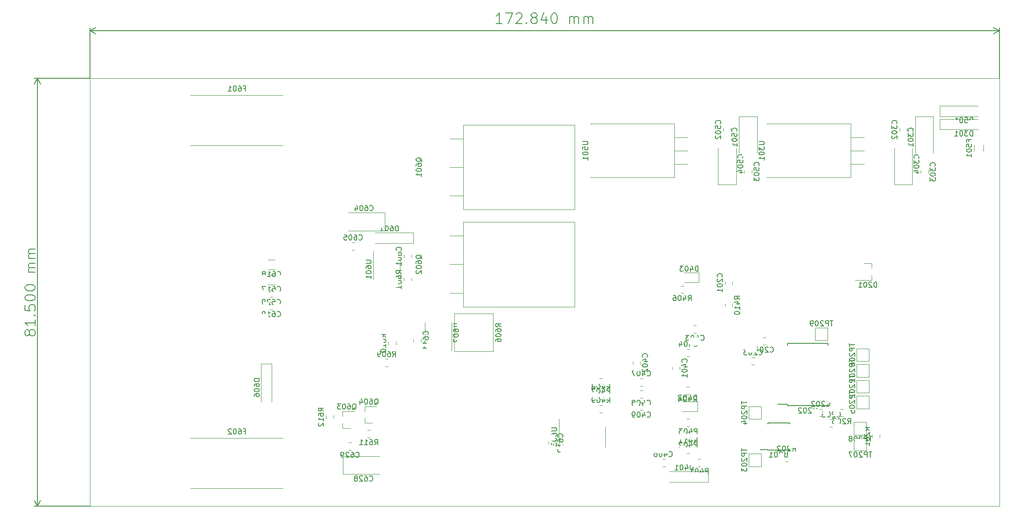
<source format=gbr>
%TF.GenerationSoftware,KiCad,Pcbnew,5.1.7+dfsg1-1~bpo10+1*%
%TF.CreationDate,2021-04-07T18:22:50+00:00*%
%TF.ProjectId,MCB19,4d434231-392e-46b6-9963-61645f706362,rev?*%
%TF.SameCoordinates,Original*%
%TF.FileFunction,Legend,Bot*%
%TF.FilePolarity,Positive*%
%FSLAX45Y45*%
G04 Gerber Fmt 4.5, Leading zero omitted, Abs format (unit mm)*
G04 Created by KiCad (PCBNEW 5.1.7+dfsg1-1~bpo10+1) date 2021-04-07 18:22:50*
%MOMM*%
%LPD*%
G01*
G04 APERTURE LIST*
%ADD10C,0.150000*%
%TA.AperFunction,Profile*%
%ADD11C,0.100000*%
%TD*%
%ADD12C,0.120000*%
%ADD13C,3.000000*%
%ADD14C,2.500000*%
%ADD15C,5.000000*%
%ADD16C,2.400000*%
%ADD17R,2.400000X2.400000*%
%ADD18R,2.000000X2.000000*%
%ADD19R,1.700000X3.300000*%
%ADD20O,4.500000X2.500000*%
%ADD21R,4.500000X2.500000*%
%ADD22O,3.600000X3.600000*%
%ADD23R,0.900000X0.800000*%
%ADD24R,5.000000X10.000000*%
%ADD25R,6.400000X2.000000*%
%ADD26R,2.000000X0.600000*%
%ADD27C,0.900000*%
%ADD28C,10.599999*%
%ADD29C,10.600000*%
%ADD30R,3.300000X1.700000*%
%ADD31R,16.000000X10.000000*%
%ADD32R,4.000000X1.905000*%
%ADD33R,1.700000X1.700000*%
%ADD34O,1.700000X1.700000*%
%ADD35R,2.500000X1.600000*%
%ADD36O,2.500000X1.600000*%
%ADD37R,1.900000X0.800000*%
%ADD38C,3.650000*%
%ADD39R,1.550000X0.600000*%
G04 APERTURE END LIST*
D10*
X3846190Y-9915476D02*
X3836667Y-9934524D01*
X3827143Y-9944048D01*
X3808095Y-9953571D01*
X3798571Y-9953571D01*
X3779524Y-9944048D01*
X3770000Y-9934524D01*
X3760476Y-9915476D01*
X3760476Y-9877381D01*
X3770000Y-9858333D01*
X3779524Y-9848810D01*
X3798571Y-9839286D01*
X3808095Y-9839286D01*
X3827143Y-9848810D01*
X3836667Y-9858333D01*
X3846190Y-9877381D01*
X3846190Y-9915476D01*
X3855714Y-9934524D01*
X3865238Y-9944048D01*
X3884286Y-9953571D01*
X3922381Y-9953571D01*
X3941428Y-9944048D01*
X3950952Y-9934524D01*
X3960476Y-9915476D01*
X3960476Y-9877381D01*
X3950952Y-9858333D01*
X3941428Y-9848810D01*
X3922381Y-9839286D01*
X3884286Y-9839286D01*
X3865238Y-9848810D01*
X3855714Y-9858333D01*
X3846190Y-9877381D01*
X3960476Y-9648810D02*
X3960476Y-9763095D01*
X3960476Y-9705952D02*
X3760476Y-9705952D01*
X3789048Y-9725000D01*
X3808095Y-9744048D01*
X3817619Y-9763095D01*
X3941428Y-9563095D02*
X3950952Y-9553571D01*
X3960476Y-9563095D01*
X3950952Y-9572619D01*
X3941428Y-9563095D01*
X3960476Y-9563095D01*
X3760476Y-9372619D02*
X3760476Y-9467857D01*
X3855714Y-9477381D01*
X3846190Y-9467857D01*
X3836667Y-9448810D01*
X3836667Y-9401190D01*
X3846190Y-9382143D01*
X3855714Y-9372619D01*
X3874762Y-9363095D01*
X3922381Y-9363095D01*
X3941428Y-9372619D01*
X3950952Y-9382143D01*
X3960476Y-9401190D01*
X3960476Y-9448810D01*
X3950952Y-9467857D01*
X3941428Y-9477381D01*
X3760476Y-9239286D02*
X3760476Y-9220238D01*
X3770000Y-9201190D01*
X3779524Y-9191667D01*
X3798571Y-9182143D01*
X3836667Y-9172619D01*
X3884286Y-9172619D01*
X3922381Y-9182143D01*
X3941428Y-9191667D01*
X3950952Y-9201190D01*
X3960476Y-9220238D01*
X3960476Y-9239286D01*
X3950952Y-9258333D01*
X3941428Y-9267857D01*
X3922381Y-9277381D01*
X3884286Y-9286905D01*
X3836667Y-9286905D01*
X3798571Y-9277381D01*
X3779524Y-9267857D01*
X3770000Y-9258333D01*
X3760476Y-9239286D01*
X3760476Y-9048810D02*
X3760476Y-9029762D01*
X3770000Y-9010714D01*
X3779524Y-9001190D01*
X3798571Y-8991667D01*
X3836667Y-8982143D01*
X3884286Y-8982143D01*
X3922381Y-8991667D01*
X3941428Y-9001190D01*
X3950952Y-9010714D01*
X3960476Y-9029762D01*
X3960476Y-9048810D01*
X3950952Y-9067857D01*
X3941428Y-9077381D01*
X3922381Y-9086905D01*
X3884286Y-9096429D01*
X3836667Y-9096429D01*
X3798571Y-9086905D01*
X3779524Y-9077381D01*
X3770000Y-9067857D01*
X3760476Y-9048810D01*
X3960476Y-8744048D02*
X3827143Y-8744048D01*
X3846190Y-8744048D02*
X3836667Y-8734524D01*
X3827143Y-8715476D01*
X3827143Y-8686905D01*
X3836667Y-8667857D01*
X3855714Y-8658333D01*
X3960476Y-8658333D01*
X3855714Y-8658333D02*
X3836667Y-8648810D01*
X3827143Y-8629762D01*
X3827143Y-8601190D01*
X3836667Y-8582143D01*
X3855714Y-8572619D01*
X3960476Y-8572619D01*
X3960476Y-8477381D02*
X3827143Y-8477381D01*
X3846190Y-8477381D02*
X3836667Y-8467857D01*
X3827143Y-8448810D01*
X3827143Y-8420238D01*
X3836667Y-8401190D01*
X3855714Y-8391667D01*
X3960476Y-8391667D01*
X3855714Y-8391667D02*
X3836667Y-8382143D01*
X3827143Y-8363095D01*
X3827143Y-8334524D01*
X3836667Y-8315476D01*
X3855714Y-8305952D01*
X3960476Y-8305952D01*
X4000000Y-13200000D02*
X4000000Y-5050000D01*
X5000000Y-13200000D02*
X3941358Y-13200000D01*
X5000000Y-5050000D02*
X3941358Y-5050000D01*
X4000000Y-5050000D02*
X4058642Y-5162650D01*
X4000000Y-5050000D02*
X3941358Y-5162650D01*
X4000000Y-13200000D02*
X4058642Y-13087350D01*
X4000000Y-13200000D02*
X3941358Y-13087350D01*
X12833476Y-4010476D02*
X12719190Y-4010476D01*
X12776333Y-4010476D02*
X12776333Y-3810476D01*
X12757286Y-3839048D01*
X12738238Y-3858095D01*
X12719190Y-3867619D01*
X12900143Y-3810476D02*
X13033476Y-3810476D01*
X12947762Y-4010476D01*
X13100143Y-3829524D02*
X13109667Y-3820000D01*
X13128714Y-3810476D01*
X13176333Y-3810476D01*
X13195381Y-3820000D01*
X13204905Y-3829524D01*
X13214428Y-3848571D01*
X13214428Y-3867619D01*
X13204905Y-3896190D01*
X13090619Y-4010476D01*
X13214428Y-4010476D01*
X13300143Y-3991428D02*
X13309667Y-4000952D01*
X13300143Y-4010476D01*
X13290619Y-4000952D01*
X13300143Y-3991428D01*
X13300143Y-4010476D01*
X13423952Y-3896190D02*
X13404905Y-3886667D01*
X13395381Y-3877143D01*
X13385857Y-3858095D01*
X13385857Y-3848571D01*
X13395381Y-3829524D01*
X13404905Y-3820000D01*
X13423952Y-3810476D01*
X13462048Y-3810476D01*
X13481095Y-3820000D01*
X13490619Y-3829524D01*
X13500143Y-3848571D01*
X13500143Y-3858095D01*
X13490619Y-3877143D01*
X13481095Y-3886667D01*
X13462048Y-3896190D01*
X13423952Y-3896190D01*
X13404905Y-3905714D01*
X13395381Y-3915238D01*
X13385857Y-3934286D01*
X13385857Y-3972381D01*
X13395381Y-3991428D01*
X13404905Y-4000952D01*
X13423952Y-4010476D01*
X13462048Y-4010476D01*
X13481095Y-4000952D01*
X13490619Y-3991428D01*
X13500143Y-3972381D01*
X13500143Y-3934286D01*
X13490619Y-3915238D01*
X13481095Y-3905714D01*
X13462048Y-3896190D01*
X13671571Y-3877143D02*
X13671571Y-4010476D01*
X13623952Y-3800952D02*
X13576333Y-3943809D01*
X13700143Y-3943809D01*
X13814428Y-3810476D02*
X13833476Y-3810476D01*
X13852524Y-3820000D01*
X13862048Y-3829524D01*
X13871571Y-3848571D01*
X13881095Y-3886667D01*
X13881095Y-3934286D01*
X13871571Y-3972381D01*
X13862048Y-3991428D01*
X13852524Y-4000952D01*
X13833476Y-4010476D01*
X13814428Y-4010476D01*
X13795381Y-4000952D01*
X13785857Y-3991428D01*
X13776333Y-3972381D01*
X13766809Y-3934286D01*
X13766809Y-3886667D01*
X13776333Y-3848571D01*
X13785857Y-3829524D01*
X13795381Y-3820000D01*
X13814428Y-3810476D01*
X14119190Y-4010476D02*
X14119190Y-3877143D01*
X14119190Y-3896190D02*
X14128714Y-3886667D01*
X14147762Y-3877143D01*
X14176333Y-3877143D01*
X14195381Y-3886667D01*
X14204905Y-3905714D01*
X14204905Y-4010476D01*
X14204905Y-3905714D02*
X14214428Y-3886667D01*
X14233476Y-3877143D01*
X14262048Y-3877143D01*
X14281095Y-3886667D01*
X14290619Y-3905714D01*
X14290619Y-4010476D01*
X14385857Y-4010476D02*
X14385857Y-3877143D01*
X14385857Y-3896190D02*
X14395381Y-3886667D01*
X14414428Y-3877143D01*
X14443000Y-3877143D01*
X14462048Y-3886667D01*
X14471571Y-3905714D01*
X14471571Y-4010476D01*
X14471571Y-3905714D02*
X14481095Y-3886667D01*
X14500143Y-3877143D01*
X14528714Y-3877143D01*
X14547762Y-3886667D01*
X14557286Y-3905714D01*
X14557286Y-4010476D01*
X5001000Y-4150000D02*
X22285000Y-4150000D01*
X5001000Y-5050000D02*
X5001000Y-4091358D01*
X22285000Y-5050000D02*
X22285000Y-4091358D01*
X22285000Y-4150000D02*
X22172350Y-4208642D01*
X22285000Y-4150000D02*
X22172350Y-4091358D01*
X5001000Y-4150000D02*
X5113650Y-4208642D01*
X5001000Y-4150000D02*
X5113650Y-4091358D01*
D11*
X22285000Y-5050000D02*
X5000000Y-5050000D01*
X22285000Y-13200000D02*
X22285000Y-5050000D01*
X5000000Y-13200000D02*
X22285000Y-13200000D01*
X5000000Y-5050000D02*
X5000000Y-13200000D01*
D12*
X9916375Y-11989000D02*
X9968625Y-11989000D01*
X9916375Y-12131000D02*
X9968625Y-12131000D01*
X9806500Y-12249000D02*
X10500000Y-12249000D01*
X9806500Y-12591000D02*
X9806500Y-12249000D01*
X10500000Y-12591000D02*
X9806500Y-12591000D01*
X16333875Y-10929000D02*
X16386125Y-10929000D01*
X16333875Y-11071000D02*
X16386125Y-11071000D01*
X16546000Y-11396000D02*
X16260000Y-11396000D01*
X16546000Y-11204000D02*
X16546000Y-11396000D01*
X16260000Y-11204000D02*
X16546000Y-11204000D01*
X10271375Y-11891000D02*
X10323625Y-11891000D01*
X10271375Y-11749000D02*
X10323625Y-11749000D01*
X9489000Y-11473875D02*
X9489000Y-11526125D01*
X9631000Y-11473875D02*
X9631000Y-11526125D01*
X10896000Y-8690000D02*
X10896000Y-8885000D01*
X10896000Y-8690000D02*
X10896000Y-8495000D01*
X10384000Y-8690000D02*
X10384000Y-8885000D01*
X10384000Y-8690000D02*
X10384000Y-8345000D01*
X19022500Y-10042500D02*
X19022500Y-9802500D01*
X18782500Y-10042500D02*
X19022500Y-10042500D01*
X18782500Y-9802500D02*
X18782500Y-10042500D01*
X19022500Y-9802500D02*
X18782500Y-9802500D01*
X8450000Y-10485000D02*
X8450000Y-11215000D01*
X8250000Y-10485000D02*
X8450000Y-10485000D01*
X8250000Y-11215000D02*
X8250000Y-10485000D01*
X11840000Y-9140000D02*
X12096000Y-9140000D01*
X11840000Y-8595000D02*
X12096000Y-8595000D01*
X11840000Y-8050000D02*
X12096000Y-8050000D01*
X12096000Y-9402000D02*
X14215000Y-9402000D01*
X12096000Y-7788000D02*
X14215000Y-7788000D01*
X14215000Y-7788000D02*
X14215000Y-9402000D01*
X12096000Y-7788000D02*
X12096000Y-9402000D01*
X15452775Y-11366000D02*
X15505025Y-11366000D01*
X15452775Y-11224000D02*
X15505025Y-11224000D01*
X10224000Y-11618000D02*
X10224000Y-11525000D01*
X10224000Y-11302000D02*
X10224000Y-11395000D01*
X10224000Y-11302000D02*
X10440000Y-11302000D01*
X10224000Y-11618000D02*
X10370000Y-11618000D01*
X9804000Y-11713000D02*
X9950000Y-11713000D01*
X9804000Y-11397000D02*
X10020000Y-11397000D01*
X9804000Y-11397000D02*
X9804000Y-11490000D01*
X9804000Y-11713000D02*
X9804000Y-11620000D01*
X8920000Y-12860000D02*
X8920000Y-12580000D01*
X8920000Y-12860000D02*
X6660000Y-12860000D01*
X8920000Y-11900000D02*
X6660000Y-11900000D01*
X8920000Y-12180000D02*
X8920000Y-11900000D01*
X6660000Y-12180000D02*
X6660000Y-11900000D01*
X6660000Y-12860000D02*
X6660000Y-12580000D01*
X8919000Y-6333000D02*
X8919000Y-6053000D01*
X8919000Y-6333000D02*
X6659000Y-6333000D01*
X8919000Y-5373000D02*
X6659000Y-5373000D01*
X8919000Y-5653000D02*
X8919000Y-5373000D01*
X6659000Y-5653000D02*
X6659000Y-5373000D01*
X6659000Y-6333000D02*
X6659000Y-6053000D01*
X8420875Y-9079500D02*
X8473125Y-9079500D01*
X8420875Y-9221500D02*
X8473125Y-9221500D01*
X8420875Y-9309000D02*
X8473125Y-9309000D01*
X8420875Y-9451000D02*
X8473125Y-9451000D01*
X8389794Y-8509000D02*
X8510206Y-8509000D01*
X8389794Y-8691000D02*
X8510206Y-8691000D01*
X8389794Y-8796000D02*
X8510206Y-8796000D01*
X8389794Y-8978000D02*
X8510206Y-8978000D01*
X11876000Y-9895000D02*
X11876000Y-10240000D01*
X11876000Y-9895000D02*
X11876000Y-9700000D01*
X11364000Y-9895000D02*
X11364000Y-10090000D01*
X11364000Y-9895000D02*
X11364000Y-9700000D01*
X11925000Y-10255000D02*
X12663300Y-10255000D01*
X11925000Y-9535000D02*
X11925000Y-10255000D01*
X12665000Y-9535000D02*
X11925000Y-9535000D01*
X12663300Y-10255000D02*
X12665000Y-9535000D01*
D10*
X18255400Y-11286600D02*
X18255400Y-11261600D01*
X19030400Y-11286600D02*
X19030400Y-11252100D01*
X19030400Y-10096600D02*
X19030400Y-10131100D01*
X18255400Y-10096600D02*
X18255400Y-10131100D01*
X18255400Y-11286600D02*
X19030400Y-11286600D01*
X18255400Y-10096600D02*
X19030400Y-10096600D01*
X18255400Y-11261600D02*
X18072900Y-11261600D01*
D12*
X15505025Y-10911400D02*
X15452775Y-10911400D01*
X15505025Y-10769400D02*
X15452775Y-10769400D01*
X13709000Y-12021125D02*
X13709000Y-11968875D01*
X13851000Y-12021125D02*
X13851000Y-11968875D01*
X11149000Y-10071125D02*
X11149000Y-10018875D01*
X11291000Y-10071125D02*
X11291000Y-10018875D01*
X11840000Y-7290000D02*
X12096000Y-7290000D01*
X11840000Y-6745000D02*
X12096000Y-6745000D01*
X11840000Y-6200000D02*
X12096000Y-6200000D01*
X12096000Y-7552000D02*
X14215000Y-7552000D01*
X12096000Y-5938000D02*
X14215000Y-5938000D01*
X14215000Y-5938000D02*
X14215000Y-7552000D01*
X12096000Y-5938000D02*
X12096000Y-7552000D01*
X13911500Y-11880000D02*
X13911500Y-11535000D01*
X13911500Y-11880000D02*
X13911500Y-12075000D01*
X14798500Y-11880000D02*
X14798500Y-11685000D01*
X14798500Y-11880000D02*
X14798500Y-12075000D01*
X10816000Y-10068875D02*
X10816000Y-10121125D01*
X10674000Y-10068875D02*
X10674000Y-10121125D01*
X10666125Y-10541000D02*
X10613875Y-10541000D01*
X10666125Y-10399000D02*
X10613875Y-10399000D01*
X10969000Y-8856375D02*
X10969000Y-8908625D01*
X11111000Y-8856375D02*
X11111000Y-8908625D01*
X14741225Y-11419400D02*
X14688975Y-11419400D01*
X14741225Y-11277400D02*
X14688975Y-11277400D01*
X14741225Y-11165400D02*
X14688975Y-11165400D01*
X14741225Y-11023400D02*
X14688975Y-11023400D01*
X14688975Y-10769400D02*
X14741225Y-10769400D01*
X14688975Y-10911400D02*
X14741225Y-10911400D01*
X11145000Y-8190000D02*
X10415000Y-8190000D01*
X11145000Y-7990000D02*
X11145000Y-8190000D01*
X10415000Y-7990000D02*
X11145000Y-7990000D01*
X10026125Y-8179000D02*
X9973875Y-8179000D01*
X10026125Y-8321000D02*
X9973875Y-8321000D01*
X10601000Y-7953500D02*
X9907500Y-7953500D01*
X10601000Y-7611500D02*
X10601000Y-7953500D01*
X9907500Y-7611500D02*
X10601000Y-7611500D01*
X10969000Y-8413875D02*
X10969000Y-8466125D01*
X11111000Y-8413875D02*
X11111000Y-8466125D01*
X15452775Y-10999000D02*
X15505025Y-10999000D01*
X15452775Y-11141000D02*
X15505025Y-11141000D01*
X20789000Y-6858625D02*
X20789000Y-6806375D01*
X20931000Y-6858625D02*
X20931000Y-6806375D01*
X20389000Y-6003875D02*
X20389000Y-6056125D01*
X20531000Y-6003875D02*
X20531000Y-6056125D01*
X20289000Y-7078500D02*
X20289000Y-6385000D01*
X20631000Y-7078500D02*
X20289000Y-7078500D01*
X20631000Y-6385000D02*
X20631000Y-7078500D01*
X20689000Y-6475000D02*
X20689000Y-5781500D01*
X20689000Y-5781500D02*
X21031000Y-5781500D01*
X21031000Y-5781500D02*
X21031000Y-6475000D01*
X21885000Y-6030000D02*
X21155000Y-6030000D01*
X21155000Y-6030000D02*
X21155000Y-5830000D01*
X21155000Y-5830000D02*
X21885000Y-5830000D01*
X19459400Y-5918000D02*
X19459400Y-6942000D01*
X17870400Y-5918000D02*
X17870400Y-6942000D01*
X17870400Y-5918000D02*
X19459400Y-5918000D01*
X17870400Y-6942000D02*
X19459400Y-6942000D01*
X19459400Y-6176000D02*
X19713400Y-6176000D01*
X19459400Y-6430000D02*
X19713400Y-6430000D01*
X19459400Y-6684000D02*
X19713400Y-6684000D01*
X16396125Y-12044000D02*
X16343875Y-12044000D01*
X16396125Y-12186000D02*
X16343875Y-12186000D01*
X17211000Y-9398625D02*
X17211000Y-9346375D01*
X17069000Y-9398625D02*
X17069000Y-9346375D01*
X16290000Y-8749000D02*
X16576000Y-8749000D01*
X16576000Y-8749000D02*
X16576000Y-8941000D01*
X16576000Y-8941000D02*
X16290000Y-8941000D01*
X16231375Y-9146000D02*
X16283625Y-9146000D01*
X16231375Y-9004000D02*
X16283625Y-9004000D01*
X17339000Y-6475000D02*
X17339000Y-5781500D01*
X17339000Y-5781500D02*
X17681000Y-5781500D01*
X17681000Y-5781500D02*
X17681000Y-6475000D01*
X16939000Y-7073500D02*
X16939000Y-6380000D01*
X17281000Y-7073500D02*
X16939000Y-7073500D01*
X17281000Y-6380000D02*
X17281000Y-7073500D01*
X16109400Y-6684000D02*
X16363400Y-6684000D01*
X16109400Y-6430000D02*
X16363400Y-6430000D01*
X16109400Y-6176000D02*
X16363400Y-6176000D01*
X14520400Y-6942000D02*
X16109400Y-6942000D01*
X14520400Y-5918000D02*
X16109400Y-5918000D01*
X14520400Y-5918000D02*
X14520400Y-6942000D01*
X16109400Y-5918000D02*
X16109400Y-6942000D01*
X19861000Y-8577000D02*
X19715000Y-8577000D01*
X19861000Y-8893000D02*
X19545000Y-8893000D01*
X19861000Y-8893000D02*
X19861000Y-8800000D01*
X19861000Y-8577000D02*
X19861000Y-8670000D01*
X21804000Y-6324794D02*
X21804000Y-6445206D01*
X21986000Y-6324794D02*
X21986000Y-6445206D01*
X17069000Y-8920375D02*
X17069000Y-8972625D01*
X17211000Y-8920375D02*
X17211000Y-8972625D01*
X18916125Y-11349000D02*
X18863875Y-11349000D01*
X18916125Y-11491000D02*
X18863875Y-11491000D01*
X17628525Y-10366600D02*
X17576275Y-10366600D01*
X17628525Y-10508600D02*
X17576275Y-10508600D01*
X17791275Y-10127600D02*
X17843525Y-10127600D01*
X17791275Y-9985600D02*
X17843525Y-9985600D01*
X19116125Y-11549000D02*
X19063875Y-11549000D01*
X19116125Y-11691000D02*
X19063875Y-11691000D01*
X16211000Y-10596125D02*
X16211000Y-10543875D01*
X16069000Y-10596125D02*
X16069000Y-10543875D01*
X15461000Y-10496125D02*
X15461000Y-10443875D01*
X15319000Y-10496125D02*
X15319000Y-10443875D01*
X16473475Y-9903400D02*
X16525725Y-9903400D01*
X16473475Y-9761400D02*
X16525725Y-9761400D01*
X16398725Y-10205900D02*
X16346475Y-10205900D01*
X16398725Y-10347900D02*
X16346475Y-10347900D01*
X15941125Y-12304000D02*
X15888875Y-12304000D01*
X15941125Y-12446000D02*
X15888875Y-12446000D01*
X17039000Y-6003875D02*
X17039000Y-6056125D01*
X17181000Y-6003875D02*
X17181000Y-6056125D01*
X17581000Y-6853625D02*
X17581000Y-6801375D01*
X17439000Y-6853625D02*
X17439000Y-6801375D01*
X16017500Y-12540000D02*
X16747500Y-12540000D01*
X16747500Y-12540000D02*
X16747500Y-12740000D01*
X16747500Y-12740000D02*
X16017500Y-12740000D01*
X21885000Y-5780000D02*
X21155000Y-5780000D01*
X21155000Y-5780000D02*
X21155000Y-5580000D01*
X21155000Y-5580000D02*
X21885000Y-5580000D01*
D10*
X17882500Y-12127500D02*
X17882500Y-12122500D01*
X18297500Y-12127500D02*
X18297500Y-12113000D01*
X18297500Y-11612500D02*
X18297500Y-11627000D01*
X17882500Y-11612500D02*
X17882500Y-11627000D01*
X17882500Y-12127500D02*
X18297500Y-12127500D01*
X17882500Y-11612500D02*
X18297500Y-11612500D01*
X17882500Y-12122500D02*
X17742500Y-12122500D01*
D12*
X19263875Y-11491000D02*
X19316125Y-11491000D01*
X19263875Y-11349000D02*
X19316125Y-11349000D01*
X18266125Y-12199000D02*
X18213875Y-12199000D01*
X18266125Y-12341000D02*
X18213875Y-12341000D01*
X19869000Y-11843875D02*
X19869000Y-11896125D01*
X20011000Y-11843875D02*
X20011000Y-11896125D01*
X16555875Y-12441000D02*
X16608125Y-12441000D01*
X16555875Y-12299000D02*
X16608125Y-12299000D01*
X16346475Y-11935400D02*
X16398725Y-11935400D01*
X16346475Y-11793400D02*
X16398725Y-11793400D01*
X16346475Y-11681400D02*
X16398725Y-11681400D01*
X16346475Y-11539400D02*
X16398725Y-11539400D01*
X19570000Y-11100000D02*
X19570000Y-11340000D01*
X19570000Y-11340000D02*
X19810000Y-11340000D01*
X19810000Y-11340000D02*
X19810000Y-11100000D01*
X19810000Y-11100000D02*
X19570000Y-11100000D01*
X19570000Y-10200000D02*
X19570000Y-10440000D01*
X19570000Y-10440000D02*
X19810000Y-10440000D01*
X19810000Y-10440000D02*
X19810000Y-10200000D01*
X19810000Y-10200000D02*
X19570000Y-10200000D01*
X19520000Y-11900000D02*
X19520000Y-12140000D01*
X19760000Y-11900000D02*
X19520000Y-11900000D01*
X19760000Y-12140000D02*
X19760000Y-11900000D01*
X19520000Y-12140000D02*
X19760000Y-12140000D01*
X19520000Y-11840000D02*
X19760000Y-11840000D01*
X19760000Y-11840000D02*
X19760000Y-11600000D01*
X19760000Y-11600000D02*
X19520000Y-11600000D01*
X19520000Y-11600000D02*
X19520000Y-11840000D01*
X17520000Y-12200000D02*
X17520000Y-12440000D01*
X17520000Y-12440000D02*
X17760000Y-12440000D01*
X17760000Y-12440000D02*
X17760000Y-12200000D01*
X17760000Y-12200000D02*
X17520000Y-12200000D01*
X19570000Y-10500000D02*
X19570000Y-10740000D01*
X19570000Y-10740000D02*
X19810000Y-10740000D01*
X19810000Y-10740000D02*
X19810000Y-10500000D01*
X19810000Y-10500000D02*
X19570000Y-10500000D01*
X19570000Y-10800000D02*
X19570000Y-11040000D01*
X19570000Y-11040000D02*
X19810000Y-11040000D01*
X19810000Y-11040000D02*
X19810000Y-10800000D01*
X19810000Y-10800000D02*
X19570000Y-10800000D01*
X17520000Y-11300000D02*
X17520000Y-11540000D01*
X17520000Y-11540000D02*
X17760000Y-11540000D01*
X17760000Y-11540000D02*
X17760000Y-11300000D01*
X17760000Y-11300000D02*
X17520000Y-11300000D01*
D10*
X10054405Y-12260714D02*
X10059167Y-12265476D01*
X10073452Y-12270238D01*
X10082976Y-12270238D01*
X10097262Y-12265476D01*
X10106786Y-12255952D01*
X10111548Y-12246428D01*
X10116310Y-12227381D01*
X10116310Y-12213095D01*
X10111548Y-12194048D01*
X10106786Y-12184524D01*
X10097262Y-12175000D01*
X10082976Y-12170238D01*
X10073452Y-12170238D01*
X10059167Y-12175000D01*
X10054405Y-12179762D01*
X9968690Y-12170238D02*
X9987738Y-12170238D01*
X9997262Y-12175000D01*
X10002024Y-12179762D01*
X10011548Y-12194048D01*
X10016310Y-12213095D01*
X10016310Y-12251190D01*
X10011548Y-12260714D01*
X10006786Y-12265476D01*
X9997262Y-12270238D01*
X9978214Y-12270238D01*
X9968690Y-12265476D01*
X9963929Y-12260714D01*
X9959167Y-12251190D01*
X9959167Y-12227381D01*
X9963929Y-12217857D01*
X9968690Y-12213095D01*
X9978214Y-12208333D01*
X9997262Y-12208333D01*
X10006786Y-12213095D01*
X10011548Y-12217857D01*
X10016310Y-12227381D01*
X9921071Y-12179762D02*
X9916310Y-12175000D01*
X9906786Y-12170238D01*
X9882976Y-12170238D01*
X9873452Y-12175000D01*
X9868690Y-12179762D01*
X9863929Y-12189286D01*
X9863929Y-12198809D01*
X9868690Y-12213095D01*
X9925833Y-12270238D01*
X9863929Y-12270238D01*
X9816310Y-12270238D02*
X9797262Y-12270238D01*
X9787738Y-12265476D01*
X9782976Y-12260714D01*
X9773452Y-12246428D01*
X9768690Y-12227381D01*
X9768690Y-12189286D01*
X9773452Y-12179762D01*
X9778214Y-12175000D01*
X9787738Y-12170238D01*
X9806786Y-12170238D01*
X9816310Y-12175000D01*
X9821071Y-12179762D01*
X9825833Y-12189286D01*
X9825833Y-12213095D01*
X9821071Y-12222619D01*
X9816310Y-12227381D01*
X9806786Y-12232143D01*
X9787738Y-12232143D01*
X9778214Y-12227381D01*
X9773452Y-12222619D01*
X9768690Y-12213095D01*
X10311905Y-12710714D02*
X10316667Y-12715476D01*
X10330952Y-12720238D01*
X10340476Y-12720238D01*
X10354762Y-12715476D01*
X10364286Y-12705952D01*
X10369048Y-12696428D01*
X10373810Y-12677381D01*
X10373810Y-12663095D01*
X10369048Y-12644048D01*
X10364286Y-12634524D01*
X10354762Y-12625000D01*
X10340476Y-12620238D01*
X10330952Y-12620238D01*
X10316667Y-12625000D01*
X10311905Y-12629762D01*
X10226190Y-12620238D02*
X10245238Y-12620238D01*
X10254762Y-12625000D01*
X10259524Y-12629762D01*
X10269048Y-12644048D01*
X10273810Y-12663095D01*
X10273810Y-12701190D01*
X10269048Y-12710714D01*
X10264286Y-12715476D01*
X10254762Y-12720238D01*
X10235714Y-12720238D01*
X10226190Y-12715476D01*
X10221429Y-12710714D01*
X10216667Y-12701190D01*
X10216667Y-12677381D01*
X10221429Y-12667857D01*
X10226190Y-12663095D01*
X10235714Y-12658333D01*
X10254762Y-12658333D01*
X10264286Y-12663095D01*
X10269048Y-12667857D01*
X10273810Y-12677381D01*
X10178571Y-12629762D02*
X10173810Y-12625000D01*
X10164286Y-12620238D01*
X10140476Y-12620238D01*
X10130952Y-12625000D01*
X10126190Y-12629762D01*
X10121429Y-12639286D01*
X10121429Y-12648809D01*
X10126190Y-12663095D01*
X10183333Y-12720238D01*
X10121429Y-12720238D01*
X10064286Y-12663095D02*
X10073810Y-12658333D01*
X10078571Y-12653571D01*
X10083333Y-12644048D01*
X10083333Y-12639286D01*
X10078571Y-12629762D01*
X10073810Y-12625000D01*
X10064286Y-12620238D01*
X10045238Y-12620238D01*
X10035714Y-12625000D01*
X10030952Y-12629762D01*
X10026190Y-12639286D01*
X10026190Y-12644048D01*
X10030952Y-12653571D01*
X10035714Y-12658333D01*
X10045238Y-12663095D01*
X10064286Y-12663095D01*
X10073810Y-12667857D01*
X10078571Y-12672619D01*
X10083333Y-12682143D01*
X10083333Y-12701190D01*
X10078571Y-12710714D01*
X10073810Y-12715476D01*
X10064286Y-12720238D01*
X10045238Y-12720238D01*
X10035714Y-12715476D01*
X10030952Y-12710714D01*
X10026190Y-12701190D01*
X10026190Y-12682143D01*
X10030952Y-12672619D01*
X10035714Y-12667857D01*
X10045238Y-12663095D01*
X16471905Y-11210238D02*
X16505238Y-11162619D01*
X16529048Y-11210238D02*
X16529048Y-11110238D01*
X16490952Y-11110238D01*
X16481428Y-11115000D01*
X16476667Y-11119762D01*
X16471905Y-11129286D01*
X16471905Y-11143571D01*
X16476667Y-11153095D01*
X16481428Y-11157857D01*
X16490952Y-11162619D01*
X16529048Y-11162619D01*
X16386190Y-11143571D02*
X16386190Y-11210238D01*
X16410000Y-11105476D02*
X16433809Y-11176905D01*
X16371905Y-11176905D01*
X16314762Y-11110238D02*
X16305238Y-11110238D01*
X16295714Y-11115000D01*
X16290952Y-11119762D01*
X16286190Y-11129286D01*
X16281428Y-11148333D01*
X16281428Y-11172143D01*
X16286190Y-11191190D01*
X16290952Y-11200714D01*
X16295714Y-11205476D01*
X16305238Y-11210238D01*
X16314762Y-11210238D01*
X16324286Y-11205476D01*
X16329048Y-11200714D01*
X16333809Y-11191190D01*
X16338571Y-11172143D01*
X16338571Y-11148333D01*
X16333809Y-11129286D01*
X16329048Y-11119762D01*
X16324286Y-11115000D01*
X16314762Y-11110238D01*
X16195714Y-11143571D02*
X16195714Y-11210238D01*
X16219524Y-11105476D02*
X16243333Y-11176905D01*
X16181428Y-11176905D01*
X16529048Y-11180238D02*
X16529048Y-11080238D01*
X16505238Y-11080238D01*
X16490952Y-11085000D01*
X16481428Y-11094524D01*
X16476667Y-11104048D01*
X16471905Y-11123095D01*
X16471905Y-11137381D01*
X16476667Y-11156429D01*
X16481428Y-11165952D01*
X16490952Y-11175476D01*
X16505238Y-11180238D01*
X16529048Y-11180238D01*
X16386190Y-11113571D02*
X16386190Y-11180238D01*
X16410000Y-11075476D02*
X16433809Y-11146905D01*
X16371905Y-11146905D01*
X16314762Y-11080238D02*
X16305238Y-11080238D01*
X16295714Y-11085000D01*
X16290952Y-11089762D01*
X16286190Y-11099286D01*
X16281428Y-11118333D01*
X16281428Y-11142143D01*
X16286190Y-11161190D01*
X16290952Y-11170714D01*
X16295714Y-11175476D01*
X16305238Y-11180238D01*
X16314762Y-11180238D01*
X16324286Y-11175476D01*
X16329048Y-11170714D01*
X16333809Y-11161190D01*
X16338571Y-11142143D01*
X16338571Y-11118333D01*
X16333809Y-11099286D01*
X16329048Y-11089762D01*
X16324286Y-11085000D01*
X16314762Y-11080238D01*
X16243333Y-11089762D02*
X16238571Y-11085000D01*
X16229048Y-11080238D01*
X16205238Y-11080238D01*
X16195714Y-11085000D01*
X16190952Y-11089762D01*
X16186190Y-11099286D01*
X16186190Y-11108810D01*
X16190952Y-11123095D01*
X16248095Y-11180238D01*
X16186190Y-11180238D01*
X10409405Y-12030238D02*
X10442738Y-11982619D01*
X10466548Y-12030238D02*
X10466548Y-11930238D01*
X10428452Y-11930238D01*
X10418929Y-11935000D01*
X10414167Y-11939762D01*
X10409405Y-11949286D01*
X10409405Y-11963571D01*
X10414167Y-11973095D01*
X10418929Y-11977857D01*
X10428452Y-11982619D01*
X10466548Y-11982619D01*
X10323690Y-11930238D02*
X10342738Y-11930238D01*
X10352262Y-11935000D01*
X10357024Y-11939762D01*
X10366548Y-11954048D01*
X10371310Y-11973095D01*
X10371310Y-12011190D01*
X10366548Y-12020714D01*
X10361786Y-12025476D01*
X10352262Y-12030238D01*
X10333214Y-12030238D01*
X10323690Y-12025476D01*
X10318929Y-12020714D01*
X10314167Y-12011190D01*
X10314167Y-11987381D01*
X10318929Y-11977857D01*
X10323690Y-11973095D01*
X10333214Y-11968333D01*
X10352262Y-11968333D01*
X10361786Y-11973095D01*
X10366548Y-11977857D01*
X10371310Y-11987381D01*
X10218929Y-12030238D02*
X10276071Y-12030238D01*
X10247500Y-12030238D02*
X10247500Y-11930238D01*
X10257024Y-11944524D01*
X10266548Y-11954048D01*
X10276071Y-11958809D01*
X10123690Y-12030238D02*
X10180833Y-12030238D01*
X10152262Y-12030238D02*
X10152262Y-11930238D01*
X10161786Y-11944524D01*
X10171310Y-11954048D01*
X10180833Y-11958809D01*
X9440238Y-11388095D02*
X9392619Y-11354762D01*
X9440238Y-11330952D02*
X9340238Y-11330952D01*
X9340238Y-11369048D01*
X9345000Y-11378571D01*
X9349762Y-11383333D01*
X9359286Y-11388095D01*
X9373571Y-11388095D01*
X9383095Y-11383333D01*
X9387857Y-11378571D01*
X9392619Y-11369048D01*
X9392619Y-11330952D01*
X9340238Y-11473809D02*
X9340238Y-11454762D01*
X9345000Y-11445238D01*
X9349762Y-11440476D01*
X9364048Y-11430952D01*
X9383095Y-11426190D01*
X9421190Y-11426190D01*
X9430714Y-11430952D01*
X9435476Y-11435714D01*
X9440238Y-11445238D01*
X9440238Y-11464286D01*
X9435476Y-11473809D01*
X9430714Y-11478571D01*
X9421190Y-11483333D01*
X9397381Y-11483333D01*
X9387857Y-11478571D01*
X9383095Y-11473809D01*
X9378333Y-11464286D01*
X9378333Y-11445238D01*
X9383095Y-11435714D01*
X9387857Y-11430952D01*
X9397381Y-11426190D01*
X9440238Y-11578571D02*
X9440238Y-11521428D01*
X9440238Y-11550000D02*
X9340238Y-11550000D01*
X9354524Y-11540476D01*
X9364048Y-11530952D01*
X9368810Y-11521428D01*
X9349762Y-11616667D02*
X9345000Y-11621428D01*
X9340238Y-11630952D01*
X9340238Y-11654762D01*
X9345000Y-11664286D01*
X9349762Y-11669048D01*
X9359286Y-11673809D01*
X9368810Y-11673809D01*
X9383095Y-11669048D01*
X9440238Y-11611905D01*
X9440238Y-11673809D01*
X10245238Y-8518571D02*
X10326190Y-8518571D01*
X10335714Y-8523333D01*
X10340476Y-8528095D01*
X10345238Y-8537619D01*
X10345238Y-8556667D01*
X10340476Y-8566190D01*
X10335714Y-8570952D01*
X10326190Y-8575714D01*
X10245238Y-8575714D01*
X10245238Y-8666190D02*
X10245238Y-8647143D01*
X10250000Y-8637619D01*
X10254762Y-8632857D01*
X10269048Y-8623333D01*
X10288095Y-8618571D01*
X10326190Y-8618571D01*
X10335714Y-8623333D01*
X10340476Y-8628095D01*
X10345238Y-8637619D01*
X10345238Y-8656667D01*
X10340476Y-8666190D01*
X10335714Y-8670952D01*
X10326190Y-8675714D01*
X10302381Y-8675714D01*
X10292857Y-8670952D01*
X10288095Y-8666190D01*
X10283333Y-8656667D01*
X10283333Y-8637619D01*
X10288095Y-8628095D01*
X10292857Y-8623333D01*
X10302381Y-8618571D01*
X10245238Y-8737619D02*
X10245238Y-8747143D01*
X10250000Y-8756667D01*
X10254762Y-8761429D01*
X10264286Y-8766190D01*
X10283333Y-8770952D01*
X10307143Y-8770952D01*
X10326190Y-8766190D01*
X10335714Y-8761429D01*
X10340476Y-8756667D01*
X10345238Y-8747143D01*
X10345238Y-8737619D01*
X10340476Y-8728095D01*
X10335714Y-8723333D01*
X10326190Y-8718571D01*
X10307143Y-8713810D01*
X10283333Y-8713810D01*
X10264286Y-8718571D01*
X10254762Y-8723333D01*
X10250000Y-8728095D01*
X10245238Y-8737619D01*
X10345238Y-8866190D02*
X10345238Y-8809048D01*
X10345238Y-8837619D02*
X10245238Y-8837619D01*
X10259524Y-8828095D01*
X10269048Y-8818571D01*
X10273810Y-8809048D01*
X19123929Y-9667938D02*
X19066786Y-9667938D01*
X19095357Y-9767938D02*
X19095357Y-9667938D01*
X19033452Y-9767938D02*
X19033452Y-9667938D01*
X18995357Y-9667938D01*
X18985833Y-9672700D01*
X18981071Y-9677462D01*
X18976310Y-9686986D01*
X18976310Y-9701271D01*
X18981071Y-9710795D01*
X18985833Y-9715557D01*
X18995357Y-9720319D01*
X19033452Y-9720319D01*
X18938214Y-9677462D02*
X18933452Y-9672700D01*
X18923929Y-9667938D01*
X18900119Y-9667938D01*
X18890595Y-9672700D01*
X18885833Y-9677462D01*
X18881071Y-9686986D01*
X18881071Y-9696510D01*
X18885833Y-9710795D01*
X18942976Y-9767938D01*
X18881071Y-9767938D01*
X18819167Y-9667938D02*
X18809643Y-9667938D01*
X18800119Y-9672700D01*
X18795357Y-9677462D01*
X18790595Y-9686986D01*
X18785833Y-9706033D01*
X18785833Y-9729843D01*
X18790595Y-9748890D01*
X18795357Y-9758414D01*
X18800119Y-9763176D01*
X18809643Y-9767938D01*
X18819167Y-9767938D01*
X18828690Y-9763176D01*
X18833452Y-9758414D01*
X18838214Y-9748890D01*
X18842976Y-9729843D01*
X18842976Y-9706033D01*
X18838214Y-9686986D01*
X18833452Y-9677462D01*
X18828690Y-9672700D01*
X18819167Y-9667938D01*
X18738214Y-9767938D02*
X18719167Y-9767938D01*
X18709643Y-9763176D01*
X18704881Y-9758414D01*
X18695357Y-9744129D01*
X18690595Y-9725081D01*
X18690595Y-9686986D01*
X18695357Y-9677462D01*
X18700119Y-9672700D01*
X18709643Y-9667938D01*
X18728690Y-9667938D01*
X18738214Y-9672700D01*
X18742976Y-9677462D01*
X18747738Y-9686986D01*
X18747738Y-9710795D01*
X18742976Y-9720319D01*
X18738214Y-9725081D01*
X18728690Y-9729843D01*
X18709643Y-9729843D01*
X18700119Y-9725081D01*
X18695357Y-9720319D01*
X18690595Y-9710795D01*
X8220238Y-10770952D02*
X8120238Y-10770952D01*
X8120238Y-10794762D01*
X8125000Y-10809048D01*
X8134524Y-10818571D01*
X8144048Y-10823333D01*
X8163095Y-10828095D01*
X8177381Y-10828095D01*
X8196428Y-10823333D01*
X8205952Y-10818571D01*
X8215476Y-10809048D01*
X8220238Y-10794762D01*
X8220238Y-10770952D01*
X8120238Y-10913810D02*
X8120238Y-10894762D01*
X8125000Y-10885238D01*
X8129762Y-10880476D01*
X8144048Y-10870952D01*
X8163095Y-10866190D01*
X8201190Y-10866190D01*
X8210714Y-10870952D01*
X8215476Y-10875714D01*
X8220238Y-10885238D01*
X8220238Y-10904286D01*
X8215476Y-10913810D01*
X8210714Y-10918571D01*
X8201190Y-10923333D01*
X8177381Y-10923333D01*
X8167857Y-10918571D01*
X8163095Y-10913810D01*
X8158333Y-10904286D01*
X8158333Y-10885238D01*
X8163095Y-10875714D01*
X8167857Y-10870952D01*
X8177381Y-10866190D01*
X8120238Y-10985238D02*
X8120238Y-10994762D01*
X8125000Y-11004286D01*
X8129762Y-11009048D01*
X8139286Y-11013810D01*
X8158333Y-11018571D01*
X8182143Y-11018571D01*
X8201190Y-11013810D01*
X8210714Y-11009048D01*
X8215476Y-11004286D01*
X8220238Y-10994762D01*
X8220238Y-10985238D01*
X8215476Y-10975714D01*
X8210714Y-10970952D01*
X8201190Y-10966190D01*
X8182143Y-10961429D01*
X8158333Y-10961429D01*
X8139286Y-10966190D01*
X8129762Y-10970952D01*
X8125000Y-10975714D01*
X8120238Y-10985238D01*
X8120238Y-11104286D02*
X8120238Y-11085238D01*
X8125000Y-11075714D01*
X8129762Y-11070952D01*
X8144048Y-11061429D01*
X8163095Y-11056667D01*
X8201190Y-11056667D01*
X8210714Y-11061429D01*
X8215476Y-11066190D01*
X8220238Y-11075714D01*
X8220238Y-11094762D01*
X8215476Y-11104286D01*
X8210714Y-11109048D01*
X8201190Y-11113810D01*
X8177381Y-11113810D01*
X8167857Y-11109048D01*
X8163095Y-11104286D01*
X8158333Y-11094762D01*
X8158333Y-11075714D01*
X8163095Y-11066190D01*
X8167857Y-11061429D01*
X8177381Y-11056667D01*
X11309762Y-8490238D02*
X11305000Y-8480714D01*
X11295476Y-8471190D01*
X11281190Y-8456905D01*
X11276428Y-8447381D01*
X11276428Y-8437857D01*
X11300238Y-8442619D02*
X11295476Y-8433095D01*
X11285952Y-8423571D01*
X11266905Y-8418810D01*
X11233571Y-8418810D01*
X11214524Y-8423571D01*
X11205000Y-8433095D01*
X11200238Y-8442619D01*
X11200238Y-8461667D01*
X11205000Y-8471190D01*
X11214524Y-8480714D01*
X11233571Y-8485476D01*
X11266905Y-8485476D01*
X11285952Y-8480714D01*
X11295476Y-8471190D01*
X11300238Y-8461667D01*
X11300238Y-8442619D01*
X11200238Y-8571190D02*
X11200238Y-8552143D01*
X11205000Y-8542619D01*
X11209762Y-8537857D01*
X11224048Y-8528333D01*
X11243095Y-8523571D01*
X11281190Y-8523571D01*
X11290714Y-8528333D01*
X11295476Y-8533095D01*
X11300238Y-8542619D01*
X11300238Y-8561667D01*
X11295476Y-8571190D01*
X11290714Y-8575952D01*
X11281190Y-8580714D01*
X11257381Y-8580714D01*
X11247857Y-8575952D01*
X11243095Y-8571190D01*
X11238333Y-8561667D01*
X11238333Y-8542619D01*
X11243095Y-8533095D01*
X11247857Y-8528333D01*
X11257381Y-8523571D01*
X11200238Y-8642619D02*
X11200238Y-8652143D01*
X11205000Y-8661667D01*
X11209762Y-8666429D01*
X11219286Y-8671190D01*
X11238333Y-8675952D01*
X11262143Y-8675952D01*
X11281190Y-8671190D01*
X11290714Y-8666429D01*
X11295476Y-8661667D01*
X11300238Y-8652143D01*
X11300238Y-8642619D01*
X11295476Y-8633095D01*
X11290714Y-8628333D01*
X11281190Y-8623571D01*
X11262143Y-8618810D01*
X11238333Y-8618810D01*
X11219286Y-8623571D01*
X11209762Y-8628333D01*
X11205000Y-8633095D01*
X11200238Y-8642619D01*
X11209762Y-8714048D02*
X11205000Y-8718810D01*
X11200238Y-8728333D01*
X11200238Y-8752143D01*
X11205000Y-8761667D01*
X11209762Y-8766429D01*
X11219286Y-8771190D01*
X11228809Y-8771190D01*
X11243095Y-8766429D01*
X11300238Y-8709286D01*
X11300238Y-8771190D01*
X15590805Y-11495714D02*
X15595567Y-11500476D01*
X15609852Y-11505238D01*
X15619376Y-11505238D01*
X15633662Y-11500476D01*
X15643186Y-11490952D01*
X15647948Y-11481428D01*
X15652709Y-11462381D01*
X15652709Y-11448095D01*
X15647948Y-11429048D01*
X15643186Y-11419524D01*
X15633662Y-11410000D01*
X15619376Y-11405238D01*
X15609852Y-11405238D01*
X15595567Y-11410000D01*
X15590805Y-11414762D01*
X15505090Y-11438571D02*
X15505090Y-11505238D01*
X15528900Y-11400476D02*
X15552709Y-11471905D01*
X15490805Y-11471905D01*
X15433662Y-11405238D02*
X15424138Y-11405238D01*
X15414614Y-11410000D01*
X15409852Y-11414762D01*
X15405090Y-11424286D01*
X15400328Y-11443333D01*
X15400328Y-11467143D01*
X15405090Y-11486190D01*
X15409852Y-11495714D01*
X15414614Y-11500476D01*
X15424138Y-11505238D01*
X15433662Y-11505238D01*
X15443186Y-11500476D01*
X15447948Y-11495714D01*
X15452709Y-11486190D01*
X15457471Y-11467143D01*
X15457471Y-11443333D01*
X15452709Y-11424286D01*
X15447948Y-11414762D01*
X15443186Y-11410000D01*
X15433662Y-11405238D01*
X15352709Y-11505238D02*
X15333662Y-11505238D01*
X15324138Y-11500476D01*
X15319376Y-11495714D01*
X15309852Y-11481428D01*
X15305090Y-11462381D01*
X15305090Y-11424286D01*
X15309852Y-11414762D01*
X15314614Y-11410000D01*
X15324138Y-11405238D01*
X15343186Y-11405238D01*
X15352709Y-11410000D01*
X15357471Y-11414762D01*
X15362233Y-11424286D01*
X15362233Y-11448095D01*
X15357471Y-11457619D01*
X15352709Y-11462381D01*
X15343186Y-11467143D01*
X15324138Y-11467143D01*
X15314614Y-11462381D01*
X15309852Y-11457619D01*
X15305090Y-11448095D01*
X10404762Y-11264762D02*
X10414286Y-11260000D01*
X10423810Y-11250476D01*
X10438095Y-11236190D01*
X10447619Y-11231428D01*
X10457143Y-11231428D01*
X10452381Y-11255238D02*
X10461905Y-11250476D01*
X10471429Y-11240952D01*
X10476190Y-11221905D01*
X10476190Y-11188571D01*
X10471429Y-11169524D01*
X10461905Y-11160000D01*
X10452381Y-11155238D01*
X10433333Y-11155238D01*
X10423810Y-11160000D01*
X10414286Y-11169524D01*
X10409524Y-11188571D01*
X10409524Y-11221905D01*
X10414286Y-11240952D01*
X10423810Y-11250476D01*
X10433333Y-11255238D01*
X10452381Y-11255238D01*
X10323810Y-11155238D02*
X10342857Y-11155238D01*
X10352381Y-11160000D01*
X10357143Y-11164762D01*
X10366667Y-11179048D01*
X10371429Y-11198095D01*
X10371429Y-11236190D01*
X10366667Y-11245714D01*
X10361905Y-11250476D01*
X10352381Y-11255238D01*
X10333333Y-11255238D01*
X10323810Y-11250476D01*
X10319048Y-11245714D01*
X10314286Y-11236190D01*
X10314286Y-11212381D01*
X10319048Y-11202857D01*
X10323810Y-11198095D01*
X10333333Y-11193333D01*
X10352381Y-11193333D01*
X10361905Y-11198095D01*
X10366667Y-11202857D01*
X10371429Y-11212381D01*
X10252381Y-11155238D02*
X10242857Y-11155238D01*
X10233333Y-11160000D01*
X10228571Y-11164762D01*
X10223810Y-11174286D01*
X10219048Y-11193333D01*
X10219048Y-11217143D01*
X10223810Y-11236190D01*
X10228571Y-11245714D01*
X10233333Y-11250476D01*
X10242857Y-11255238D01*
X10252381Y-11255238D01*
X10261905Y-11250476D01*
X10266667Y-11245714D01*
X10271429Y-11236190D01*
X10276190Y-11217143D01*
X10276190Y-11193333D01*
X10271429Y-11174286D01*
X10266667Y-11164762D01*
X10261905Y-11160000D01*
X10252381Y-11155238D01*
X10133333Y-11188571D02*
X10133333Y-11255238D01*
X10157143Y-11150476D02*
X10180952Y-11221905D01*
X10119048Y-11221905D01*
X9984762Y-11359762D02*
X9994286Y-11355000D01*
X10003810Y-11345476D01*
X10018095Y-11331190D01*
X10027619Y-11326428D01*
X10037143Y-11326428D01*
X10032381Y-11350238D02*
X10041905Y-11345476D01*
X10051429Y-11335952D01*
X10056190Y-11316905D01*
X10056190Y-11283571D01*
X10051429Y-11264524D01*
X10041905Y-11255000D01*
X10032381Y-11250238D01*
X10013333Y-11250238D01*
X10003810Y-11255000D01*
X9994286Y-11264524D01*
X9989524Y-11283571D01*
X9989524Y-11316905D01*
X9994286Y-11335952D01*
X10003810Y-11345476D01*
X10013333Y-11350238D01*
X10032381Y-11350238D01*
X9903810Y-11250238D02*
X9922857Y-11250238D01*
X9932381Y-11255000D01*
X9937143Y-11259762D01*
X9946667Y-11274048D01*
X9951429Y-11293095D01*
X9951429Y-11331190D01*
X9946667Y-11340714D01*
X9941905Y-11345476D01*
X9932381Y-11350238D01*
X9913333Y-11350238D01*
X9903810Y-11345476D01*
X9899048Y-11340714D01*
X9894286Y-11331190D01*
X9894286Y-11307381D01*
X9899048Y-11297857D01*
X9903810Y-11293095D01*
X9913333Y-11288333D01*
X9932381Y-11288333D01*
X9941905Y-11293095D01*
X9946667Y-11297857D01*
X9951429Y-11307381D01*
X9832381Y-11250238D02*
X9822857Y-11250238D01*
X9813333Y-11255000D01*
X9808571Y-11259762D01*
X9803810Y-11269286D01*
X9799048Y-11288333D01*
X9799048Y-11312143D01*
X9803810Y-11331190D01*
X9808571Y-11340714D01*
X9813333Y-11345476D01*
X9822857Y-11350238D01*
X9832381Y-11350238D01*
X9841905Y-11345476D01*
X9846667Y-11340714D01*
X9851429Y-11331190D01*
X9856190Y-11312143D01*
X9856190Y-11288333D01*
X9851429Y-11269286D01*
X9846667Y-11259762D01*
X9841905Y-11255000D01*
X9832381Y-11250238D01*
X9765714Y-11250238D02*
X9703810Y-11250238D01*
X9737143Y-11288333D01*
X9722857Y-11288333D01*
X9713333Y-11293095D01*
X9708571Y-11297857D01*
X9703810Y-11307381D01*
X9703810Y-11331190D01*
X9708571Y-11340714D01*
X9713333Y-11345476D01*
X9722857Y-11350238D01*
X9751429Y-11350238D01*
X9760952Y-11345476D01*
X9765714Y-11340714D01*
X7923571Y-11772857D02*
X7956905Y-11772857D01*
X7956905Y-11825238D02*
X7956905Y-11725238D01*
X7909286Y-11725238D01*
X7828333Y-11725238D02*
X7847381Y-11725238D01*
X7856905Y-11730000D01*
X7861667Y-11734762D01*
X7871190Y-11749048D01*
X7875952Y-11768095D01*
X7875952Y-11806190D01*
X7871190Y-11815714D01*
X7866428Y-11820476D01*
X7856905Y-11825238D01*
X7837857Y-11825238D01*
X7828333Y-11820476D01*
X7823571Y-11815714D01*
X7818809Y-11806190D01*
X7818809Y-11782381D01*
X7823571Y-11772857D01*
X7828333Y-11768095D01*
X7837857Y-11763333D01*
X7856905Y-11763333D01*
X7866428Y-11768095D01*
X7871190Y-11772857D01*
X7875952Y-11782381D01*
X7756905Y-11725238D02*
X7747381Y-11725238D01*
X7737857Y-11730000D01*
X7733095Y-11734762D01*
X7728333Y-11744286D01*
X7723571Y-11763333D01*
X7723571Y-11787143D01*
X7728333Y-11806190D01*
X7733095Y-11815714D01*
X7737857Y-11820476D01*
X7747381Y-11825238D01*
X7756905Y-11825238D01*
X7766428Y-11820476D01*
X7771190Y-11815714D01*
X7775952Y-11806190D01*
X7780714Y-11787143D01*
X7780714Y-11763333D01*
X7775952Y-11744286D01*
X7771190Y-11734762D01*
X7766428Y-11730000D01*
X7756905Y-11725238D01*
X7685476Y-11734762D02*
X7680714Y-11730000D01*
X7671190Y-11725238D01*
X7647381Y-11725238D01*
X7637857Y-11730000D01*
X7633095Y-11734762D01*
X7628333Y-11744286D01*
X7628333Y-11753809D01*
X7633095Y-11768095D01*
X7690238Y-11825238D01*
X7628333Y-11825238D01*
X7922571Y-5245857D02*
X7955905Y-5245857D01*
X7955905Y-5298238D02*
X7955905Y-5198238D01*
X7908286Y-5198238D01*
X7827333Y-5198238D02*
X7846381Y-5198238D01*
X7855905Y-5203000D01*
X7860667Y-5207762D01*
X7870190Y-5222048D01*
X7874952Y-5241095D01*
X7874952Y-5279190D01*
X7870190Y-5288714D01*
X7865428Y-5293476D01*
X7855905Y-5298238D01*
X7836857Y-5298238D01*
X7827333Y-5293476D01*
X7822571Y-5288714D01*
X7817809Y-5279190D01*
X7817809Y-5255381D01*
X7822571Y-5245857D01*
X7827333Y-5241095D01*
X7836857Y-5236333D01*
X7855905Y-5236333D01*
X7865428Y-5241095D01*
X7870190Y-5245857D01*
X7874952Y-5255381D01*
X7755905Y-5198238D02*
X7746381Y-5198238D01*
X7736857Y-5203000D01*
X7732095Y-5207762D01*
X7727333Y-5217286D01*
X7722571Y-5236333D01*
X7722571Y-5260143D01*
X7727333Y-5279190D01*
X7732095Y-5288714D01*
X7736857Y-5293476D01*
X7746381Y-5298238D01*
X7755905Y-5298238D01*
X7765428Y-5293476D01*
X7770190Y-5288714D01*
X7774952Y-5279190D01*
X7779714Y-5260143D01*
X7779714Y-5236333D01*
X7774952Y-5217286D01*
X7770190Y-5207762D01*
X7765428Y-5203000D01*
X7755905Y-5198238D01*
X7627333Y-5298238D02*
X7684476Y-5298238D01*
X7655905Y-5298238D02*
X7655905Y-5198238D01*
X7665428Y-5212524D01*
X7674952Y-5222048D01*
X7684476Y-5226810D01*
X8558905Y-9351214D02*
X8563667Y-9355976D01*
X8577952Y-9360738D01*
X8587476Y-9360738D01*
X8601762Y-9355976D01*
X8611286Y-9346452D01*
X8616048Y-9336928D01*
X8620810Y-9317881D01*
X8620810Y-9303595D01*
X8616048Y-9284548D01*
X8611286Y-9275024D01*
X8601762Y-9265500D01*
X8587476Y-9260738D01*
X8577952Y-9260738D01*
X8563667Y-9265500D01*
X8558905Y-9270262D01*
X8473190Y-9260738D02*
X8492238Y-9260738D01*
X8501762Y-9265500D01*
X8506524Y-9270262D01*
X8516048Y-9284548D01*
X8520810Y-9303595D01*
X8520810Y-9341690D01*
X8516048Y-9351214D01*
X8511286Y-9355976D01*
X8501762Y-9360738D01*
X8482714Y-9360738D01*
X8473190Y-9355976D01*
X8468429Y-9351214D01*
X8463667Y-9341690D01*
X8463667Y-9317881D01*
X8468429Y-9308357D01*
X8473190Y-9303595D01*
X8482714Y-9298833D01*
X8501762Y-9298833D01*
X8511286Y-9303595D01*
X8516048Y-9308357D01*
X8520810Y-9317881D01*
X8425571Y-9270262D02*
X8420810Y-9265500D01*
X8411286Y-9260738D01*
X8387476Y-9260738D01*
X8377952Y-9265500D01*
X8373190Y-9270262D01*
X8368428Y-9279786D01*
X8368428Y-9289309D01*
X8373190Y-9303595D01*
X8430333Y-9360738D01*
X8368428Y-9360738D01*
X8306524Y-9260738D02*
X8297000Y-9260738D01*
X8287476Y-9265500D01*
X8282714Y-9270262D01*
X8277952Y-9279786D01*
X8273190Y-9298833D01*
X8273190Y-9322643D01*
X8277952Y-9341690D01*
X8282714Y-9351214D01*
X8287476Y-9355976D01*
X8297000Y-9360738D01*
X8306524Y-9360738D01*
X8316048Y-9355976D01*
X8320809Y-9351214D01*
X8325571Y-9341690D01*
X8330333Y-9322643D01*
X8330333Y-9298833D01*
X8325571Y-9279786D01*
X8320809Y-9270262D01*
X8316048Y-9265500D01*
X8306524Y-9260738D01*
X8558905Y-9580714D02*
X8563667Y-9585476D01*
X8577952Y-9590238D01*
X8587476Y-9590238D01*
X8601762Y-9585476D01*
X8611286Y-9575952D01*
X8616048Y-9566429D01*
X8620810Y-9547381D01*
X8620810Y-9533095D01*
X8616048Y-9514048D01*
X8611286Y-9504524D01*
X8601762Y-9495000D01*
X8587476Y-9490238D01*
X8577952Y-9490238D01*
X8563667Y-9495000D01*
X8558905Y-9499762D01*
X8473190Y-9490238D02*
X8492238Y-9490238D01*
X8501762Y-9495000D01*
X8506524Y-9499762D01*
X8516048Y-9514048D01*
X8520810Y-9533095D01*
X8520810Y-9571190D01*
X8516048Y-9580714D01*
X8511286Y-9585476D01*
X8501762Y-9590238D01*
X8482714Y-9590238D01*
X8473190Y-9585476D01*
X8468429Y-9580714D01*
X8463667Y-9571190D01*
X8463667Y-9547381D01*
X8468429Y-9537857D01*
X8473190Y-9533095D01*
X8482714Y-9528333D01*
X8501762Y-9528333D01*
X8511286Y-9533095D01*
X8516048Y-9537857D01*
X8520810Y-9547381D01*
X8368428Y-9590238D02*
X8425571Y-9590238D01*
X8397000Y-9590238D02*
X8397000Y-9490238D01*
X8406524Y-9504524D01*
X8416048Y-9514048D01*
X8425571Y-9518810D01*
X8320809Y-9590238D02*
X8301762Y-9590238D01*
X8292238Y-9585476D01*
X8287476Y-9580714D01*
X8277952Y-9566429D01*
X8273190Y-9547381D01*
X8273190Y-9509286D01*
X8277952Y-9499762D01*
X8282714Y-9495000D01*
X8292238Y-9490238D01*
X8311286Y-9490238D01*
X8320809Y-9495000D01*
X8325571Y-9499762D01*
X8330333Y-9509286D01*
X8330333Y-9533095D01*
X8325571Y-9542619D01*
X8320809Y-9547381D01*
X8311286Y-9552143D01*
X8292238Y-9552143D01*
X8282714Y-9547381D01*
X8277952Y-9542619D01*
X8273190Y-9533095D01*
X8561905Y-8817714D02*
X8566667Y-8822476D01*
X8580952Y-8827238D01*
X8590476Y-8827238D01*
X8604762Y-8822476D01*
X8614286Y-8812952D01*
X8619048Y-8803429D01*
X8623810Y-8784381D01*
X8623810Y-8770095D01*
X8619048Y-8751048D01*
X8614286Y-8741524D01*
X8604762Y-8732000D01*
X8590476Y-8727238D01*
X8580952Y-8727238D01*
X8566667Y-8732000D01*
X8561905Y-8736762D01*
X8476190Y-8727238D02*
X8495238Y-8727238D01*
X8504762Y-8732000D01*
X8509524Y-8736762D01*
X8519048Y-8751048D01*
X8523810Y-8770095D01*
X8523810Y-8808190D01*
X8519048Y-8817714D01*
X8514286Y-8822476D01*
X8504762Y-8827238D01*
X8485714Y-8827238D01*
X8476190Y-8822476D01*
X8471429Y-8817714D01*
X8466667Y-8808190D01*
X8466667Y-8784381D01*
X8471429Y-8774857D01*
X8476190Y-8770095D01*
X8485714Y-8765333D01*
X8504762Y-8765333D01*
X8514286Y-8770095D01*
X8519048Y-8774857D01*
X8523810Y-8784381D01*
X8371428Y-8827238D02*
X8428571Y-8827238D01*
X8400000Y-8827238D02*
X8400000Y-8727238D01*
X8409524Y-8741524D01*
X8419048Y-8751048D01*
X8428571Y-8755810D01*
X8314286Y-8770095D02*
X8323809Y-8765333D01*
X8328571Y-8760571D01*
X8333333Y-8751048D01*
X8333333Y-8746286D01*
X8328571Y-8736762D01*
X8323809Y-8732000D01*
X8314286Y-8727238D01*
X8295238Y-8727238D01*
X8285714Y-8732000D01*
X8280952Y-8736762D01*
X8276190Y-8746286D01*
X8276190Y-8751048D01*
X8280952Y-8760571D01*
X8285714Y-8765333D01*
X8295238Y-8770095D01*
X8314286Y-8770095D01*
X8323809Y-8774857D01*
X8328571Y-8779619D01*
X8333333Y-8789143D01*
X8333333Y-8808190D01*
X8328571Y-8817714D01*
X8323809Y-8822476D01*
X8314286Y-8827238D01*
X8295238Y-8827238D01*
X8285714Y-8822476D01*
X8280952Y-8817714D01*
X8276190Y-8808190D01*
X8276190Y-8789143D01*
X8280952Y-8779619D01*
X8285714Y-8774857D01*
X8295238Y-8770095D01*
X8561905Y-9104714D02*
X8566667Y-9109476D01*
X8580952Y-9114238D01*
X8590476Y-9114238D01*
X8604762Y-9109476D01*
X8614286Y-9099952D01*
X8619048Y-9090429D01*
X8623810Y-9071381D01*
X8623810Y-9057095D01*
X8619048Y-9038048D01*
X8614286Y-9028524D01*
X8604762Y-9019000D01*
X8590476Y-9014238D01*
X8580952Y-9014238D01*
X8566667Y-9019000D01*
X8561905Y-9023762D01*
X8476190Y-9014238D02*
X8495238Y-9014238D01*
X8504762Y-9019000D01*
X8509524Y-9023762D01*
X8519048Y-9038048D01*
X8523810Y-9057095D01*
X8523810Y-9095190D01*
X8519048Y-9104714D01*
X8514286Y-9109476D01*
X8504762Y-9114238D01*
X8485714Y-9114238D01*
X8476190Y-9109476D01*
X8471429Y-9104714D01*
X8466667Y-9095190D01*
X8466667Y-9071381D01*
X8471429Y-9061857D01*
X8476190Y-9057095D01*
X8485714Y-9052333D01*
X8504762Y-9052333D01*
X8514286Y-9057095D01*
X8519048Y-9061857D01*
X8523810Y-9071381D01*
X8371428Y-9114238D02*
X8428571Y-9114238D01*
X8400000Y-9114238D02*
X8400000Y-9014238D01*
X8409524Y-9028524D01*
X8419048Y-9038048D01*
X8428571Y-9042810D01*
X8338095Y-9014238D02*
X8271428Y-9014238D01*
X8314286Y-9114238D01*
X11905238Y-9723571D02*
X11986190Y-9723571D01*
X11995714Y-9728333D01*
X12000476Y-9733095D01*
X12005238Y-9742619D01*
X12005238Y-9761667D01*
X12000476Y-9771190D01*
X11995714Y-9775952D01*
X11986190Y-9780714D01*
X11905238Y-9780714D01*
X11905238Y-9871190D02*
X11905238Y-9852143D01*
X11910000Y-9842619D01*
X11914762Y-9837857D01*
X11929048Y-9828333D01*
X11948095Y-9823571D01*
X11986190Y-9823571D01*
X11995714Y-9828333D01*
X12000476Y-9833095D01*
X12005238Y-9842619D01*
X12005238Y-9861667D01*
X12000476Y-9871190D01*
X11995714Y-9875952D01*
X11986190Y-9880714D01*
X11962381Y-9880714D01*
X11952857Y-9875952D01*
X11948095Y-9871190D01*
X11943333Y-9861667D01*
X11943333Y-9842619D01*
X11948095Y-9833095D01*
X11952857Y-9828333D01*
X11962381Y-9823571D01*
X11905238Y-9942619D02*
X11905238Y-9952143D01*
X11910000Y-9961667D01*
X11914762Y-9966429D01*
X11924286Y-9971190D01*
X11943333Y-9975952D01*
X11967143Y-9975952D01*
X11986190Y-9971190D01*
X11995714Y-9966429D01*
X12000476Y-9961667D01*
X12005238Y-9952143D01*
X12005238Y-9942619D01*
X12000476Y-9933095D01*
X11995714Y-9928333D01*
X11986190Y-9923571D01*
X11967143Y-9918810D01*
X11943333Y-9918810D01*
X11924286Y-9923571D01*
X11914762Y-9928333D01*
X11910000Y-9933095D01*
X11905238Y-9942619D01*
X11914762Y-10014048D02*
X11910000Y-10018810D01*
X11905238Y-10028333D01*
X11905238Y-10052143D01*
X11910000Y-10061667D01*
X11914762Y-10066429D01*
X11924286Y-10071190D01*
X11933809Y-10071190D01*
X11948095Y-10066429D01*
X12005238Y-10009286D01*
X12005238Y-10071190D01*
X12810238Y-9783095D02*
X12762619Y-9749762D01*
X12810238Y-9725952D02*
X12710238Y-9725952D01*
X12710238Y-9764048D01*
X12715000Y-9773571D01*
X12719762Y-9778333D01*
X12729286Y-9783095D01*
X12743571Y-9783095D01*
X12753095Y-9778333D01*
X12757857Y-9773571D01*
X12762619Y-9764048D01*
X12762619Y-9725952D01*
X12710238Y-9868810D02*
X12710238Y-9849762D01*
X12715000Y-9840238D01*
X12719762Y-9835476D01*
X12734048Y-9825952D01*
X12753095Y-9821190D01*
X12791190Y-9821190D01*
X12800714Y-9825952D01*
X12805476Y-9830714D01*
X12810238Y-9840238D01*
X12810238Y-9859286D01*
X12805476Y-9868810D01*
X12800714Y-9873571D01*
X12791190Y-9878333D01*
X12767381Y-9878333D01*
X12757857Y-9873571D01*
X12753095Y-9868810D01*
X12748333Y-9859286D01*
X12748333Y-9840238D01*
X12753095Y-9830714D01*
X12757857Y-9825952D01*
X12767381Y-9821190D01*
X12710238Y-9940238D02*
X12710238Y-9949762D01*
X12715000Y-9959286D01*
X12719762Y-9964048D01*
X12729286Y-9968810D01*
X12748333Y-9973571D01*
X12772143Y-9973571D01*
X12791190Y-9968810D01*
X12800714Y-9964048D01*
X12805476Y-9959286D01*
X12810238Y-9949762D01*
X12810238Y-9940238D01*
X12805476Y-9930714D01*
X12800714Y-9925952D01*
X12791190Y-9921190D01*
X12772143Y-9916429D01*
X12748333Y-9916429D01*
X12729286Y-9921190D01*
X12719762Y-9925952D01*
X12715000Y-9930714D01*
X12710238Y-9940238D01*
X12710238Y-10059286D02*
X12710238Y-10040238D01*
X12715000Y-10030714D01*
X12719762Y-10025952D01*
X12734048Y-10016429D01*
X12753095Y-10011667D01*
X12791190Y-10011667D01*
X12800714Y-10016429D01*
X12805476Y-10021190D01*
X12810238Y-10030714D01*
X12810238Y-10049762D01*
X12805476Y-10059286D01*
X12800714Y-10064048D01*
X12791190Y-10068810D01*
X12767381Y-10068810D01*
X12757857Y-10064048D01*
X12753095Y-10059286D01*
X12748333Y-10049762D01*
X12748333Y-10030714D01*
X12753095Y-10021190D01*
X12757857Y-10016429D01*
X12767381Y-10011667D01*
X18814329Y-11324338D02*
X18814329Y-11405290D01*
X18809567Y-11414814D01*
X18804805Y-11419576D01*
X18795281Y-11424338D01*
X18776233Y-11424338D01*
X18766710Y-11419576D01*
X18761948Y-11414814D01*
X18757186Y-11405290D01*
X18757186Y-11324338D01*
X18714329Y-11333862D02*
X18709567Y-11329100D01*
X18700043Y-11324338D01*
X18676233Y-11324338D01*
X18666710Y-11329100D01*
X18661948Y-11333862D01*
X18657186Y-11343386D01*
X18657186Y-11352909D01*
X18661948Y-11367195D01*
X18719090Y-11424338D01*
X18657186Y-11424338D01*
X18595281Y-11324338D02*
X18585757Y-11324338D01*
X18576233Y-11329100D01*
X18571471Y-11333862D01*
X18566710Y-11343386D01*
X18561948Y-11362433D01*
X18561948Y-11386243D01*
X18566710Y-11405290D01*
X18571471Y-11414814D01*
X18576233Y-11419576D01*
X18585757Y-11424338D01*
X18595281Y-11424338D01*
X18604805Y-11419576D01*
X18609567Y-11414814D01*
X18614329Y-11405290D01*
X18619090Y-11386243D01*
X18619090Y-11362433D01*
X18614329Y-11343386D01*
X18609567Y-11333862D01*
X18604805Y-11329100D01*
X18595281Y-11324338D01*
X18523852Y-11333862D02*
X18519090Y-11329100D01*
X18509567Y-11324338D01*
X18485757Y-11324338D01*
X18476233Y-11329100D01*
X18471471Y-11333862D01*
X18466710Y-11343386D01*
X18466710Y-11352909D01*
X18471471Y-11367195D01*
X18528614Y-11424338D01*
X18466710Y-11424338D01*
X15590805Y-10711114D02*
X15595567Y-10715876D01*
X15609852Y-10720638D01*
X15619376Y-10720638D01*
X15633662Y-10715876D01*
X15643186Y-10706352D01*
X15647948Y-10696829D01*
X15652709Y-10677781D01*
X15652709Y-10663495D01*
X15647948Y-10644448D01*
X15643186Y-10634924D01*
X15633662Y-10625400D01*
X15619376Y-10620638D01*
X15609852Y-10620638D01*
X15595567Y-10625400D01*
X15590805Y-10630162D01*
X15505090Y-10653971D02*
X15505090Y-10720638D01*
X15528900Y-10615876D02*
X15552709Y-10687305D01*
X15490805Y-10687305D01*
X15433662Y-10620638D02*
X15424138Y-10620638D01*
X15414614Y-10625400D01*
X15409852Y-10630162D01*
X15405090Y-10639686D01*
X15400328Y-10658733D01*
X15400328Y-10682543D01*
X15405090Y-10701590D01*
X15409852Y-10711114D01*
X15414614Y-10715876D01*
X15424138Y-10720638D01*
X15433662Y-10720638D01*
X15443186Y-10715876D01*
X15447948Y-10711114D01*
X15452709Y-10701590D01*
X15457471Y-10682543D01*
X15457471Y-10658733D01*
X15452709Y-10639686D01*
X15447948Y-10630162D01*
X15443186Y-10625400D01*
X15433662Y-10620638D01*
X15366995Y-10620638D02*
X15300328Y-10620638D01*
X15343186Y-10720638D01*
X13980714Y-11883095D02*
X13985476Y-11878333D01*
X13990238Y-11864048D01*
X13990238Y-11854524D01*
X13985476Y-11840238D01*
X13975952Y-11830714D01*
X13966428Y-11825952D01*
X13947381Y-11821190D01*
X13933095Y-11821190D01*
X13914048Y-11825952D01*
X13904524Y-11830714D01*
X13895000Y-11840238D01*
X13890238Y-11854524D01*
X13890238Y-11864048D01*
X13895000Y-11878333D01*
X13899762Y-11883095D01*
X13890238Y-11968809D02*
X13890238Y-11949762D01*
X13895000Y-11940238D01*
X13899762Y-11935476D01*
X13914048Y-11925952D01*
X13933095Y-11921190D01*
X13971190Y-11921190D01*
X13980714Y-11925952D01*
X13985476Y-11930714D01*
X13990238Y-11940238D01*
X13990238Y-11959286D01*
X13985476Y-11968809D01*
X13980714Y-11973571D01*
X13971190Y-11978333D01*
X13947381Y-11978333D01*
X13937857Y-11973571D01*
X13933095Y-11968809D01*
X13928333Y-11959286D01*
X13928333Y-11940238D01*
X13933095Y-11930714D01*
X13937857Y-11925952D01*
X13947381Y-11921190D01*
X13990238Y-12073571D02*
X13990238Y-12016428D01*
X13990238Y-12045000D02*
X13890238Y-12045000D01*
X13904524Y-12035476D01*
X13914048Y-12025952D01*
X13918809Y-12016428D01*
X13899762Y-12111667D02*
X13895000Y-12116428D01*
X13890238Y-12125952D01*
X13890238Y-12149762D01*
X13895000Y-12159286D01*
X13899762Y-12164048D01*
X13909286Y-12168809D01*
X13918809Y-12168809D01*
X13933095Y-12164048D01*
X13990238Y-12106905D01*
X13990238Y-12168809D01*
X11420714Y-9933095D02*
X11425476Y-9928333D01*
X11430238Y-9914048D01*
X11430238Y-9904524D01*
X11425476Y-9890238D01*
X11415952Y-9880714D01*
X11406428Y-9875952D01*
X11387381Y-9871190D01*
X11373095Y-9871190D01*
X11354048Y-9875952D01*
X11344524Y-9880714D01*
X11335000Y-9890238D01*
X11330238Y-9904524D01*
X11330238Y-9914048D01*
X11335000Y-9928333D01*
X11339762Y-9933095D01*
X11330238Y-10018810D02*
X11330238Y-9999762D01*
X11335000Y-9990238D01*
X11339762Y-9985476D01*
X11354048Y-9975952D01*
X11373095Y-9971190D01*
X11411190Y-9971190D01*
X11420714Y-9975952D01*
X11425476Y-9980714D01*
X11430238Y-9990238D01*
X11430238Y-10009286D01*
X11425476Y-10018810D01*
X11420714Y-10023571D01*
X11411190Y-10028333D01*
X11387381Y-10028333D01*
X11377857Y-10023571D01*
X11373095Y-10018810D01*
X11368333Y-10009286D01*
X11368333Y-9990238D01*
X11373095Y-9980714D01*
X11377857Y-9975952D01*
X11387381Y-9971190D01*
X11430238Y-10123571D02*
X11430238Y-10066429D01*
X11430238Y-10095000D02*
X11330238Y-10095000D01*
X11344524Y-10085476D01*
X11354048Y-10075952D01*
X11358809Y-10066429D01*
X11430238Y-10218810D02*
X11430238Y-10161667D01*
X11430238Y-10190238D02*
X11330238Y-10190238D01*
X11344524Y-10180714D01*
X11354048Y-10171190D01*
X11358809Y-10161667D01*
X11309762Y-6640238D02*
X11305000Y-6630714D01*
X11295476Y-6621190D01*
X11281190Y-6606905D01*
X11276428Y-6597381D01*
X11276428Y-6587857D01*
X11300238Y-6592619D02*
X11295476Y-6583095D01*
X11285952Y-6573571D01*
X11266905Y-6568809D01*
X11233571Y-6568809D01*
X11214524Y-6573571D01*
X11205000Y-6583095D01*
X11200238Y-6592619D01*
X11200238Y-6611667D01*
X11205000Y-6621190D01*
X11214524Y-6630714D01*
X11233571Y-6635476D01*
X11266905Y-6635476D01*
X11285952Y-6630714D01*
X11295476Y-6621190D01*
X11300238Y-6611667D01*
X11300238Y-6592619D01*
X11200238Y-6721190D02*
X11200238Y-6702143D01*
X11205000Y-6692619D01*
X11209762Y-6687857D01*
X11224048Y-6678333D01*
X11243095Y-6673571D01*
X11281190Y-6673571D01*
X11290714Y-6678333D01*
X11295476Y-6683095D01*
X11300238Y-6692619D01*
X11300238Y-6711667D01*
X11295476Y-6721190D01*
X11290714Y-6725952D01*
X11281190Y-6730714D01*
X11257381Y-6730714D01*
X11247857Y-6725952D01*
X11243095Y-6721190D01*
X11238333Y-6711667D01*
X11238333Y-6692619D01*
X11243095Y-6683095D01*
X11247857Y-6678333D01*
X11257381Y-6673571D01*
X11200238Y-6792619D02*
X11200238Y-6802143D01*
X11205000Y-6811667D01*
X11209762Y-6816428D01*
X11219286Y-6821190D01*
X11238333Y-6825952D01*
X11262143Y-6825952D01*
X11281190Y-6821190D01*
X11290714Y-6816428D01*
X11295476Y-6811667D01*
X11300238Y-6802143D01*
X11300238Y-6792619D01*
X11295476Y-6783095D01*
X11290714Y-6778333D01*
X11281190Y-6773571D01*
X11262143Y-6768809D01*
X11238333Y-6768809D01*
X11219286Y-6773571D01*
X11209762Y-6778333D01*
X11205000Y-6783095D01*
X11200238Y-6792619D01*
X11300238Y-6921190D02*
X11300238Y-6864048D01*
X11300238Y-6892619D02*
X11200238Y-6892619D01*
X11214524Y-6883095D01*
X11224048Y-6873571D01*
X11228809Y-6864048D01*
X13772238Y-11708571D02*
X13853190Y-11708571D01*
X13862714Y-11713333D01*
X13867476Y-11718095D01*
X13872238Y-11727619D01*
X13872238Y-11746667D01*
X13867476Y-11756190D01*
X13862714Y-11760952D01*
X13853190Y-11765714D01*
X13772238Y-11765714D01*
X13772238Y-11856190D02*
X13772238Y-11837143D01*
X13777000Y-11827619D01*
X13781762Y-11822857D01*
X13796048Y-11813333D01*
X13815095Y-11808571D01*
X13853190Y-11808571D01*
X13862714Y-11813333D01*
X13867476Y-11818095D01*
X13872238Y-11827619D01*
X13872238Y-11846667D01*
X13867476Y-11856190D01*
X13862714Y-11860952D01*
X13853190Y-11865714D01*
X13829381Y-11865714D01*
X13819857Y-11860952D01*
X13815095Y-11856190D01*
X13810333Y-11846667D01*
X13810333Y-11827619D01*
X13815095Y-11818095D01*
X13819857Y-11813333D01*
X13829381Y-11808571D01*
X13772238Y-11927619D02*
X13772238Y-11937143D01*
X13777000Y-11946667D01*
X13781762Y-11951428D01*
X13791286Y-11956190D01*
X13810333Y-11960952D01*
X13834143Y-11960952D01*
X13853190Y-11956190D01*
X13862714Y-11951428D01*
X13867476Y-11946667D01*
X13872238Y-11937143D01*
X13872238Y-11927619D01*
X13867476Y-11918095D01*
X13862714Y-11913333D01*
X13853190Y-11908571D01*
X13834143Y-11903809D01*
X13810333Y-11903809D01*
X13791286Y-11908571D01*
X13781762Y-11913333D01*
X13777000Y-11918095D01*
X13772238Y-11927619D01*
X13772238Y-11994286D02*
X13772238Y-12056190D01*
X13810333Y-12022857D01*
X13810333Y-12037143D01*
X13815095Y-12046667D01*
X13819857Y-12051428D01*
X13829381Y-12056190D01*
X13853190Y-12056190D01*
X13862714Y-12051428D01*
X13867476Y-12046667D01*
X13872238Y-12037143D01*
X13872238Y-12008571D01*
X13867476Y-11999048D01*
X13862714Y-11994286D01*
X10625238Y-9983095D02*
X10577619Y-9949762D01*
X10625238Y-9925952D02*
X10525238Y-9925952D01*
X10525238Y-9964048D01*
X10530000Y-9973571D01*
X10534762Y-9978333D01*
X10544286Y-9983095D01*
X10558571Y-9983095D01*
X10568095Y-9978333D01*
X10572857Y-9973571D01*
X10577619Y-9964048D01*
X10577619Y-9925952D01*
X10525238Y-10068810D02*
X10525238Y-10049762D01*
X10530000Y-10040238D01*
X10534762Y-10035476D01*
X10549048Y-10025952D01*
X10568095Y-10021190D01*
X10606190Y-10021190D01*
X10615714Y-10025952D01*
X10620476Y-10030714D01*
X10625238Y-10040238D01*
X10625238Y-10059286D01*
X10620476Y-10068810D01*
X10615714Y-10073571D01*
X10606190Y-10078333D01*
X10582381Y-10078333D01*
X10572857Y-10073571D01*
X10568095Y-10068810D01*
X10563333Y-10059286D01*
X10563333Y-10040238D01*
X10568095Y-10030714D01*
X10572857Y-10025952D01*
X10582381Y-10021190D01*
X10625238Y-10173571D02*
X10625238Y-10116429D01*
X10625238Y-10145000D02*
X10525238Y-10145000D01*
X10539524Y-10135476D01*
X10549048Y-10125952D01*
X10553810Y-10116429D01*
X10525238Y-10235476D02*
X10525238Y-10245000D01*
X10530000Y-10254524D01*
X10534762Y-10259286D01*
X10544286Y-10264048D01*
X10563333Y-10268810D01*
X10587143Y-10268810D01*
X10606190Y-10264048D01*
X10615714Y-10259286D01*
X10620476Y-10254524D01*
X10625238Y-10245000D01*
X10625238Y-10235476D01*
X10620476Y-10225952D01*
X10615714Y-10221190D01*
X10606190Y-10216429D01*
X10587143Y-10211667D01*
X10563333Y-10211667D01*
X10544286Y-10216429D01*
X10534762Y-10221190D01*
X10530000Y-10225952D01*
X10525238Y-10235476D01*
X10751905Y-10350238D02*
X10785238Y-10302619D01*
X10809048Y-10350238D02*
X10809048Y-10250238D01*
X10770952Y-10250238D01*
X10761429Y-10255000D01*
X10756667Y-10259762D01*
X10751905Y-10269286D01*
X10751905Y-10283571D01*
X10756667Y-10293095D01*
X10761429Y-10297857D01*
X10770952Y-10302619D01*
X10809048Y-10302619D01*
X10666190Y-10250238D02*
X10685238Y-10250238D01*
X10694762Y-10255000D01*
X10699524Y-10259762D01*
X10709048Y-10274048D01*
X10713810Y-10293095D01*
X10713810Y-10331190D01*
X10709048Y-10340714D01*
X10704286Y-10345476D01*
X10694762Y-10350238D01*
X10675714Y-10350238D01*
X10666190Y-10345476D01*
X10661429Y-10340714D01*
X10656667Y-10331190D01*
X10656667Y-10307381D01*
X10661429Y-10297857D01*
X10666190Y-10293095D01*
X10675714Y-10288333D01*
X10694762Y-10288333D01*
X10704286Y-10293095D01*
X10709048Y-10297857D01*
X10713810Y-10307381D01*
X10594762Y-10250238D02*
X10585238Y-10250238D01*
X10575714Y-10255000D01*
X10570952Y-10259762D01*
X10566190Y-10269286D01*
X10561429Y-10288333D01*
X10561429Y-10312143D01*
X10566190Y-10331190D01*
X10570952Y-10340714D01*
X10575714Y-10345476D01*
X10585238Y-10350238D01*
X10594762Y-10350238D01*
X10604286Y-10345476D01*
X10609048Y-10340714D01*
X10613810Y-10331190D01*
X10618571Y-10312143D01*
X10618571Y-10288333D01*
X10613810Y-10269286D01*
X10609048Y-10259762D01*
X10604286Y-10255000D01*
X10594762Y-10250238D01*
X10513810Y-10350238D02*
X10494762Y-10350238D01*
X10485238Y-10345476D01*
X10480476Y-10340714D01*
X10470952Y-10326429D01*
X10466190Y-10307381D01*
X10466190Y-10269286D01*
X10470952Y-10259762D01*
X10475714Y-10255000D01*
X10485238Y-10250238D01*
X10504286Y-10250238D01*
X10513810Y-10255000D01*
X10518571Y-10259762D01*
X10523333Y-10269286D01*
X10523333Y-10293095D01*
X10518571Y-10302619D01*
X10513810Y-10307381D01*
X10504286Y-10312143D01*
X10485238Y-10312143D01*
X10475714Y-10307381D01*
X10470952Y-10302619D01*
X10466190Y-10293095D01*
X10920238Y-8770595D02*
X10872619Y-8737262D01*
X10920238Y-8713452D02*
X10820238Y-8713452D01*
X10820238Y-8751548D01*
X10825000Y-8761071D01*
X10829762Y-8765833D01*
X10839286Y-8770595D01*
X10853571Y-8770595D01*
X10863095Y-8765833D01*
X10867857Y-8761071D01*
X10872619Y-8751548D01*
X10872619Y-8713452D01*
X10820238Y-8856310D02*
X10820238Y-8837262D01*
X10825000Y-8827738D01*
X10829762Y-8822976D01*
X10844048Y-8813452D01*
X10863095Y-8808690D01*
X10901190Y-8808690D01*
X10910714Y-8813452D01*
X10915476Y-8818214D01*
X10920238Y-8827738D01*
X10920238Y-8846786D01*
X10915476Y-8856310D01*
X10910714Y-8861071D01*
X10901190Y-8865833D01*
X10877381Y-8865833D01*
X10867857Y-8861071D01*
X10863095Y-8856310D01*
X10858333Y-8846786D01*
X10858333Y-8827738D01*
X10863095Y-8818214D01*
X10867857Y-8813452D01*
X10877381Y-8808690D01*
X10820238Y-8927738D02*
X10820238Y-8937262D01*
X10825000Y-8946786D01*
X10829762Y-8951548D01*
X10839286Y-8956310D01*
X10858333Y-8961071D01*
X10882143Y-8961071D01*
X10901190Y-8956310D01*
X10910714Y-8951548D01*
X10915476Y-8946786D01*
X10920238Y-8937262D01*
X10920238Y-8927738D01*
X10915476Y-8918214D01*
X10910714Y-8913452D01*
X10901190Y-8908690D01*
X10882143Y-8903929D01*
X10858333Y-8903929D01*
X10839286Y-8908690D01*
X10829762Y-8913452D01*
X10825000Y-8918214D01*
X10820238Y-8927738D01*
X10920238Y-9056310D02*
X10920238Y-8999167D01*
X10920238Y-9027738D02*
X10820238Y-9027738D01*
X10834524Y-9018214D01*
X10844048Y-9008690D01*
X10848810Y-8999167D01*
X14827005Y-11228638D02*
X14860338Y-11181019D01*
X14884148Y-11228638D02*
X14884148Y-11128638D01*
X14846052Y-11128638D01*
X14836528Y-11133400D01*
X14831767Y-11138162D01*
X14827005Y-11147686D01*
X14827005Y-11161971D01*
X14831767Y-11171495D01*
X14836528Y-11176257D01*
X14846052Y-11181019D01*
X14884148Y-11181019D01*
X14741290Y-11161971D02*
X14741290Y-11228638D01*
X14765100Y-11123876D02*
X14788909Y-11195305D01*
X14727005Y-11195305D01*
X14669862Y-11128638D02*
X14660338Y-11128638D01*
X14650814Y-11133400D01*
X14646052Y-11138162D01*
X14641290Y-11147686D01*
X14636528Y-11166733D01*
X14636528Y-11190543D01*
X14641290Y-11209590D01*
X14646052Y-11219114D01*
X14650814Y-11223876D01*
X14660338Y-11228638D01*
X14669862Y-11228638D01*
X14679386Y-11223876D01*
X14684148Y-11219114D01*
X14688909Y-11209590D01*
X14693671Y-11190543D01*
X14693671Y-11166733D01*
X14688909Y-11147686D01*
X14684148Y-11138162D01*
X14679386Y-11133400D01*
X14669862Y-11128638D01*
X14588909Y-11228638D02*
X14569862Y-11228638D01*
X14560338Y-11223876D01*
X14555576Y-11219114D01*
X14546052Y-11204828D01*
X14541290Y-11185781D01*
X14541290Y-11147686D01*
X14546052Y-11138162D01*
X14550814Y-11133400D01*
X14560338Y-11128638D01*
X14579386Y-11128638D01*
X14588909Y-11133400D01*
X14593671Y-11138162D01*
X14598433Y-11147686D01*
X14598433Y-11171495D01*
X14593671Y-11181019D01*
X14588909Y-11185781D01*
X14579386Y-11190543D01*
X14560338Y-11190543D01*
X14550814Y-11185781D01*
X14546052Y-11181019D01*
X14541290Y-11171495D01*
X14827005Y-10974638D02*
X14860338Y-10927019D01*
X14884148Y-10974638D02*
X14884148Y-10874638D01*
X14846052Y-10874638D01*
X14836528Y-10879400D01*
X14831767Y-10884162D01*
X14827005Y-10893686D01*
X14827005Y-10907971D01*
X14831767Y-10917495D01*
X14836528Y-10922257D01*
X14846052Y-10927019D01*
X14884148Y-10927019D01*
X14741290Y-10907971D02*
X14741290Y-10974638D01*
X14765100Y-10869876D02*
X14788909Y-10941305D01*
X14727005Y-10941305D01*
X14669862Y-10874638D02*
X14660338Y-10874638D01*
X14650814Y-10879400D01*
X14646052Y-10884162D01*
X14641290Y-10893686D01*
X14636528Y-10912733D01*
X14636528Y-10936543D01*
X14641290Y-10955590D01*
X14646052Y-10965114D01*
X14650814Y-10969876D01*
X14660338Y-10974638D01*
X14669862Y-10974638D01*
X14679386Y-10969876D01*
X14684148Y-10965114D01*
X14688909Y-10955590D01*
X14693671Y-10936543D01*
X14693671Y-10912733D01*
X14688909Y-10893686D01*
X14684148Y-10884162D01*
X14679386Y-10879400D01*
X14669862Y-10874638D01*
X14579386Y-10917495D02*
X14588909Y-10912733D01*
X14593671Y-10907971D01*
X14598433Y-10898448D01*
X14598433Y-10893686D01*
X14593671Y-10884162D01*
X14588909Y-10879400D01*
X14579386Y-10874638D01*
X14560338Y-10874638D01*
X14550814Y-10879400D01*
X14546052Y-10884162D01*
X14541290Y-10893686D01*
X14541290Y-10898448D01*
X14546052Y-10907971D01*
X14550814Y-10912733D01*
X14560338Y-10917495D01*
X14579386Y-10917495D01*
X14588909Y-10922257D01*
X14593671Y-10927019D01*
X14598433Y-10936543D01*
X14598433Y-10955590D01*
X14593671Y-10965114D01*
X14588909Y-10969876D01*
X14579386Y-10974638D01*
X14560338Y-10974638D01*
X14550814Y-10969876D01*
X14546052Y-10965114D01*
X14541290Y-10955590D01*
X14541290Y-10936543D01*
X14546052Y-10927019D01*
X14550814Y-10922257D01*
X14560338Y-10917495D01*
X14827005Y-11050638D02*
X14860338Y-11003019D01*
X14884148Y-11050638D02*
X14884148Y-10950638D01*
X14846052Y-10950638D01*
X14836528Y-10955400D01*
X14831767Y-10960162D01*
X14827005Y-10969686D01*
X14827005Y-10983971D01*
X14831767Y-10993495D01*
X14836528Y-10998257D01*
X14846052Y-11003019D01*
X14884148Y-11003019D01*
X14741290Y-10983971D02*
X14741290Y-11050638D01*
X14765100Y-10945876D02*
X14788909Y-11017305D01*
X14727005Y-11017305D01*
X14669862Y-10950638D02*
X14660338Y-10950638D01*
X14650814Y-10955400D01*
X14646052Y-10960162D01*
X14641290Y-10969686D01*
X14636528Y-10988733D01*
X14636528Y-11012543D01*
X14641290Y-11031590D01*
X14646052Y-11041114D01*
X14650814Y-11045876D01*
X14660338Y-11050638D01*
X14669862Y-11050638D01*
X14679386Y-11045876D01*
X14684148Y-11041114D01*
X14688909Y-11031590D01*
X14693671Y-11012543D01*
X14693671Y-10988733D01*
X14688909Y-10969686D01*
X14684148Y-10960162D01*
X14679386Y-10955400D01*
X14669862Y-10950638D01*
X14603195Y-10950638D02*
X14536528Y-10950638D01*
X14579386Y-11050638D01*
X10859048Y-7960238D02*
X10859048Y-7860238D01*
X10835238Y-7860238D01*
X10820952Y-7865000D01*
X10811429Y-7874524D01*
X10806667Y-7884048D01*
X10801905Y-7903095D01*
X10801905Y-7917381D01*
X10806667Y-7936428D01*
X10811429Y-7945952D01*
X10820952Y-7955476D01*
X10835238Y-7960238D01*
X10859048Y-7960238D01*
X10716190Y-7860238D02*
X10735238Y-7860238D01*
X10744762Y-7865000D01*
X10749524Y-7869762D01*
X10759048Y-7884048D01*
X10763810Y-7903095D01*
X10763810Y-7941190D01*
X10759048Y-7950714D01*
X10754286Y-7955476D01*
X10744762Y-7960238D01*
X10725714Y-7960238D01*
X10716190Y-7955476D01*
X10711429Y-7950714D01*
X10706667Y-7941190D01*
X10706667Y-7917381D01*
X10711429Y-7907857D01*
X10716190Y-7903095D01*
X10725714Y-7898333D01*
X10744762Y-7898333D01*
X10754286Y-7903095D01*
X10759048Y-7907857D01*
X10763810Y-7917381D01*
X10644762Y-7860238D02*
X10635238Y-7860238D01*
X10625714Y-7865000D01*
X10620952Y-7869762D01*
X10616190Y-7879286D01*
X10611429Y-7898333D01*
X10611429Y-7922143D01*
X10616190Y-7941190D01*
X10620952Y-7950714D01*
X10625714Y-7955476D01*
X10635238Y-7960238D01*
X10644762Y-7960238D01*
X10654286Y-7955476D01*
X10659048Y-7950714D01*
X10663810Y-7941190D01*
X10668571Y-7922143D01*
X10668571Y-7898333D01*
X10663810Y-7879286D01*
X10659048Y-7869762D01*
X10654286Y-7865000D01*
X10644762Y-7860238D01*
X10516190Y-7960238D02*
X10573333Y-7960238D01*
X10544762Y-7960238D02*
X10544762Y-7860238D01*
X10554286Y-7874524D01*
X10563810Y-7884048D01*
X10573333Y-7888809D01*
X10111905Y-8120714D02*
X10116667Y-8125476D01*
X10130952Y-8130238D01*
X10140476Y-8130238D01*
X10154762Y-8125476D01*
X10164286Y-8115952D01*
X10169048Y-8106428D01*
X10173810Y-8087381D01*
X10173810Y-8073095D01*
X10169048Y-8054048D01*
X10164286Y-8044524D01*
X10154762Y-8035000D01*
X10140476Y-8030238D01*
X10130952Y-8030238D01*
X10116667Y-8035000D01*
X10111905Y-8039762D01*
X10026190Y-8030238D02*
X10045238Y-8030238D01*
X10054762Y-8035000D01*
X10059524Y-8039762D01*
X10069048Y-8054048D01*
X10073810Y-8073095D01*
X10073810Y-8111190D01*
X10069048Y-8120714D01*
X10064286Y-8125476D01*
X10054762Y-8130238D01*
X10035714Y-8130238D01*
X10026190Y-8125476D01*
X10021429Y-8120714D01*
X10016667Y-8111190D01*
X10016667Y-8087381D01*
X10021429Y-8077857D01*
X10026190Y-8073095D01*
X10035714Y-8068333D01*
X10054762Y-8068333D01*
X10064286Y-8073095D01*
X10069048Y-8077857D01*
X10073810Y-8087381D01*
X9954762Y-8030238D02*
X9945238Y-8030238D01*
X9935714Y-8035000D01*
X9930952Y-8039762D01*
X9926190Y-8049286D01*
X9921429Y-8068333D01*
X9921429Y-8092143D01*
X9926190Y-8111190D01*
X9930952Y-8120714D01*
X9935714Y-8125476D01*
X9945238Y-8130238D01*
X9954762Y-8130238D01*
X9964286Y-8125476D01*
X9969048Y-8120714D01*
X9973810Y-8111190D01*
X9978571Y-8092143D01*
X9978571Y-8068333D01*
X9973810Y-8049286D01*
X9969048Y-8039762D01*
X9964286Y-8035000D01*
X9954762Y-8030238D01*
X9830952Y-8030238D02*
X9878571Y-8030238D01*
X9883333Y-8077857D01*
X9878571Y-8073095D01*
X9869048Y-8068333D01*
X9845238Y-8068333D01*
X9835714Y-8073095D01*
X9830952Y-8077857D01*
X9826190Y-8087381D01*
X9826190Y-8111190D01*
X9830952Y-8120714D01*
X9835714Y-8125476D01*
X9845238Y-8130238D01*
X9869048Y-8130238D01*
X9878571Y-8125476D01*
X9883333Y-8120714D01*
X10319405Y-7563214D02*
X10324167Y-7567976D01*
X10338452Y-7572738D01*
X10347976Y-7572738D01*
X10362262Y-7567976D01*
X10371786Y-7558452D01*
X10376548Y-7548928D01*
X10381310Y-7529881D01*
X10381310Y-7515595D01*
X10376548Y-7496548D01*
X10371786Y-7487024D01*
X10362262Y-7477500D01*
X10347976Y-7472738D01*
X10338452Y-7472738D01*
X10324167Y-7477500D01*
X10319405Y-7482262D01*
X10233690Y-7472738D02*
X10252738Y-7472738D01*
X10262262Y-7477500D01*
X10267024Y-7482262D01*
X10276548Y-7496548D01*
X10281310Y-7515595D01*
X10281310Y-7553690D01*
X10276548Y-7563214D01*
X10271786Y-7567976D01*
X10262262Y-7572738D01*
X10243214Y-7572738D01*
X10233690Y-7567976D01*
X10228929Y-7563214D01*
X10224167Y-7553690D01*
X10224167Y-7529881D01*
X10228929Y-7520357D01*
X10233690Y-7515595D01*
X10243214Y-7510833D01*
X10262262Y-7510833D01*
X10271786Y-7515595D01*
X10276548Y-7520357D01*
X10281310Y-7529881D01*
X10162262Y-7472738D02*
X10152738Y-7472738D01*
X10143214Y-7477500D01*
X10138452Y-7482262D01*
X10133690Y-7491786D01*
X10128929Y-7510833D01*
X10128929Y-7534643D01*
X10133690Y-7553690D01*
X10138452Y-7563214D01*
X10143214Y-7567976D01*
X10152738Y-7572738D01*
X10162262Y-7572738D01*
X10171786Y-7567976D01*
X10176548Y-7563214D01*
X10181310Y-7553690D01*
X10186071Y-7534643D01*
X10186071Y-7510833D01*
X10181310Y-7491786D01*
X10176548Y-7482262D01*
X10171786Y-7477500D01*
X10162262Y-7472738D01*
X10043214Y-7506071D02*
X10043214Y-7572738D01*
X10067024Y-7467976D02*
X10090833Y-7539405D01*
X10028929Y-7539405D01*
X10910714Y-8328095D02*
X10915476Y-8323333D01*
X10920238Y-8309048D01*
X10920238Y-8299524D01*
X10915476Y-8285238D01*
X10905952Y-8275714D01*
X10896429Y-8270952D01*
X10877381Y-8266190D01*
X10863095Y-8266190D01*
X10844048Y-8270952D01*
X10834524Y-8275714D01*
X10825000Y-8285238D01*
X10820238Y-8299524D01*
X10820238Y-8309048D01*
X10825000Y-8323333D01*
X10829762Y-8328095D01*
X10820238Y-8413810D02*
X10820238Y-8394762D01*
X10825000Y-8385238D01*
X10829762Y-8380476D01*
X10844048Y-8370952D01*
X10863095Y-8366190D01*
X10901190Y-8366190D01*
X10910714Y-8370952D01*
X10915476Y-8375714D01*
X10920238Y-8385238D01*
X10920238Y-8404286D01*
X10915476Y-8413810D01*
X10910714Y-8418571D01*
X10901190Y-8423333D01*
X10877381Y-8423333D01*
X10867857Y-8418571D01*
X10863095Y-8413810D01*
X10858333Y-8404286D01*
X10858333Y-8385238D01*
X10863095Y-8375714D01*
X10867857Y-8370952D01*
X10877381Y-8366190D01*
X10820238Y-8485238D02*
X10820238Y-8494762D01*
X10825000Y-8504286D01*
X10829762Y-8509048D01*
X10839286Y-8513810D01*
X10858333Y-8518571D01*
X10882143Y-8518571D01*
X10901190Y-8513810D01*
X10910714Y-8509048D01*
X10915476Y-8504286D01*
X10920238Y-8494762D01*
X10920238Y-8485238D01*
X10915476Y-8475714D01*
X10910714Y-8470952D01*
X10901190Y-8466190D01*
X10882143Y-8461429D01*
X10858333Y-8461429D01*
X10839286Y-8466190D01*
X10829762Y-8470952D01*
X10825000Y-8475714D01*
X10820238Y-8485238D01*
X10920238Y-8613810D02*
X10920238Y-8556667D01*
X10920238Y-8585238D02*
X10820238Y-8585238D01*
X10834524Y-8575714D01*
X10844048Y-8566190D01*
X10848810Y-8556667D01*
X15590805Y-11270714D02*
X15595567Y-11275476D01*
X15609852Y-11280238D01*
X15619376Y-11280238D01*
X15633662Y-11275476D01*
X15643186Y-11265952D01*
X15647948Y-11256428D01*
X15652709Y-11237381D01*
X15652709Y-11223095D01*
X15647948Y-11204048D01*
X15643186Y-11194524D01*
X15633662Y-11185000D01*
X15619376Y-11180238D01*
X15609852Y-11180238D01*
X15595567Y-11185000D01*
X15590805Y-11189762D01*
X15505090Y-11213571D02*
X15505090Y-11280238D01*
X15528900Y-11175476D02*
X15552709Y-11246905D01*
X15490805Y-11246905D01*
X15433662Y-11180238D02*
X15424138Y-11180238D01*
X15414614Y-11185000D01*
X15409852Y-11189762D01*
X15405090Y-11199286D01*
X15400328Y-11218333D01*
X15400328Y-11242143D01*
X15405090Y-11261190D01*
X15409852Y-11270714D01*
X15414614Y-11275476D01*
X15424138Y-11280238D01*
X15433662Y-11280238D01*
X15443186Y-11275476D01*
X15447948Y-11270714D01*
X15452709Y-11261190D01*
X15457471Y-11242143D01*
X15457471Y-11218333D01*
X15452709Y-11199286D01*
X15447948Y-11189762D01*
X15443186Y-11185000D01*
X15433662Y-11180238D01*
X15343186Y-11223095D02*
X15352709Y-11218333D01*
X15357471Y-11213571D01*
X15362233Y-11204048D01*
X15362233Y-11199286D01*
X15357471Y-11189762D01*
X15352709Y-11185000D01*
X15343186Y-11180238D01*
X15324138Y-11180238D01*
X15314614Y-11185000D01*
X15309852Y-11189762D01*
X15305090Y-11199286D01*
X15305090Y-11204048D01*
X15309852Y-11213571D01*
X15314614Y-11218333D01*
X15324138Y-11223095D01*
X15343186Y-11223095D01*
X15352709Y-11227857D01*
X15357471Y-11232619D01*
X15362233Y-11242143D01*
X15362233Y-11261190D01*
X15357471Y-11270714D01*
X15352709Y-11275476D01*
X15343186Y-11280238D01*
X15324138Y-11280238D01*
X15314614Y-11275476D01*
X15309852Y-11270714D01*
X15305090Y-11261190D01*
X15305090Y-11242143D01*
X15309852Y-11232619D01*
X15314614Y-11227857D01*
X15324138Y-11223095D01*
X21060714Y-6720595D02*
X21065476Y-6715833D01*
X21070238Y-6701548D01*
X21070238Y-6692024D01*
X21065476Y-6677738D01*
X21055952Y-6668214D01*
X21046429Y-6663452D01*
X21027381Y-6658690D01*
X21013095Y-6658690D01*
X20994048Y-6663452D01*
X20984524Y-6668214D01*
X20975000Y-6677738D01*
X20970238Y-6692024D01*
X20970238Y-6701548D01*
X20975000Y-6715833D01*
X20979762Y-6720595D01*
X20970238Y-6753928D02*
X20970238Y-6815833D01*
X21008333Y-6782500D01*
X21008333Y-6796786D01*
X21013095Y-6806309D01*
X21017857Y-6811071D01*
X21027381Y-6815833D01*
X21051190Y-6815833D01*
X21060714Y-6811071D01*
X21065476Y-6806309D01*
X21070238Y-6796786D01*
X21070238Y-6768214D01*
X21065476Y-6758690D01*
X21060714Y-6753928D01*
X20970238Y-6877738D02*
X20970238Y-6887262D01*
X20975000Y-6896786D01*
X20979762Y-6901548D01*
X20989286Y-6906309D01*
X21008333Y-6911071D01*
X21032143Y-6911071D01*
X21051190Y-6906309D01*
X21060714Y-6901548D01*
X21065476Y-6896786D01*
X21070238Y-6887262D01*
X21070238Y-6877738D01*
X21065476Y-6868214D01*
X21060714Y-6863452D01*
X21051190Y-6858690D01*
X21032143Y-6853928D01*
X21008333Y-6853928D01*
X20989286Y-6858690D01*
X20979762Y-6863452D01*
X20975000Y-6868214D01*
X20970238Y-6877738D01*
X20970238Y-6944405D02*
X20970238Y-7006309D01*
X21008333Y-6972976D01*
X21008333Y-6987262D01*
X21013095Y-6996786D01*
X21017857Y-7001548D01*
X21027381Y-7006309D01*
X21051190Y-7006309D01*
X21060714Y-7001548D01*
X21065476Y-6996786D01*
X21070238Y-6987262D01*
X21070238Y-6958690D01*
X21065476Y-6949167D01*
X21060714Y-6944405D01*
X20330714Y-5918095D02*
X20335476Y-5913333D01*
X20340238Y-5899048D01*
X20340238Y-5889524D01*
X20335476Y-5875238D01*
X20325952Y-5865714D01*
X20316429Y-5860952D01*
X20297381Y-5856190D01*
X20283095Y-5856190D01*
X20264048Y-5860952D01*
X20254524Y-5865714D01*
X20245000Y-5875238D01*
X20240238Y-5889524D01*
X20240238Y-5899048D01*
X20245000Y-5913333D01*
X20249762Y-5918095D01*
X20240238Y-5951428D02*
X20240238Y-6013333D01*
X20278333Y-5980000D01*
X20278333Y-5994286D01*
X20283095Y-6003809D01*
X20287857Y-6008571D01*
X20297381Y-6013333D01*
X20321190Y-6013333D01*
X20330714Y-6008571D01*
X20335476Y-6003809D01*
X20340238Y-5994286D01*
X20340238Y-5965714D01*
X20335476Y-5956190D01*
X20330714Y-5951428D01*
X20240238Y-6075238D02*
X20240238Y-6084762D01*
X20245000Y-6094286D01*
X20249762Y-6099048D01*
X20259286Y-6103809D01*
X20278333Y-6108571D01*
X20302143Y-6108571D01*
X20321190Y-6103809D01*
X20330714Y-6099048D01*
X20335476Y-6094286D01*
X20340238Y-6084762D01*
X20340238Y-6075238D01*
X20335476Y-6065714D01*
X20330714Y-6060952D01*
X20321190Y-6056190D01*
X20302143Y-6051428D01*
X20278333Y-6051428D01*
X20259286Y-6056190D01*
X20249762Y-6060952D01*
X20245000Y-6065714D01*
X20240238Y-6075238D01*
X20249762Y-6146667D02*
X20245000Y-6151428D01*
X20240238Y-6160952D01*
X20240238Y-6184762D01*
X20245000Y-6194286D01*
X20249762Y-6199048D01*
X20259286Y-6203809D01*
X20268810Y-6203809D01*
X20283095Y-6199048D01*
X20340238Y-6141905D01*
X20340238Y-6203809D01*
X20750714Y-6573095D02*
X20755476Y-6568333D01*
X20760238Y-6554048D01*
X20760238Y-6544524D01*
X20755476Y-6530238D01*
X20745952Y-6520714D01*
X20736429Y-6515952D01*
X20717381Y-6511190D01*
X20703095Y-6511190D01*
X20684048Y-6515952D01*
X20674524Y-6520714D01*
X20665000Y-6530238D01*
X20660238Y-6544524D01*
X20660238Y-6554048D01*
X20665000Y-6568333D01*
X20669762Y-6573095D01*
X20660238Y-6606428D02*
X20660238Y-6668333D01*
X20698333Y-6635000D01*
X20698333Y-6649286D01*
X20703095Y-6658809D01*
X20707857Y-6663571D01*
X20717381Y-6668333D01*
X20741190Y-6668333D01*
X20750714Y-6663571D01*
X20755476Y-6658809D01*
X20760238Y-6649286D01*
X20760238Y-6620714D01*
X20755476Y-6611190D01*
X20750714Y-6606428D01*
X20660238Y-6730238D02*
X20660238Y-6739762D01*
X20665000Y-6749286D01*
X20669762Y-6754048D01*
X20679286Y-6758809D01*
X20698333Y-6763571D01*
X20722143Y-6763571D01*
X20741190Y-6758809D01*
X20750714Y-6754048D01*
X20755476Y-6749286D01*
X20760238Y-6739762D01*
X20760238Y-6730238D01*
X20755476Y-6720714D01*
X20750714Y-6715952D01*
X20741190Y-6711190D01*
X20722143Y-6706428D01*
X20698333Y-6706428D01*
X20679286Y-6711190D01*
X20669762Y-6715952D01*
X20665000Y-6720714D01*
X20660238Y-6730238D01*
X20693571Y-6849286D02*
X20760238Y-6849286D01*
X20655476Y-6825476D02*
X20726905Y-6801667D01*
X20726905Y-6863571D01*
X20640714Y-6063095D02*
X20645476Y-6058333D01*
X20650238Y-6044048D01*
X20650238Y-6034524D01*
X20645476Y-6020238D01*
X20635952Y-6010714D01*
X20626429Y-6005952D01*
X20607381Y-6001190D01*
X20593095Y-6001190D01*
X20574048Y-6005952D01*
X20564524Y-6010714D01*
X20555000Y-6020238D01*
X20550238Y-6034524D01*
X20550238Y-6044048D01*
X20555000Y-6058333D01*
X20559762Y-6063095D01*
X20550238Y-6096428D02*
X20550238Y-6158333D01*
X20588333Y-6125000D01*
X20588333Y-6139286D01*
X20593095Y-6148809D01*
X20597857Y-6153571D01*
X20607381Y-6158333D01*
X20631190Y-6158333D01*
X20640714Y-6153571D01*
X20645476Y-6148809D01*
X20650238Y-6139286D01*
X20650238Y-6110714D01*
X20645476Y-6101190D01*
X20640714Y-6096428D01*
X20550238Y-6220238D02*
X20550238Y-6229762D01*
X20555000Y-6239286D01*
X20559762Y-6244048D01*
X20569286Y-6248809D01*
X20588333Y-6253571D01*
X20612143Y-6253571D01*
X20631190Y-6248809D01*
X20640714Y-6244048D01*
X20645476Y-6239286D01*
X20650238Y-6229762D01*
X20650238Y-6220238D01*
X20645476Y-6210714D01*
X20640714Y-6205952D01*
X20631190Y-6201190D01*
X20612143Y-6196428D01*
X20588333Y-6196428D01*
X20569286Y-6201190D01*
X20559762Y-6205952D01*
X20555000Y-6210714D01*
X20550238Y-6220238D01*
X20650238Y-6348809D02*
X20650238Y-6291667D01*
X20650238Y-6320238D02*
X20550238Y-6320238D01*
X20564524Y-6310714D01*
X20574048Y-6301190D01*
X20578810Y-6291667D01*
X21779048Y-6150238D02*
X21779048Y-6050238D01*
X21755238Y-6050238D01*
X21740952Y-6055000D01*
X21731429Y-6064524D01*
X21726667Y-6074048D01*
X21721905Y-6093095D01*
X21721905Y-6107381D01*
X21726667Y-6126428D01*
X21731429Y-6135952D01*
X21740952Y-6145476D01*
X21755238Y-6150238D01*
X21779048Y-6150238D01*
X21688571Y-6050238D02*
X21626667Y-6050238D01*
X21660000Y-6088333D01*
X21645714Y-6088333D01*
X21636190Y-6093095D01*
X21631429Y-6097857D01*
X21626667Y-6107381D01*
X21626667Y-6131190D01*
X21631429Y-6140714D01*
X21636190Y-6145476D01*
X21645714Y-6150238D01*
X21674286Y-6150238D01*
X21683810Y-6145476D01*
X21688571Y-6140714D01*
X21564762Y-6050238D02*
X21555238Y-6050238D01*
X21545714Y-6055000D01*
X21540952Y-6059762D01*
X21536190Y-6069286D01*
X21531429Y-6088333D01*
X21531429Y-6112143D01*
X21536190Y-6131190D01*
X21540952Y-6140714D01*
X21545714Y-6145476D01*
X21555238Y-6150238D01*
X21564762Y-6150238D01*
X21574286Y-6145476D01*
X21579048Y-6140714D01*
X21583810Y-6131190D01*
X21588571Y-6112143D01*
X21588571Y-6088333D01*
X21583810Y-6069286D01*
X21579048Y-6059762D01*
X21574286Y-6055000D01*
X21564762Y-6050238D01*
X21436190Y-6150238D02*
X21493333Y-6150238D01*
X21464762Y-6150238D02*
X21464762Y-6050238D01*
X21474286Y-6064524D01*
X21483810Y-6074048D01*
X21493333Y-6078809D01*
X17715638Y-6258571D02*
X17796590Y-6258571D01*
X17806114Y-6263333D01*
X17810876Y-6268095D01*
X17815638Y-6277619D01*
X17815638Y-6296667D01*
X17810876Y-6306190D01*
X17806114Y-6310952D01*
X17796590Y-6315714D01*
X17715638Y-6315714D01*
X17715638Y-6353809D02*
X17715638Y-6415714D01*
X17753733Y-6382381D01*
X17753733Y-6396667D01*
X17758495Y-6406190D01*
X17763257Y-6410952D01*
X17772781Y-6415714D01*
X17796590Y-6415714D01*
X17806114Y-6410952D01*
X17810876Y-6406190D01*
X17815638Y-6396667D01*
X17815638Y-6368095D01*
X17810876Y-6358571D01*
X17806114Y-6353809D01*
X17715638Y-6477619D02*
X17715638Y-6487143D01*
X17720400Y-6496667D01*
X17725162Y-6501428D01*
X17734686Y-6506190D01*
X17753733Y-6510952D01*
X17777543Y-6510952D01*
X17796590Y-6506190D01*
X17806114Y-6501428D01*
X17810876Y-6496667D01*
X17815638Y-6487143D01*
X17815638Y-6477619D01*
X17810876Y-6468095D01*
X17806114Y-6463333D01*
X17796590Y-6458571D01*
X17777543Y-6453809D01*
X17753733Y-6453809D01*
X17734686Y-6458571D01*
X17725162Y-6463333D01*
X17720400Y-6468095D01*
X17715638Y-6477619D01*
X17815638Y-6606190D02*
X17815638Y-6549048D01*
X17815638Y-6577619D02*
X17715638Y-6577619D01*
X17729924Y-6568095D01*
X17739448Y-6558571D01*
X17744210Y-6549048D01*
X16481905Y-11995238D02*
X16515238Y-11947619D01*
X16539048Y-11995238D02*
X16539048Y-11895238D01*
X16500952Y-11895238D01*
X16491428Y-11900000D01*
X16486667Y-11904762D01*
X16481905Y-11914286D01*
X16481905Y-11928571D01*
X16486667Y-11938095D01*
X16491428Y-11942857D01*
X16500952Y-11947619D01*
X16539048Y-11947619D01*
X16396190Y-11928571D02*
X16396190Y-11995238D01*
X16420000Y-11890476D02*
X16443809Y-11961905D01*
X16381905Y-11961905D01*
X16291428Y-11995238D02*
X16348571Y-11995238D01*
X16320000Y-11995238D02*
X16320000Y-11895238D01*
X16329524Y-11909524D01*
X16339048Y-11919048D01*
X16348571Y-11923809D01*
X16196190Y-11995238D02*
X16253333Y-11995238D01*
X16224762Y-11995238D02*
X16224762Y-11895238D01*
X16234286Y-11909524D01*
X16243809Y-11919048D01*
X16253333Y-11923809D01*
X17350238Y-9260595D02*
X17302619Y-9227262D01*
X17350238Y-9203452D02*
X17250238Y-9203452D01*
X17250238Y-9241548D01*
X17255000Y-9251071D01*
X17259762Y-9255833D01*
X17269286Y-9260595D01*
X17283571Y-9260595D01*
X17293095Y-9255833D01*
X17297857Y-9251071D01*
X17302619Y-9241548D01*
X17302619Y-9203452D01*
X17283571Y-9346310D02*
X17350238Y-9346310D01*
X17245476Y-9322500D02*
X17316905Y-9298690D01*
X17316905Y-9360595D01*
X17350238Y-9451071D02*
X17350238Y-9393929D01*
X17350238Y-9422500D02*
X17250238Y-9422500D01*
X17264524Y-9412976D01*
X17274048Y-9403452D01*
X17278810Y-9393929D01*
X17250238Y-9512976D02*
X17250238Y-9522500D01*
X17255000Y-9532024D01*
X17259762Y-9536786D01*
X17269286Y-9541548D01*
X17288333Y-9546310D01*
X17312143Y-9546310D01*
X17331190Y-9541548D01*
X17340714Y-9536786D01*
X17345476Y-9532024D01*
X17350238Y-9522500D01*
X17350238Y-9512976D01*
X17345476Y-9503452D01*
X17340714Y-9498690D01*
X17331190Y-9493929D01*
X17312143Y-9489167D01*
X17288333Y-9489167D01*
X17269286Y-9493929D01*
X17259762Y-9498690D01*
X17255000Y-9503452D01*
X17250238Y-9512976D01*
X16559048Y-8725238D02*
X16559048Y-8625238D01*
X16535238Y-8625238D01*
X16520952Y-8630000D01*
X16511428Y-8639524D01*
X16506667Y-8649048D01*
X16501905Y-8668095D01*
X16501905Y-8682381D01*
X16506667Y-8701429D01*
X16511428Y-8710952D01*
X16520952Y-8720476D01*
X16535238Y-8725238D01*
X16559048Y-8725238D01*
X16416190Y-8658571D02*
X16416190Y-8725238D01*
X16440000Y-8620476D02*
X16463809Y-8691905D01*
X16401905Y-8691905D01*
X16344762Y-8625238D02*
X16335238Y-8625238D01*
X16325714Y-8630000D01*
X16320952Y-8634762D01*
X16316190Y-8644286D01*
X16311428Y-8663333D01*
X16311428Y-8687143D01*
X16316190Y-8706190D01*
X16320952Y-8715714D01*
X16325714Y-8720476D01*
X16335238Y-8725238D01*
X16344762Y-8725238D01*
X16354286Y-8720476D01*
X16359048Y-8715714D01*
X16363809Y-8706190D01*
X16368571Y-8687143D01*
X16368571Y-8663333D01*
X16363809Y-8644286D01*
X16359048Y-8634762D01*
X16354286Y-8630000D01*
X16344762Y-8625238D01*
X16278095Y-8625238D02*
X16216190Y-8625238D01*
X16249524Y-8663333D01*
X16235238Y-8663333D01*
X16225714Y-8668095D01*
X16220952Y-8672857D01*
X16216190Y-8682381D01*
X16216190Y-8706190D01*
X16220952Y-8715714D01*
X16225714Y-8720476D01*
X16235238Y-8725238D01*
X16263809Y-8725238D01*
X16273333Y-8720476D01*
X16278095Y-8715714D01*
X16369405Y-9285238D02*
X16402738Y-9237619D01*
X16426548Y-9285238D02*
X16426548Y-9185238D01*
X16388452Y-9185238D01*
X16378928Y-9190000D01*
X16374167Y-9194762D01*
X16369405Y-9204286D01*
X16369405Y-9218571D01*
X16374167Y-9228095D01*
X16378928Y-9232857D01*
X16388452Y-9237619D01*
X16426548Y-9237619D01*
X16283690Y-9218571D02*
X16283690Y-9285238D01*
X16307500Y-9180476D02*
X16331309Y-9251905D01*
X16269405Y-9251905D01*
X16212262Y-9185238D02*
X16202738Y-9185238D01*
X16193214Y-9190000D01*
X16188452Y-9194762D01*
X16183690Y-9204286D01*
X16178928Y-9223333D01*
X16178928Y-9247143D01*
X16183690Y-9266190D01*
X16188452Y-9275714D01*
X16193214Y-9280476D01*
X16202738Y-9285238D01*
X16212262Y-9285238D01*
X16221786Y-9280476D01*
X16226548Y-9275714D01*
X16231309Y-9266190D01*
X16236071Y-9247143D01*
X16236071Y-9223333D01*
X16231309Y-9204286D01*
X16226548Y-9194762D01*
X16221786Y-9190000D01*
X16212262Y-9185238D01*
X16093214Y-9185238D02*
X16112262Y-9185238D01*
X16121786Y-9190000D01*
X16126548Y-9194762D01*
X16136071Y-9209048D01*
X16140833Y-9228095D01*
X16140833Y-9266190D01*
X16136071Y-9275714D01*
X16131309Y-9280476D01*
X16121786Y-9285238D01*
X16102738Y-9285238D01*
X16093214Y-9280476D01*
X16088452Y-9275714D01*
X16083690Y-9266190D01*
X16083690Y-9242381D01*
X16088452Y-9232857D01*
X16093214Y-9228095D01*
X16102738Y-9223333D01*
X16121786Y-9223333D01*
X16131309Y-9228095D01*
X16136071Y-9232857D01*
X16140833Y-9242381D01*
X17290714Y-6063095D02*
X17295476Y-6058333D01*
X17300238Y-6044048D01*
X17300238Y-6034524D01*
X17295476Y-6020238D01*
X17285952Y-6010714D01*
X17276429Y-6005952D01*
X17257381Y-6001190D01*
X17243095Y-6001190D01*
X17224048Y-6005952D01*
X17214524Y-6010714D01*
X17205000Y-6020238D01*
X17200238Y-6034524D01*
X17200238Y-6044048D01*
X17205000Y-6058333D01*
X17209762Y-6063095D01*
X17200238Y-6153571D02*
X17200238Y-6105952D01*
X17247857Y-6101190D01*
X17243095Y-6105952D01*
X17238333Y-6115476D01*
X17238333Y-6139286D01*
X17243095Y-6148809D01*
X17247857Y-6153571D01*
X17257381Y-6158333D01*
X17281190Y-6158333D01*
X17290714Y-6153571D01*
X17295476Y-6148809D01*
X17300238Y-6139286D01*
X17300238Y-6115476D01*
X17295476Y-6105952D01*
X17290714Y-6101190D01*
X17200238Y-6220238D02*
X17200238Y-6229762D01*
X17205000Y-6239286D01*
X17209762Y-6244048D01*
X17219286Y-6248809D01*
X17238333Y-6253571D01*
X17262143Y-6253571D01*
X17281190Y-6248809D01*
X17290714Y-6244048D01*
X17295476Y-6239286D01*
X17300238Y-6229762D01*
X17300238Y-6220238D01*
X17295476Y-6210714D01*
X17290714Y-6205952D01*
X17281190Y-6201190D01*
X17262143Y-6196428D01*
X17238333Y-6196428D01*
X17219286Y-6201190D01*
X17209762Y-6205952D01*
X17205000Y-6210714D01*
X17200238Y-6220238D01*
X17300238Y-6348809D02*
X17300238Y-6291667D01*
X17300238Y-6320238D02*
X17200238Y-6320238D01*
X17214524Y-6310714D01*
X17224048Y-6301190D01*
X17228810Y-6291667D01*
X17400714Y-6568095D02*
X17405476Y-6563333D01*
X17410238Y-6549048D01*
X17410238Y-6539524D01*
X17405476Y-6525238D01*
X17395952Y-6515714D01*
X17386429Y-6510952D01*
X17367381Y-6506190D01*
X17353095Y-6506190D01*
X17334048Y-6510952D01*
X17324524Y-6515714D01*
X17315000Y-6525238D01*
X17310238Y-6539524D01*
X17310238Y-6549048D01*
X17315000Y-6563333D01*
X17319762Y-6568095D01*
X17310238Y-6658571D02*
X17310238Y-6610952D01*
X17357857Y-6606190D01*
X17353095Y-6610952D01*
X17348333Y-6620476D01*
X17348333Y-6644286D01*
X17353095Y-6653809D01*
X17357857Y-6658571D01*
X17367381Y-6663333D01*
X17391190Y-6663333D01*
X17400714Y-6658571D01*
X17405476Y-6653809D01*
X17410238Y-6644286D01*
X17410238Y-6620476D01*
X17405476Y-6610952D01*
X17400714Y-6606190D01*
X17310238Y-6725238D02*
X17310238Y-6734762D01*
X17315000Y-6744286D01*
X17319762Y-6749048D01*
X17329286Y-6753809D01*
X17348333Y-6758571D01*
X17372143Y-6758571D01*
X17391190Y-6753809D01*
X17400714Y-6749048D01*
X17405476Y-6744286D01*
X17410238Y-6734762D01*
X17410238Y-6725238D01*
X17405476Y-6715714D01*
X17400714Y-6710952D01*
X17391190Y-6706190D01*
X17372143Y-6701428D01*
X17348333Y-6701428D01*
X17329286Y-6706190D01*
X17319762Y-6710952D01*
X17315000Y-6715714D01*
X17310238Y-6725238D01*
X17343571Y-6844286D02*
X17410238Y-6844286D01*
X17305476Y-6820476D02*
X17376905Y-6796667D01*
X17376905Y-6858571D01*
X14365638Y-6258571D02*
X14446590Y-6258571D01*
X14456114Y-6263333D01*
X14460876Y-6268095D01*
X14465638Y-6277619D01*
X14465638Y-6296667D01*
X14460876Y-6306190D01*
X14456114Y-6310952D01*
X14446590Y-6315714D01*
X14365638Y-6315714D01*
X14365638Y-6410952D02*
X14365638Y-6363333D01*
X14413257Y-6358571D01*
X14408495Y-6363333D01*
X14403733Y-6372857D01*
X14403733Y-6396667D01*
X14408495Y-6406190D01*
X14413257Y-6410952D01*
X14422781Y-6415714D01*
X14446590Y-6415714D01*
X14456114Y-6410952D01*
X14460876Y-6406190D01*
X14465638Y-6396667D01*
X14465638Y-6372857D01*
X14460876Y-6363333D01*
X14456114Y-6358571D01*
X14365638Y-6477619D02*
X14365638Y-6487143D01*
X14370400Y-6496667D01*
X14375162Y-6501428D01*
X14384686Y-6506190D01*
X14403733Y-6510952D01*
X14427543Y-6510952D01*
X14446590Y-6506190D01*
X14456114Y-6501428D01*
X14460876Y-6496667D01*
X14465638Y-6487143D01*
X14465638Y-6477619D01*
X14460876Y-6468095D01*
X14456114Y-6463333D01*
X14446590Y-6458571D01*
X14427543Y-6453809D01*
X14403733Y-6453809D01*
X14384686Y-6458571D01*
X14375162Y-6463333D01*
X14370400Y-6468095D01*
X14365638Y-6477619D01*
X14465638Y-6606190D02*
X14465638Y-6549048D01*
X14465638Y-6577619D02*
X14365638Y-6577619D01*
X14379924Y-6568095D01*
X14389448Y-6558571D01*
X14394209Y-6549048D01*
X19954048Y-9030238D02*
X19954048Y-8930238D01*
X19930238Y-8930238D01*
X19915952Y-8935000D01*
X19906429Y-8944524D01*
X19901667Y-8954048D01*
X19896905Y-8973095D01*
X19896905Y-8987381D01*
X19901667Y-9006429D01*
X19906429Y-9015952D01*
X19915952Y-9025476D01*
X19930238Y-9030238D01*
X19954048Y-9030238D01*
X19858810Y-8939762D02*
X19854048Y-8935000D01*
X19844524Y-8930238D01*
X19820714Y-8930238D01*
X19811190Y-8935000D01*
X19806429Y-8939762D01*
X19801667Y-8949286D01*
X19801667Y-8958810D01*
X19806429Y-8973095D01*
X19863571Y-9030238D01*
X19801667Y-9030238D01*
X19739762Y-8930238D02*
X19730238Y-8930238D01*
X19720714Y-8935000D01*
X19715952Y-8939762D01*
X19711190Y-8949286D01*
X19706429Y-8968333D01*
X19706429Y-8992143D01*
X19711190Y-9011190D01*
X19715952Y-9020714D01*
X19720714Y-9025476D01*
X19730238Y-9030238D01*
X19739762Y-9030238D01*
X19749286Y-9025476D01*
X19754048Y-9020714D01*
X19758810Y-9011190D01*
X19763571Y-8992143D01*
X19763571Y-8968333D01*
X19758810Y-8949286D01*
X19754048Y-8939762D01*
X19749286Y-8935000D01*
X19739762Y-8930238D01*
X19611190Y-9030238D02*
X19668333Y-9030238D01*
X19639762Y-9030238D02*
X19639762Y-8930238D01*
X19649286Y-8944524D01*
X19658810Y-8954048D01*
X19668333Y-8958810D01*
X21705857Y-6256428D02*
X21705857Y-6223095D01*
X21758238Y-6223095D02*
X21658238Y-6223095D01*
X21658238Y-6270714D01*
X21658238Y-6356428D02*
X21658238Y-6308809D01*
X21705857Y-6304048D01*
X21701095Y-6308809D01*
X21696333Y-6318333D01*
X21696333Y-6342143D01*
X21701095Y-6351667D01*
X21705857Y-6356428D01*
X21715381Y-6361190D01*
X21739190Y-6361190D01*
X21748714Y-6356428D01*
X21753476Y-6351667D01*
X21758238Y-6342143D01*
X21758238Y-6318333D01*
X21753476Y-6308809D01*
X21748714Y-6304048D01*
X21658238Y-6423095D02*
X21658238Y-6432619D01*
X21663000Y-6442143D01*
X21667762Y-6446905D01*
X21677286Y-6451667D01*
X21696333Y-6456428D01*
X21720143Y-6456428D01*
X21739190Y-6451667D01*
X21748714Y-6446905D01*
X21753476Y-6442143D01*
X21758238Y-6432619D01*
X21758238Y-6423095D01*
X21753476Y-6413571D01*
X21748714Y-6408809D01*
X21739190Y-6404048D01*
X21720143Y-6399286D01*
X21696333Y-6399286D01*
X21677286Y-6404048D01*
X21667762Y-6408809D01*
X21663000Y-6413571D01*
X21658238Y-6423095D01*
X21758238Y-6551667D02*
X21758238Y-6494524D01*
X21758238Y-6523095D02*
X21658238Y-6523095D01*
X21672524Y-6513571D01*
X21682048Y-6504048D01*
X21686810Y-6494524D01*
X17010714Y-8834595D02*
X17015476Y-8829833D01*
X17020238Y-8815548D01*
X17020238Y-8806024D01*
X17015476Y-8791738D01*
X17005952Y-8782214D01*
X16996429Y-8777452D01*
X16977381Y-8772690D01*
X16963095Y-8772690D01*
X16944048Y-8777452D01*
X16934524Y-8782214D01*
X16925000Y-8791738D01*
X16920238Y-8806024D01*
X16920238Y-8815548D01*
X16925000Y-8829833D01*
X16929762Y-8834595D01*
X16929762Y-8872690D02*
X16925000Y-8877452D01*
X16920238Y-8886976D01*
X16920238Y-8910786D01*
X16925000Y-8920310D01*
X16929762Y-8925071D01*
X16939286Y-8929833D01*
X16948810Y-8929833D01*
X16963095Y-8925071D01*
X17020238Y-8867929D01*
X17020238Y-8929833D01*
X16920238Y-8991738D02*
X16920238Y-9001262D01*
X16925000Y-9010786D01*
X16929762Y-9015548D01*
X16939286Y-9020310D01*
X16958333Y-9025071D01*
X16982143Y-9025071D01*
X17001190Y-9020310D01*
X17010714Y-9015548D01*
X17015476Y-9010786D01*
X17020238Y-9001262D01*
X17020238Y-8991738D01*
X17015476Y-8982214D01*
X17010714Y-8977452D01*
X17001190Y-8972690D01*
X16982143Y-8967929D01*
X16958333Y-8967929D01*
X16939286Y-8972690D01*
X16929762Y-8977452D01*
X16925000Y-8982214D01*
X16920238Y-8991738D01*
X17020238Y-9120310D02*
X17020238Y-9063167D01*
X17020238Y-9091738D02*
X16920238Y-9091738D01*
X16934524Y-9082214D01*
X16944048Y-9072690D01*
X16948810Y-9063167D01*
X19001905Y-11290714D02*
X19006667Y-11295476D01*
X19020952Y-11300238D01*
X19030476Y-11300238D01*
X19044762Y-11295476D01*
X19054286Y-11285952D01*
X19059048Y-11276428D01*
X19063810Y-11257381D01*
X19063810Y-11243095D01*
X19059048Y-11224048D01*
X19054286Y-11214524D01*
X19044762Y-11205000D01*
X19030476Y-11200238D01*
X19020952Y-11200238D01*
X19006667Y-11205000D01*
X19001905Y-11209762D01*
X18963810Y-11209762D02*
X18959048Y-11205000D01*
X18949524Y-11200238D01*
X18925714Y-11200238D01*
X18916190Y-11205000D01*
X18911429Y-11209762D01*
X18906667Y-11219286D01*
X18906667Y-11228809D01*
X18911429Y-11243095D01*
X18968571Y-11300238D01*
X18906667Y-11300238D01*
X18844762Y-11200238D02*
X18835238Y-11200238D01*
X18825714Y-11205000D01*
X18820952Y-11209762D01*
X18816190Y-11219286D01*
X18811429Y-11238333D01*
X18811429Y-11262143D01*
X18816190Y-11281190D01*
X18820952Y-11290714D01*
X18825714Y-11295476D01*
X18835238Y-11300238D01*
X18844762Y-11300238D01*
X18854286Y-11295476D01*
X18859048Y-11290714D01*
X18863810Y-11281190D01*
X18868571Y-11262143D01*
X18868571Y-11238333D01*
X18863810Y-11219286D01*
X18859048Y-11209762D01*
X18854286Y-11205000D01*
X18844762Y-11200238D01*
X18773333Y-11209762D02*
X18768571Y-11205000D01*
X18759048Y-11200238D01*
X18735238Y-11200238D01*
X18725714Y-11205000D01*
X18720952Y-11209762D01*
X18716190Y-11219286D01*
X18716190Y-11228809D01*
X18720952Y-11243095D01*
X18778095Y-11300238D01*
X18716190Y-11300238D01*
X17714305Y-10308314D02*
X17719067Y-10313076D01*
X17733352Y-10317838D01*
X17742876Y-10317838D01*
X17757162Y-10313076D01*
X17766686Y-10303552D01*
X17771448Y-10294029D01*
X17776210Y-10274981D01*
X17776210Y-10260695D01*
X17771448Y-10241648D01*
X17766686Y-10232124D01*
X17757162Y-10222600D01*
X17742876Y-10217838D01*
X17733352Y-10217838D01*
X17719067Y-10222600D01*
X17714305Y-10227362D01*
X17676210Y-10227362D02*
X17671448Y-10222600D01*
X17661924Y-10217838D01*
X17638114Y-10217838D01*
X17628590Y-10222600D01*
X17623829Y-10227362D01*
X17619067Y-10236886D01*
X17619067Y-10246410D01*
X17623829Y-10260695D01*
X17680971Y-10317838D01*
X17619067Y-10317838D01*
X17557162Y-10217838D02*
X17547638Y-10217838D01*
X17538114Y-10222600D01*
X17533352Y-10227362D01*
X17528590Y-10236886D01*
X17523829Y-10255933D01*
X17523829Y-10279743D01*
X17528590Y-10298790D01*
X17533352Y-10308314D01*
X17538114Y-10313076D01*
X17547638Y-10317838D01*
X17557162Y-10317838D01*
X17566686Y-10313076D01*
X17571448Y-10308314D01*
X17576210Y-10298790D01*
X17580971Y-10279743D01*
X17580971Y-10255933D01*
X17576210Y-10236886D01*
X17571448Y-10227362D01*
X17566686Y-10222600D01*
X17557162Y-10217838D01*
X17490495Y-10217838D02*
X17428590Y-10217838D01*
X17461924Y-10255933D01*
X17447638Y-10255933D01*
X17438114Y-10260695D01*
X17433352Y-10265457D01*
X17428590Y-10274981D01*
X17428590Y-10298790D01*
X17433352Y-10308314D01*
X17438114Y-10313076D01*
X17447638Y-10317838D01*
X17476210Y-10317838D01*
X17485733Y-10313076D01*
X17490495Y-10308314D01*
X17929305Y-10257314D02*
X17934067Y-10262076D01*
X17948352Y-10266838D01*
X17957876Y-10266838D01*
X17972162Y-10262076D01*
X17981686Y-10252552D01*
X17986448Y-10243029D01*
X17991210Y-10223981D01*
X17991210Y-10209695D01*
X17986448Y-10190648D01*
X17981686Y-10181124D01*
X17972162Y-10171600D01*
X17957876Y-10166838D01*
X17948352Y-10166838D01*
X17934067Y-10171600D01*
X17929305Y-10176362D01*
X17891210Y-10176362D02*
X17886448Y-10171600D01*
X17876924Y-10166838D01*
X17853114Y-10166838D01*
X17843590Y-10171600D01*
X17838829Y-10176362D01*
X17834067Y-10185886D01*
X17834067Y-10195410D01*
X17838829Y-10209695D01*
X17895971Y-10266838D01*
X17834067Y-10266838D01*
X17772162Y-10166838D02*
X17762638Y-10166838D01*
X17753114Y-10171600D01*
X17748352Y-10176362D01*
X17743590Y-10185886D01*
X17738829Y-10204933D01*
X17738829Y-10228743D01*
X17743590Y-10247790D01*
X17748352Y-10257314D01*
X17753114Y-10262076D01*
X17762638Y-10266838D01*
X17772162Y-10266838D01*
X17781686Y-10262076D01*
X17786448Y-10257314D01*
X17791210Y-10247790D01*
X17795971Y-10228743D01*
X17795971Y-10204933D01*
X17791210Y-10185886D01*
X17786448Y-10176362D01*
X17781686Y-10171600D01*
X17772162Y-10166838D01*
X17653114Y-10200171D02*
X17653114Y-10266838D01*
X17676924Y-10162076D02*
X17700733Y-10233505D01*
X17638829Y-10233505D01*
X19201905Y-11490714D02*
X19206667Y-11495476D01*
X19220952Y-11500238D01*
X19230476Y-11500238D01*
X19244762Y-11495476D01*
X19254286Y-11485952D01*
X19259048Y-11476428D01*
X19263810Y-11457381D01*
X19263810Y-11443095D01*
X19259048Y-11424048D01*
X19254286Y-11414524D01*
X19244762Y-11405000D01*
X19230476Y-11400238D01*
X19220952Y-11400238D01*
X19206667Y-11405000D01*
X19201905Y-11409762D01*
X19163810Y-11409762D02*
X19159048Y-11405000D01*
X19149524Y-11400238D01*
X19125714Y-11400238D01*
X19116190Y-11405000D01*
X19111429Y-11409762D01*
X19106667Y-11419286D01*
X19106667Y-11428809D01*
X19111429Y-11443095D01*
X19168571Y-11500238D01*
X19106667Y-11500238D01*
X19044762Y-11400238D02*
X19035238Y-11400238D01*
X19025714Y-11405000D01*
X19020952Y-11409762D01*
X19016190Y-11419286D01*
X19011429Y-11438333D01*
X19011429Y-11462143D01*
X19016190Y-11481190D01*
X19020952Y-11490714D01*
X19025714Y-11495476D01*
X19035238Y-11500238D01*
X19044762Y-11500238D01*
X19054286Y-11495476D01*
X19059048Y-11490714D01*
X19063810Y-11481190D01*
X19068571Y-11462143D01*
X19068571Y-11438333D01*
X19063810Y-11419286D01*
X19059048Y-11409762D01*
X19054286Y-11405000D01*
X19044762Y-11400238D01*
X18920952Y-11400238D02*
X18968571Y-11400238D01*
X18973333Y-11447857D01*
X18968571Y-11443095D01*
X18959048Y-11438333D01*
X18935238Y-11438333D01*
X18925714Y-11443095D01*
X18920952Y-11447857D01*
X18916190Y-11457381D01*
X18916190Y-11481190D01*
X18920952Y-11490714D01*
X18925714Y-11495476D01*
X18935238Y-11500238D01*
X18959048Y-11500238D01*
X18968571Y-11495476D01*
X18973333Y-11490714D01*
X16340714Y-10458095D02*
X16345476Y-10453333D01*
X16350238Y-10439048D01*
X16350238Y-10429524D01*
X16345476Y-10415238D01*
X16335952Y-10405714D01*
X16326428Y-10400952D01*
X16307381Y-10396190D01*
X16293095Y-10396190D01*
X16274048Y-10400952D01*
X16264524Y-10405714D01*
X16255000Y-10415238D01*
X16250238Y-10429524D01*
X16250238Y-10439048D01*
X16255000Y-10453333D01*
X16259762Y-10458095D01*
X16283571Y-10543810D02*
X16350238Y-10543810D01*
X16245476Y-10520000D02*
X16316905Y-10496190D01*
X16316905Y-10558095D01*
X16250238Y-10615238D02*
X16250238Y-10624762D01*
X16255000Y-10634286D01*
X16259762Y-10639048D01*
X16269286Y-10643810D01*
X16288333Y-10648571D01*
X16312143Y-10648571D01*
X16331190Y-10643810D01*
X16340714Y-10639048D01*
X16345476Y-10634286D01*
X16350238Y-10624762D01*
X16350238Y-10615238D01*
X16345476Y-10605714D01*
X16340714Y-10600952D01*
X16331190Y-10596190D01*
X16312143Y-10591429D01*
X16288333Y-10591429D01*
X16269286Y-10596190D01*
X16259762Y-10600952D01*
X16255000Y-10605714D01*
X16250238Y-10615238D01*
X16350238Y-10743810D02*
X16350238Y-10686667D01*
X16350238Y-10715238D02*
X16250238Y-10715238D01*
X16264524Y-10705714D01*
X16274048Y-10696190D01*
X16278809Y-10686667D01*
X15590714Y-10358095D02*
X15595476Y-10353333D01*
X15600238Y-10339048D01*
X15600238Y-10329524D01*
X15595476Y-10315238D01*
X15585952Y-10305714D01*
X15576428Y-10300952D01*
X15557381Y-10296190D01*
X15543095Y-10296190D01*
X15524048Y-10300952D01*
X15514524Y-10305714D01*
X15505000Y-10315238D01*
X15500238Y-10329524D01*
X15500238Y-10339048D01*
X15505000Y-10353333D01*
X15509762Y-10358095D01*
X15533571Y-10443810D02*
X15600238Y-10443810D01*
X15495476Y-10420000D02*
X15566905Y-10396190D01*
X15566905Y-10458095D01*
X15500238Y-10515238D02*
X15500238Y-10524762D01*
X15505000Y-10534286D01*
X15509762Y-10539048D01*
X15519286Y-10543810D01*
X15538333Y-10548571D01*
X15562143Y-10548571D01*
X15581190Y-10543810D01*
X15590714Y-10539048D01*
X15595476Y-10534286D01*
X15600238Y-10524762D01*
X15600238Y-10515238D01*
X15595476Y-10505714D01*
X15590714Y-10500952D01*
X15581190Y-10496190D01*
X15562143Y-10491429D01*
X15538333Y-10491429D01*
X15519286Y-10496190D01*
X15509762Y-10500952D01*
X15505000Y-10505714D01*
X15500238Y-10515238D01*
X15509762Y-10586667D02*
X15505000Y-10591429D01*
X15500238Y-10600952D01*
X15500238Y-10624762D01*
X15505000Y-10634286D01*
X15509762Y-10639048D01*
X15519286Y-10643810D01*
X15528809Y-10643810D01*
X15543095Y-10639048D01*
X15600238Y-10581905D01*
X15600238Y-10643810D01*
X16611505Y-10033114D02*
X16616267Y-10037876D01*
X16630552Y-10042638D01*
X16640076Y-10042638D01*
X16654362Y-10037876D01*
X16663886Y-10028352D01*
X16668648Y-10018829D01*
X16673409Y-9999781D01*
X16673409Y-9985495D01*
X16668648Y-9966448D01*
X16663886Y-9956924D01*
X16654362Y-9947400D01*
X16640076Y-9942638D01*
X16630552Y-9942638D01*
X16616267Y-9947400D01*
X16611505Y-9952162D01*
X16525790Y-9975971D02*
X16525790Y-10042638D01*
X16549600Y-9937876D02*
X16573409Y-10009305D01*
X16511505Y-10009305D01*
X16454362Y-9942638D02*
X16444838Y-9942638D01*
X16435314Y-9947400D01*
X16430552Y-9952162D01*
X16425790Y-9961686D01*
X16421028Y-9980733D01*
X16421028Y-10004543D01*
X16425790Y-10023590D01*
X16430552Y-10033114D01*
X16435314Y-10037876D01*
X16444838Y-10042638D01*
X16454362Y-10042638D01*
X16463886Y-10037876D01*
X16468648Y-10033114D01*
X16473409Y-10023590D01*
X16478171Y-10004543D01*
X16478171Y-9980733D01*
X16473409Y-9961686D01*
X16468648Y-9952162D01*
X16463886Y-9947400D01*
X16454362Y-9942638D01*
X16387695Y-9942638D02*
X16325790Y-9942638D01*
X16359124Y-9980733D01*
X16344838Y-9980733D01*
X16335314Y-9985495D01*
X16330552Y-9990257D01*
X16325790Y-9999781D01*
X16325790Y-10023590D01*
X16330552Y-10033114D01*
X16335314Y-10037876D01*
X16344838Y-10042638D01*
X16373409Y-10042638D01*
X16382933Y-10037876D01*
X16387695Y-10033114D01*
X16484505Y-10147614D02*
X16489267Y-10152376D01*
X16503552Y-10157138D01*
X16513076Y-10157138D01*
X16527362Y-10152376D01*
X16536886Y-10142852D01*
X16541648Y-10133329D01*
X16546409Y-10114281D01*
X16546409Y-10099995D01*
X16541648Y-10080948D01*
X16536886Y-10071424D01*
X16527362Y-10061900D01*
X16513076Y-10057138D01*
X16503552Y-10057138D01*
X16489267Y-10061900D01*
X16484505Y-10066662D01*
X16398790Y-10090471D02*
X16398790Y-10157138D01*
X16422600Y-10052376D02*
X16446409Y-10123805D01*
X16384505Y-10123805D01*
X16327362Y-10057138D02*
X16317838Y-10057138D01*
X16308314Y-10061900D01*
X16303552Y-10066662D01*
X16298790Y-10076186D01*
X16294028Y-10095233D01*
X16294028Y-10119043D01*
X16298790Y-10138090D01*
X16303552Y-10147614D01*
X16308314Y-10152376D01*
X16317838Y-10157138D01*
X16327362Y-10157138D01*
X16336886Y-10152376D01*
X16341648Y-10147614D01*
X16346409Y-10138090D01*
X16351171Y-10119043D01*
X16351171Y-10095233D01*
X16346409Y-10076186D01*
X16341648Y-10066662D01*
X16336886Y-10061900D01*
X16327362Y-10057138D01*
X16208314Y-10090471D02*
X16208314Y-10157138D01*
X16232124Y-10052376D02*
X16255933Y-10123805D01*
X16194028Y-10123805D01*
X16006905Y-12245714D02*
X16011667Y-12250476D01*
X16025952Y-12255238D01*
X16035476Y-12255238D01*
X16049762Y-12250476D01*
X16059286Y-12240952D01*
X16064048Y-12231428D01*
X16068809Y-12212381D01*
X16068809Y-12198095D01*
X16064048Y-12179048D01*
X16059286Y-12169524D01*
X16049762Y-12160000D01*
X16035476Y-12155238D01*
X16025952Y-12155238D01*
X16011667Y-12160000D01*
X16006905Y-12164762D01*
X15921190Y-12188571D02*
X15921190Y-12255238D01*
X15945000Y-12150476D02*
X15968809Y-12221905D01*
X15906905Y-12221905D01*
X15849762Y-12155238D02*
X15840238Y-12155238D01*
X15830714Y-12160000D01*
X15825952Y-12164762D01*
X15821190Y-12174286D01*
X15816428Y-12193333D01*
X15816428Y-12217143D01*
X15821190Y-12236190D01*
X15825952Y-12245714D01*
X15830714Y-12250476D01*
X15840238Y-12255238D01*
X15849762Y-12255238D01*
X15859286Y-12250476D01*
X15864048Y-12245714D01*
X15868809Y-12236190D01*
X15873571Y-12217143D01*
X15873571Y-12193333D01*
X15868809Y-12174286D01*
X15864048Y-12164762D01*
X15859286Y-12160000D01*
X15849762Y-12155238D01*
X15730714Y-12155238D02*
X15749762Y-12155238D01*
X15759286Y-12160000D01*
X15764048Y-12164762D01*
X15773571Y-12179048D01*
X15778333Y-12198095D01*
X15778333Y-12236190D01*
X15773571Y-12245714D01*
X15768809Y-12250476D01*
X15759286Y-12255238D01*
X15740238Y-12255238D01*
X15730714Y-12250476D01*
X15725952Y-12245714D01*
X15721190Y-12236190D01*
X15721190Y-12212381D01*
X15725952Y-12202857D01*
X15730714Y-12198095D01*
X15740238Y-12193333D01*
X15759286Y-12193333D01*
X15768809Y-12198095D01*
X15773571Y-12202857D01*
X15778333Y-12212381D01*
X16980714Y-5918095D02*
X16985476Y-5913333D01*
X16990238Y-5899048D01*
X16990238Y-5889524D01*
X16985476Y-5875238D01*
X16975952Y-5865714D01*
X16966429Y-5860952D01*
X16947381Y-5856190D01*
X16933095Y-5856190D01*
X16914048Y-5860952D01*
X16904524Y-5865714D01*
X16895000Y-5875238D01*
X16890238Y-5889524D01*
X16890238Y-5899048D01*
X16895000Y-5913333D01*
X16899762Y-5918095D01*
X16890238Y-6008571D02*
X16890238Y-5960952D01*
X16937857Y-5956190D01*
X16933095Y-5960952D01*
X16928333Y-5970476D01*
X16928333Y-5994286D01*
X16933095Y-6003809D01*
X16937857Y-6008571D01*
X16947381Y-6013333D01*
X16971190Y-6013333D01*
X16980714Y-6008571D01*
X16985476Y-6003809D01*
X16990238Y-5994286D01*
X16990238Y-5970476D01*
X16985476Y-5960952D01*
X16980714Y-5956190D01*
X16890238Y-6075238D02*
X16890238Y-6084762D01*
X16895000Y-6094286D01*
X16899762Y-6099048D01*
X16909286Y-6103809D01*
X16928333Y-6108571D01*
X16952143Y-6108571D01*
X16971190Y-6103809D01*
X16980714Y-6099048D01*
X16985476Y-6094286D01*
X16990238Y-6084762D01*
X16990238Y-6075238D01*
X16985476Y-6065714D01*
X16980714Y-6060952D01*
X16971190Y-6056190D01*
X16952143Y-6051428D01*
X16928333Y-6051428D01*
X16909286Y-6056190D01*
X16899762Y-6060952D01*
X16895000Y-6065714D01*
X16890238Y-6075238D01*
X16899762Y-6146667D02*
X16895000Y-6151428D01*
X16890238Y-6160952D01*
X16890238Y-6184762D01*
X16895000Y-6194286D01*
X16899762Y-6199048D01*
X16909286Y-6203809D01*
X16918810Y-6203809D01*
X16933095Y-6199048D01*
X16990238Y-6141905D01*
X16990238Y-6203809D01*
X17710714Y-6715595D02*
X17715476Y-6710833D01*
X17720238Y-6696548D01*
X17720238Y-6687024D01*
X17715476Y-6672738D01*
X17705952Y-6663214D01*
X17696429Y-6658452D01*
X17677381Y-6653690D01*
X17663095Y-6653690D01*
X17644048Y-6658452D01*
X17634524Y-6663214D01*
X17625000Y-6672738D01*
X17620238Y-6687024D01*
X17620238Y-6696548D01*
X17625000Y-6710833D01*
X17629762Y-6715595D01*
X17620238Y-6806071D02*
X17620238Y-6758452D01*
X17667857Y-6753690D01*
X17663095Y-6758452D01*
X17658333Y-6767976D01*
X17658333Y-6791786D01*
X17663095Y-6801309D01*
X17667857Y-6806071D01*
X17677381Y-6810833D01*
X17701190Y-6810833D01*
X17710714Y-6806071D01*
X17715476Y-6801309D01*
X17720238Y-6791786D01*
X17720238Y-6767976D01*
X17715476Y-6758452D01*
X17710714Y-6753690D01*
X17620238Y-6872738D02*
X17620238Y-6882262D01*
X17625000Y-6891786D01*
X17629762Y-6896548D01*
X17639286Y-6901309D01*
X17658333Y-6906071D01*
X17682143Y-6906071D01*
X17701190Y-6901309D01*
X17710714Y-6896548D01*
X17715476Y-6891786D01*
X17720238Y-6882262D01*
X17720238Y-6872738D01*
X17715476Y-6863214D01*
X17710714Y-6858452D01*
X17701190Y-6853690D01*
X17682143Y-6848928D01*
X17658333Y-6848928D01*
X17639286Y-6853690D01*
X17629762Y-6858452D01*
X17625000Y-6863214D01*
X17620238Y-6872738D01*
X17620238Y-6939405D02*
X17620238Y-7001309D01*
X17658333Y-6967976D01*
X17658333Y-6982262D01*
X17663095Y-6991786D01*
X17667857Y-6996548D01*
X17677381Y-7001309D01*
X17701190Y-7001309D01*
X17710714Y-6996548D01*
X17715476Y-6991786D01*
X17720238Y-6982262D01*
X17720238Y-6953690D01*
X17715476Y-6944167D01*
X17710714Y-6939405D01*
X16461548Y-12510238D02*
X16461548Y-12410238D01*
X16437738Y-12410238D01*
X16423452Y-12415000D01*
X16413928Y-12424524D01*
X16409167Y-12434048D01*
X16404405Y-12453095D01*
X16404405Y-12467381D01*
X16409167Y-12486428D01*
X16413928Y-12495952D01*
X16423452Y-12505476D01*
X16437738Y-12510238D01*
X16461548Y-12510238D01*
X16318690Y-12443571D02*
X16318690Y-12510238D01*
X16342500Y-12405476D02*
X16366309Y-12476905D01*
X16304405Y-12476905D01*
X16247262Y-12410238D02*
X16237738Y-12410238D01*
X16228214Y-12415000D01*
X16223452Y-12419762D01*
X16218690Y-12429286D01*
X16213928Y-12448333D01*
X16213928Y-12472143D01*
X16218690Y-12491190D01*
X16223452Y-12500714D01*
X16228214Y-12505476D01*
X16237738Y-12510238D01*
X16247262Y-12510238D01*
X16256786Y-12505476D01*
X16261548Y-12500714D01*
X16266309Y-12491190D01*
X16271071Y-12472143D01*
X16271071Y-12448333D01*
X16266309Y-12429286D01*
X16261548Y-12419762D01*
X16256786Y-12415000D01*
X16247262Y-12410238D01*
X16118690Y-12510238D02*
X16175833Y-12510238D01*
X16147262Y-12510238D02*
X16147262Y-12410238D01*
X16156786Y-12424524D01*
X16166309Y-12434048D01*
X16175833Y-12438809D01*
X21779048Y-5900238D02*
X21779048Y-5800238D01*
X21755238Y-5800238D01*
X21740952Y-5805000D01*
X21731429Y-5814524D01*
X21726667Y-5824048D01*
X21721905Y-5843095D01*
X21721905Y-5857381D01*
X21726667Y-5876428D01*
X21731429Y-5885952D01*
X21740952Y-5895476D01*
X21755238Y-5900238D01*
X21779048Y-5900238D01*
X21631429Y-5800238D02*
X21679048Y-5800238D01*
X21683810Y-5847857D01*
X21679048Y-5843095D01*
X21669524Y-5838333D01*
X21645714Y-5838333D01*
X21636190Y-5843095D01*
X21631429Y-5847857D01*
X21626667Y-5857381D01*
X21626667Y-5881190D01*
X21631429Y-5890714D01*
X21636190Y-5895476D01*
X21645714Y-5900238D01*
X21669524Y-5900238D01*
X21679048Y-5895476D01*
X21683810Y-5890714D01*
X21564762Y-5800238D02*
X21555238Y-5800238D01*
X21545714Y-5805000D01*
X21540952Y-5809762D01*
X21536190Y-5819286D01*
X21531429Y-5838333D01*
X21531429Y-5862143D01*
X21536190Y-5881190D01*
X21540952Y-5890714D01*
X21545714Y-5895476D01*
X21555238Y-5900238D01*
X21564762Y-5900238D01*
X21574286Y-5895476D01*
X21579048Y-5890714D01*
X21583810Y-5881190D01*
X21588571Y-5862143D01*
X21588571Y-5838333D01*
X21583810Y-5819286D01*
X21579048Y-5809762D01*
X21574286Y-5805000D01*
X21564762Y-5800238D01*
X21436190Y-5900238D02*
X21493333Y-5900238D01*
X21464762Y-5900238D02*
X21464762Y-5800238D01*
X21474286Y-5814524D01*
X21483810Y-5824048D01*
X21493333Y-5828809D01*
X18261429Y-12165238D02*
X18261429Y-12246190D01*
X18256667Y-12255714D01*
X18251905Y-12260476D01*
X18242381Y-12265238D01*
X18223333Y-12265238D01*
X18213810Y-12260476D01*
X18209048Y-12255714D01*
X18204286Y-12246190D01*
X18204286Y-12165238D01*
X18161429Y-12174762D02*
X18156667Y-12170000D01*
X18147143Y-12165238D01*
X18123333Y-12165238D01*
X18113810Y-12170000D01*
X18109048Y-12174762D01*
X18104286Y-12184286D01*
X18104286Y-12193809D01*
X18109048Y-12208095D01*
X18166190Y-12265238D01*
X18104286Y-12265238D01*
X18042381Y-12165238D02*
X18032857Y-12165238D01*
X18023333Y-12170000D01*
X18018571Y-12174762D01*
X18013810Y-12184286D01*
X18009048Y-12203333D01*
X18009048Y-12227143D01*
X18013810Y-12246190D01*
X18018571Y-12255714D01*
X18023333Y-12260476D01*
X18032857Y-12265238D01*
X18042381Y-12265238D01*
X18051905Y-12260476D01*
X18056667Y-12255714D01*
X18061429Y-12246190D01*
X18066190Y-12227143D01*
X18066190Y-12203333D01*
X18061429Y-12184286D01*
X18056667Y-12174762D01*
X18051905Y-12170000D01*
X18042381Y-12165238D01*
X17913810Y-12265238D02*
X17970952Y-12265238D01*
X17942381Y-12265238D02*
X17942381Y-12165238D01*
X17951905Y-12179524D01*
X17961429Y-12189048D01*
X17970952Y-12193809D01*
X19401905Y-11630238D02*
X19435238Y-11582619D01*
X19459048Y-11630238D02*
X19459048Y-11530238D01*
X19420952Y-11530238D01*
X19411429Y-11535000D01*
X19406667Y-11539762D01*
X19401905Y-11549286D01*
X19401905Y-11563571D01*
X19406667Y-11573095D01*
X19411429Y-11577857D01*
X19420952Y-11582619D01*
X19459048Y-11582619D01*
X19363810Y-11539762D02*
X19359048Y-11535000D01*
X19349524Y-11530238D01*
X19325714Y-11530238D01*
X19316190Y-11535000D01*
X19311429Y-11539762D01*
X19306667Y-11549286D01*
X19306667Y-11558809D01*
X19311429Y-11573095D01*
X19368571Y-11630238D01*
X19306667Y-11630238D01*
X19244762Y-11530238D02*
X19235238Y-11530238D01*
X19225714Y-11535000D01*
X19220952Y-11539762D01*
X19216190Y-11549286D01*
X19211429Y-11568333D01*
X19211429Y-11592143D01*
X19216190Y-11611190D01*
X19220952Y-11620714D01*
X19225714Y-11625476D01*
X19235238Y-11630238D01*
X19244762Y-11630238D01*
X19254286Y-11625476D01*
X19259048Y-11620714D01*
X19263810Y-11611190D01*
X19268571Y-11592143D01*
X19268571Y-11568333D01*
X19263810Y-11549286D01*
X19259048Y-11539762D01*
X19254286Y-11535000D01*
X19244762Y-11530238D01*
X19178095Y-11530238D02*
X19116190Y-11530238D01*
X19149524Y-11568333D01*
X19135238Y-11568333D01*
X19125714Y-11573095D01*
X19120952Y-11577857D01*
X19116190Y-11587381D01*
X19116190Y-11611190D01*
X19120952Y-11620714D01*
X19125714Y-11625476D01*
X19135238Y-11630238D01*
X19163810Y-11630238D01*
X19173333Y-11625476D01*
X19178095Y-11620714D01*
X18351905Y-12150238D02*
X18385238Y-12102619D01*
X18409048Y-12150238D02*
X18409048Y-12050238D01*
X18370952Y-12050238D01*
X18361429Y-12055000D01*
X18356667Y-12059762D01*
X18351905Y-12069286D01*
X18351905Y-12083571D01*
X18356667Y-12093095D01*
X18361429Y-12097857D01*
X18370952Y-12102619D01*
X18409048Y-12102619D01*
X18313810Y-12059762D02*
X18309048Y-12055000D01*
X18299524Y-12050238D01*
X18275714Y-12050238D01*
X18266190Y-12055000D01*
X18261429Y-12059762D01*
X18256667Y-12069286D01*
X18256667Y-12078809D01*
X18261429Y-12093095D01*
X18318571Y-12150238D01*
X18256667Y-12150238D01*
X18194762Y-12050238D02*
X18185238Y-12050238D01*
X18175714Y-12055000D01*
X18170952Y-12059762D01*
X18166190Y-12069286D01*
X18161429Y-12088333D01*
X18161429Y-12112143D01*
X18166190Y-12131190D01*
X18170952Y-12140714D01*
X18175714Y-12145476D01*
X18185238Y-12150238D01*
X18194762Y-12150238D01*
X18204286Y-12145476D01*
X18209048Y-12140714D01*
X18213810Y-12131190D01*
X18218571Y-12112143D01*
X18218571Y-12088333D01*
X18213810Y-12069286D01*
X18209048Y-12059762D01*
X18204286Y-12055000D01*
X18194762Y-12050238D01*
X18123333Y-12059762D02*
X18118571Y-12055000D01*
X18109048Y-12050238D01*
X18085238Y-12050238D01*
X18075714Y-12055000D01*
X18070952Y-12059762D01*
X18066190Y-12069286D01*
X18066190Y-12078809D01*
X18070952Y-12093095D01*
X18128095Y-12150238D01*
X18066190Y-12150238D01*
X19820238Y-11758095D02*
X19772619Y-11724762D01*
X19820238Y-11700952D02*
X19720238Y-11700952D01*
X19720238Y-11739048D01*
X19725000Y-11748571D01*
X19729762Y-11753333D01*
X19739286Y-11758095D01*
X19753571Y-11758095D01*
X19763095Y-11753333D01*
X19767857Y-11748571D01*
X19772619Y-11739048D01*
X19772619Y-11700952D01*
X19729762Y-11796190D02*
X19725000Y-11800952D01*
X19720238Y-11810476D01*
X19720238Y-11834286D01*
X19725000Y-11843809D01*
X19729762Y-11848571D01*
X19739286Y-11853333D01*
X19748810Y-11853333D01*
X19763095Y-11848571D01*
X19820238Y-11791428D01*
X19820238Y-11853333D01*
X19720238Y-11915238D02*
X19720238Y-11924762D01*
X19725000Y-11934286D01*
X19729762Y-11939048D01*
X19739286Y-11943809D01*
X19758333Y-11948571D01*
X19782143Y-11948571D01*
X19801190Y-11943809D01*
X19810714Y-11939048D01*
X19815476Y-11934286D01*
X19820238Y-11924762D01*
X19820238Y-11915238D01*
X19815476Y-11905714D01*
X19810714Y-11900952D01*
X19801190Y-11896190D01*
X19782143Y-11891428D01*
X19758333Y-11891428D01*
X19739286Y-11896190D01*
X19729762Y-11900952D01*
X19725000Y-11905714D01*
X19720238Y-11915238D01*
X19820238Y-12043809D02*
X19820238Y-11986667D01*
X19820238Y-12015238D02*
X19720238Y-12015238D01*
X19734524Y-12005714D01*
X19744048Y-11996190D01*
X19748810Y-11986667D01*
X16693905Y-12580238D02*
X16727238Y-12532619D01*
X16751048Y-12580238D02*
X16751048Y-12480238D01*
X16712952Y-12480238D01*
X16703428Y-12485000D01*
X16698667Y-12489762D01*
X16693905Y-12499286D01*
X16693905Y-12513571D01*
X16698667Y-12523095D01*
X16703428Y-12527857D01*
X16712952Y-12532619D01*
X16751048Y-12532619D01*
X16608190Y-12513571D02*
X16608190Y-12580238D01*
X16632000Y-12475476D02*
X16655809Y-12546905D01*
X16593905Y-12546905D01*
X16536762Y-12480238D02*
X16527238Y-12480238D01*
X16517714Y-12485000D01*
X16512952Y-12489762D01*
X16508190Y-12499286D01*
X16503428Y-12518333D01*
X16503428Y-12542143D01*
X16508190Y-12561190D01*
X16512952Y-12570714D01*
X16517714Y-12575476D01*
X16527238Y-12580238D01*
X16536762Y-12580238D01*
X16546286Y-12575476D01*
X16551048Y-12570714D01*
X16555809Y-12561190D01*
X16560571Y-12542143D01*
X16560571Y-12518333D01*
X16555809Y-12499286D01*
X16551048Y-12489762D01*
X16546286Y-12485000D01*
X16536762Y-12480238D01*
X16408190Y-12580238D02*
X16465333Y-12580238D01*
X16436762Y-12580238D02*
X16436762Y-12480238D01*
X16446286Y-12494524D01*
X16455809Y-12504048D01*
X16465333Y-12508809D01*
X16484505Y-12074638D02*
X16517838Y-12027019D01*
X16541648Y-12074638D02*
X16541648Y-11974638D01*
X16503552Y-11974638D01*
X16494028Y-11979400D01*
X16489267Y-11984162D01*
X16484505Y-11993686D01*
X16484505Y-12007971D01*
X16489267Y-12017495D01*
X16494028Y-12022257D01*
X16503552Y-12027019D01*
X16541648Y-12027019D01*
X16398790Y-12007971D02*
X16398790Y-12074638D01*
X16422600Y-11969876D02*
X16446409Y-12041305D01*
X16384505Y-12041305D01*
X16327362Y-11974638D02*
X16317838Y-11974638D01*
X16308314Y-11979400D01*
X16303552Y-11984162D01*
X16298790Y-11993686D01*
X16294028Y-12012733D01*
X16294028Y-12036543D01*
X16298790Y-12055590D01*
X16303552Y-12065114D01*
X16308314Y-12069876D01*
X16317838Y-12074638D01*
X16327362Y-12074638D01*
X16336886Y-12069876D01*
X16341648Y-12065114D01*
X16346409Y-12055590D01*
X16351171Y-12036543D01*
X16351171Y-12012733D01*
X16346409Y-11993686D01*
X16341648Y-11984162D01*
X16336886Y-11979400D01*
X16327362Y-11974638D01*
X16255933Y-11984162D02*
X16251171Y-11979400D01*
X16241648Y-11974638D01*
X16217838Y-11974638D01*
X16208314Y-11979400D01*
X16203552Y-11984162D01*
X16198790Y-11993686D01*
X16198790Y-12003209D01*
X16203552Y-12017495D01*
X16260695Y-12074638D01*
X16198790Y-12074638D01*
X16484505Y-11820638D02*
X16517838Y-11773019D01*
X16541648Y-11820638D02*
X16541648Y-11720638D01*
X16503552Y-11720638D01*
X16494028Y-11725400D01*
X16489267Y-11730162D01*
X16484505Y-11739686D01*
X16484505Y-11753971D01*
X16489267Y-11763495D01*
X16494028Y-11768257D01*
X16503552Y-11773019D01*
X16541648Y-11773019D01*
X16398790Y-11753971D02*
X16398790Y-11820638D01*
X16422600Y-11715876D02*
X16446409Y-11787305D01*
X16384505Y-11787305D01*
X16327362Y-11720638D02*
X16317838Y-11720638D01*
X16308314Y-11725400D01*
X16303552Y-11730162D01*
X16298790Y-11739686D01*
X16294028Y-11758733D01*
X16294028Y-11782543D01*
X16298790Y-11801590D01*
X16303552Y-11811114D01*
X16308314Y-11815876D01*
X16317838Y-11820638D01*
X16327362Y-11820638D01*
X16336886Y-11815876D01*
X16341648Y-11811114D01*
X16346409Y-11801590D01*
X16351171Y-11782543D01*
X16351171Y-11758733D01*
X16346409Y-11739686D01*
X16341648Y-11730162D01*
X16336886Y-11725400D01*
X16327362Y-11720638D01*
X16260695Y-11720638D02*
X16198790Y-11720638D01*
X16232124Y-11758733D01*
X16217838Y-11758733D01*
X16208314Y-11763495D01*
X16203552Y-11768257D01*
X16198790Y-11777781D01*
X16198790Y-11801590D01*
X16203552Y-11811114D01*
X16208314Y-11815876D01*
X16217838Y-11820638D01*
X16246409Y-11820638D01*
X16255933Y-11815876D01*
X16260695Y-11811114D01*
X19435438Y-10998571D02*
X19435438Y-11055714D01*
X19535438Y-11027143D02*
X19435438Y-11027143D01*
X19535438Y-11089048D02*
X19435438Y-11089048D01*
X19435438Y-11127143D01*
X19440200Y-11136667D01*
X19444962Y-11141429D01*
X19454486Y-11146190D01*
X19468771Y-11146190D01*
X19478295Y-11141429D01*
X19483057Y-11136667D01*
X19487819Y-11127143D01*
X19487819Y-11089048D01*
X19444962Y-11184286D02*
X19440200Y-11189048D01*
X19435438Y-11198571D01*
X19435438Y-11222381D01*
X19440200Y-11231905D01*
X19444962Y-11236667D01*
X19454486Y-11241428D01*
X19464010Y-11241428D01*
X19478295Y-11236667D01*
X19535438Y-11179524D01*
X19535438Y-11241428D01*
X19435438Y-11303333D02*
X19435438Y-11312857D01*
X19440200Y-11322381D01*
X19444962Y-11327143D01*
X19454486Y-11331905D01*
X19473533Y-11336667D01*
X19497343Y-11336667D01*
X19516390Y-11331905D01*
X19525914Y-11327143D01*
X19530676Y-11322381D01*
X19535438Y-11312857D01*
X19535438Y-11303333D01*
X19530676Y-11293809D01*
X19525914Y-11289048D01*
X19516390Y-11284286D01*
X19497343Y-11279524D01*
X19473533Y-11279524D01*
X19454486Y-11284286D01*
X19444962Y-11289048D01*
X19440200Y-11293809D01*
X19435438Y-11303333D01*
X19435438Y-11427143D02*
X19435438Y-11379524D01*
X19483057Y-11374762D01*
X19478295Y-11379524D01*
X19473533Y-11389048D01*
X19473533Y-11412857D01*
X19478295Y-11422381D01*
X19483057Y-11427143D01*
X19492581Y-11431905D01*
X19516390Y-11431905D01*
X19525914Y-11427143D01*
X19530676Y-11422381D01*
X19535438Y-11412857D01*
X19535438Y-11389048D01*
X19530676Y-11379524D01*
X19525914Y-11374762D01*
X19435438Y-10098571D02*
X19435438Y-10155714D01*
X19535438Y-10127143D02*
X19435438Y-10127143D01*
X19535438Y-10189048D02*
X19435438Y-10189048D01*
X19435438Y-10227143D01*
X19440200Y-10236667D01*
X19444962Y-10241429D01*
X19454486Y-10246190D01*
X19468771Y-10246190D01*
X19478295Y-10241429D01*
X19483057Y-10236667D01*
X19487819Y-10227143D01*
X19487819Y-10189048D01*
X19444962Y-10284286D02*
X19440200Y-10289048D01*
X19435438Y-10298571D01*
X19435438Y-10322381D01*
X19440200Y-10331905D01*
X19444962Y-10336667D01*
X19454486Y-10341429D01*
X19464010Y-10341429D01*
X19478295Y-10336667D01*
X19535438Y-10279524D01*
X19535438Y-10341429D01*
X19435438Y-10403333D02*
X19435438Y-10412857D01*
X19440200Y-10422381D01*
X19444962Y-10427143D01*
X19454486Y-10431905D01*
X19473533Y-10436667D01*
X19497343Y-10436667D01*
X19516390Y-10431905D01*
X19525914Y-10427143D01*
X19530676Y-10422381D01*
X19535438Y-10412857D01*
X19535438Y-10403333D01*
X19530676Y-10393810D01*
X19525914Y-10389048D01*
X19516390Y-10384286D01*
X19497343Y-10379524D01*
X19473533Y-10379524D01*
X19454486Y-10384286D01*
X19444962Y-10389048D01*
X19440200Y-10393810D01*
X19435438Y-10403333D01*
X19435438Y-10522381D02*
X19435438Y-10503333D01*
X19440200Y-10493810D01*
X19444962Y-10489048D01*
X19459248Y-10479524D01*
X19478295Y-10474762D01*
X19516390Y-10474762D01*
X19525914Y-10479524D01*
X19530676Y-10484286D01*
X19535438Y-10493810D01*
X19535438Y-10512857D01*
X19530676Y-10522381D01*
X19525914Y-10527143D01*
X19516390Y-10531905D01*
X19492581Y-10531905D01*
X19483057Y-10527143D01*
X19478295Y-10522381D01*
X19473533Y-10512857D01*
X19473533Y-10493810D01*
X19478295Y-10484286D01*
X19483057Y-10479524D01*
X19492581Y-10474762D01*
X19861429Y-12165038D02*
X19804286Y-12165038D01*
X19832857Y-12265038D02*
X19832857Y-12165038D01*
X19770952Y-12265038D02*
X19770952Y-12165038D01*
X19732857Y-12165038D01*
X19723333Y-12169800D01*
X19718571Y-12174562D01*
X19713810Y-12184086D01*
X19713810Y-12198371D01*
X19718571Y-12207895D01*
X19723333Y-12212657D01*
X19732857Y-12217419D01*
X19770952Y-12217419D01*
X19675714Y-12174562D02*
X19670952Y-12169800D01*
X19661429Y-12165038D01*
X19637619Y-12165038D01*
X19628095Y-12169800D01*
X19623333Y-12174562D01*
X19618571Y-12184086D01*
X19618571Y-12193609D01*
X19623333Y-12207895D01*
X19680476Y-12265038D01*
X19618571Y-12265038D01*
X19556667Y-12165038D02*
X19547143Y-12165038D01*
X19537619Y-12169800D01*
X19532857Y-12174562D01*
X19528095Y-12184086D01*
X19523333Y-12203133D01*
X19523333Y-12226943D01*
X19528095Y-12245990D01*
X19532857Y-12255514D01*
X19537619Y-12260276D01*
X19547143Y-12265038D01*
X19556667Y-12265038D01*
X19566190Y-12260276D01*
X19570952Y-12255514D01*
X19575714Y-12245990D01*
X19580476Y-12226943D01*
X19580476Y-12203133D01*
X19575714Y-12184086D01*
X19570952Y-12174562D01*
X19566190Y-12169800D01*
X19556667Y-12165038D01*
X19490000Y-12165038D02*
X19423333Y-12165038D01*
X19466190Y-12265038D01*
X19861429Y-11865038D02*
X19804286Y-11865038D01*
X19832857Y-11965038D02*
X19832857Y-11865038D01*
X19770952Y-11965038D02*
X19770952Y-11865038D01*
X19732857Y-11865038D01*
X19723333Y-11869800D01*
X19718571Y-11874562D01*
X19713810Y-11884086D01*
X19713810Y-11898371D01*
X19718571Y-11907895D01*
X19723333Y-11912657D01*
X19732857Y-11917419D01*
X19770952Y-11917419D01*
X19675714Y-11874562D02*
X19670952Y-11869800D01*
X19661429Y-11865038D01*
X19637619Y-11865038D01*
X19628095Y-11869800D01*
X19623333Y-11874562D01*
X19618571Y-11884086D01*
X19618571Y-11893609D01*
X19623333Y-11907895D01*
X19680476Y-11965038D01*
X19618571Y-11965038D01*
X19556667Y-11865038D02*
X19547143Y-11865038D01*
X19537619Y-11869800D01*
X19532857Y-11874562D01*
X19528095Y-11884086D01*
X19523333Y-11903133D01*
X19523333Y-11926943D01*
X19528095Y-11945990D01*
X19532857Y-11955514D01*
X19537619Y-11960276D01*
X19547143Y-11965038D01*
X19556667Y-11965038D01*
X19566190Y-11960276D01*
X19570952Y-11955514D01*
X19575714Y-11945990D01*
X19580476Y-11926943D01*
X19580476Y-11903133D01*
X19575714Y-11884086D01*
X19570952Y-11874562D01*
X19566190Y-11869800D01*
X19556667Y-11865038D01*
X19466190Y-11907895D02*
X19475714Y-11903133D01*
X19480476Y-11898371D01*
X19485238Y-11888848D01*
X19485238Y-11884086D01*
X19480476Y-11874562D01*
X19475714Y-11869800D01*
X19466190Y-11865038D01*
X19447143Y-11865038D01*
X19437619Y-11869800D01*
X19432857Y-11874562D01*
X19428095Y-11884086D01*
X19428095Y-11888848D01*
X19432857Y-11898371D01*
X19437619Y-11903133D01*
X19447143Y-11907895D01*
X19466190Y-11907895D01*
X19475714Y-11912657D01*
X19480476Y-11917419D01*
X19485238Y-11926943D01*
X19485238Y-11945990D01*
X19480476Y-11955514D01*
X19475714Y-11960276D01*
X19466190Y-11965038D01*
X19447143Y-11965038D01*
X19437619Y-11960276D01*
X19432857Y-11955514D01*
X19428095Y-11945990D01*
X19428095Y-11926943D01*
X19432857Y-11917419D01*
X19437619Y-11912657D01*
X19447143Y-11907895D01*
X17385438Y-12098571D02*
X17385438Y-12155714D01*
X17485438Y-12127143D02*
X17385438Y-12127143D01*
X17485438Y-12189048D02*
X17385438Y-12189048D01*
X17385438Y-12227143D01*
X17390200Y-12236667D01*
X17394962Y-12241428D01*
X17404486Y-12246190D01*
X17418771Y-12246190D01*
X17428295Y-12241428D01*
X17433057Y-12236667D01*
X17437819Y-12227143D01*
X17437819Y-12189048D01*
X17394962Y-12284286D02*
X17390200Y-12289048D01*
X17385438Y-12298571D01*
X17385438Y-12322381D01*
X17390200Y-12331905D01*
X17394962Y-12336667D01*
X17404486Y-12341428D01*
X17414010Y-12341428D01*
X17428295Y-12336667D01*
X17485438Y-12279524D01*
X17485438Y-12341428D01*
X17385438Y-12403333D02*
X17385438Y-12412857D01*
X17390200Y-12422381D01*
X17394962Y-12427143D01*
X17404486Y-12431905D01*
X17423533Y-12436667D01*
X17447343Y-12436667D01*
X17466390Y-12431905D01*
X17475914Y-12427143D01*
X17480676Y-12422381D01*
X17485438Y-12412857D01*
X17485438Y-12403333D01*
X17480676Y-12393809D01*
X17475914Y-12389048D01*
X17466390Y-12384286D01*
X17447343Y-12379524D01*
X17423533Y-12379524D01*
X17404486Y-12384286D01*
X17394962Y-12389048D01*
X17390200Y-12393809D01*
X17385438Y-12403333D01*
X17385438Y-12470000D02*
X17385438Y-12531905D01*
X17423533Y-12498571D01*
X17423533Y-12512857D01*
X17428295Y-12522381D01*
X17433057Y-12527143D01*
X17442581Y-12531905D01*
X17466390Y-12531905D01*
X17475914Y-12527143D01*
X17480676Y-12522381D01*
X17485438Y-12512857D01*
X17485438Y-12484286D01*
X17480676Y-12474762D01*
X17475914Y-12470000D01*
X19435438Y-10398571D02*
X19435438Y-10455714D01*
X19535438Y-10427143D02*
X19435438Y-10427143D01*
X19535438Y-10489048D02*
X19435438Y-10489048D01*
X19435438Y-10527143D01*
X19440200Y-10536667D01*
X19444962Y-10541429D01*
X19454486Y-10546190D01*
X19468771Y-10546190D01*
X19478295Y-10541429D01*
X19483057Y-10536667D01*
X19487819Y-10527143D01*
X19487819Y-10489048D01*
X19444962Y-10584286D02*
X19440200Y-10589048D01*
X19435438Y-10598571D01*
X19435438Y-10622381D01*
X19440200Y-10631905D01*
X19444962Y-10636667D01*
X19454486Y-10641429D01*
X19464010Y-10641429D01*
X19478295Y-10636667D01*
X19535438Y-10579524D01*
X19535438Y-10641429D01*
X19435438Y-10703333D02*
X19435438Y-10712857D01*
X19440200Y-10722381D01*
X19444962Y-10727143D01*
X19454486Y-10731905D01*
X19473533Y-10736667D01*
X19497343Y-10736667D01*
X19516390Y-10731905D01*
X19525914Y-10727143D01*
X19530676Y-10722381D01*
X19535438Y-10712857D01*
X19535438Y-10703333D01*
X19530676Y-10693810D01*
X19525914Y-10689048D01*
X19516390Y-10684286D01*
X19497343Y-10679524D01*
X19473533Y-10679524D01*
X19454486Y-10684286D01*
X19444962Y-10689048D01*
X19440200Y-10693810D01*
X19435438Y-10703333D01*
X19535438Y-10831905D02*
X19535438Y-10774762D01*
X19535438Y-10803333D02*
X19435438Y-10803333D01*
X19449724Y-10793810D01*
X19459248Y-10784286D01*
X19464010Y-10774762D01*
X19435438Y-10698571D02*
X19435438Y-10755714D01*
X19535438Y-10727143D02*
X19435438Y-10727143D01*
X19535438Y-10789048D02*
X19435438Y-10789048D01*
X19435438Y-10827143D01*
X19440200Y-10836667D01*
X19444962Y-10841429D01*
X19454486Y-10846190D01*
X19468771Y-10846190D01*
X19478295Y-10841429D01*
X19483057Y-10836667D01*
X19487819Y-10827143D01*
X19487819Y-10789048D01*
X19444962Y-10884286D02*
X19440200Y-10889048D01*
X19435438Y-10898571D01*
X19435438Y-10922381D01*
X19440200Y-10931905D01*
X19444962Y-10936667D01*
X19454486Y-10941429D01*
X19464010Y-10941429D01*
X19478295Y-10936667D01*
X19535438Y-10879524D01*
X19535438Y-10941429D01*
X19435438Y-11003333D02*
X19435438Y-11012857D01*
X19440200Y-11022381D01*
X19444962Y-11027143D01*
X19454486Y-11031905D01*
X19473533Y-11036667D01*
X19497343Y-11036667D01*
X19516390Y-11031905D01*
X19525914Y-11027143D01*
X19530676Y-11022381D01*
X19535438Y-11012857D01*
X19535438Y-11003333D01*
X19530676Y-10993810D01*
X19525914Y-10989048D01*
X19516390Y-10984286D01*
X19497343Y-10979524D01*
X19473533Y-10979524D01*
X19454486Y-10984286D01*
X19444962Y-10989048D01*
X19440200Y-10993810D01*
X19435438Y-11003333D01*
X19444962Y-11074762D02*
X19440200Y-11079524D01*
X19435438Y-11089048D01*
X19435438Y-11112857D01*
X19440200Y-11122381D01*
X19444962Y-11127143D01*
X19454486Y-11131905D01*
X19464010Y-11131905D01*
X19478295Y-11127143D01*
X19535438Y-11070000D01*
X19535438Y-11131905D01*
X17385438Y-11198571D02*
X17385438Y-11255714D01*
X17485438Y-11227143D02*
X17385438Y-11227143D01*
X17485438Y-11289048D02*
X17385438Y-11289048D01*
X17385438Y-11327143D01*
X17390200Y-11336667D01*
X17394962Y-11341428D01*
X17404486Y-11346190D01*
X17418771Y-11346190D01*
X17428295Y-11341428D01*
X17433057Y-11336667D01*
X17437819Y-11327143D01*
X17437819Y-11289048D01*
X17394962Y-11384286D02*
X17390200Y-11389048D01*
X17385438Y-11398571D01*
X17385438Y-11422381D01*
X17390200Y-11431905D01*
X17394962Y-11436667D01*
X17404486Y-11441428D01*
X17414010Y-11441428D01*
X17428295Y-11436667D01*
X17485438Y-11379524D01*
X17485438Y-11441428D01*
X17385438Y-11503333D02*
X17385438Y-11512857D01*
X17390200Y-11522381D01*
X17394962Y-11527143D01*
X17404486Y-11531905D01*
X17423533Y-11536667D01*
X17447343Y-11536667D01*
X17466390Y-11531905D01*
X17475914Y-11527143D01*
X17480676Y-11522381D01*
X17485438Y-11512857D01*
X17485438Y-11503333D01*
X17480676Y-11493809D01*
X17475914Y-11489048D01*
X17466390Y-11484286D01*
X17447343Y-11479524D01*
X17423533Y-11479524D01*
X17404486Y-11484286D01*
X17394962Y-11489048D01*
X17390200Y-11493809D01*
X17385438Y-11503333D01*
X17418771Y-11622381D02*
X17485438Y-11622381D01*
X17380676Y-11598571D02*
X17452105Y-11574762D01*
X17452105Y-11636667D01*
%LPC*%
D13*
X8930000Y-11100000D03*
D14*
X8680000Y-11600000D03*
D13*
X7660000Y-10600000D03*
D14*
X8680000Y-10600000D03*
G36*
G01*
X9987500Y-12105000D02*
X9987500Y-12015000D01*
G75*
G02*
X10012500Y-11990000I25000J0D01*
G01*
X10077500Y-11990000D01*
G75*
G02*
X10102500Y-12015000I0J-25000D01*
G01*
X10102500Y-12105000D01*
G75*
G02*
X10077500Y-12130000I-25000J0D01*
G01*
X10012500Y-12130000D01*
G75*
G02*
X9987500Y-12105000I0J25000D01*
G01*
G37*
G36*
G01*
X9782500Y-12105000D02*
X9782500Y-12015000D01*
G75*
G02*
X9807500Y-11990000I25000J0D01*
G01*
X9872500Y-11990000D01*
G75*
G02*
X9897500Y-12015000I0J-25000D01*
G01*
X9897500Y-12105000D01*
G75*
G02*
X9872500Y-12130000I-25000J0D01*
G01*
X9807500Y-12130000D01*
G75*
G02*
X9782500Y-12105000I0J25000D01*
G01*
G37*
G36*
G01*
X10342500Y-12512500D02*
X10342500Y-12327500D01*
G75*
G02*
X10367500Y-12302500I25000J0D01*
G01*
X10542500Y-12302500D01*
G75*
G02*
X10567500Y-12327500I0J-25000D01*
G01*
X10567500Y-12512500D01*
G75*
G02*
X10542500Y-12537500I-25000J0D01*
G01*
X10367500Y-12537500D01*
G75*
G02*
X10342500Y-12512500I0J25000D01*
G01*
G37*
G36*
G01*
X9832500Y-12512500D02*
X9832500Y-12327500D01*
G75*
G02*
X9857500Y-12302500I25000J0D01*
G01*
X10032500Y-12302500D01*
G75*
G02*
X10057500Y-12327500I0J-25000D01*
G01*
X10057500Y-12512500D01*
G75*
G02*
X10032500Y-12537500I-25000J0D01*
G01*
X9857500Y-12537500D01*
G75*
G02*
X9832500Y-12512500I0J25000D01*
G01*
G37*
D15*
X13200000Y-10080000D03*
X10332800Y-10064400D03*
G36*
G01*
X16405000Y-11045000D02*
X16405000Y-10955000D01*
G75*
G02*
X16430000Y-10930000I25000J0D01*
G01*
X16495000Y-10930000D01*
G75*
G02*
X16520000Y-10955000I0J-25000D01*
G01*
X16520000Y-11045000D01*
G75*
G02*
X16495000Y-11070000I-25000J0D01*
G01*
X16430000Y-11070000D01*
G75*
G02*
X16405000Y-11045000I0J25000D01*
G01*
G37*
G36*
G01*
X16200000Y-11045000D02*
X16200000Y-10955000D01*
G75*
G02*
X16225000Y-10930000I25000J0D01*
G01*
X16290000Y-10930000D01*
G75*
G02*
X16315000Y-10955000I0J-25000D01*
G01*
X16315000Y-11045000D01*
G75*
G02*
X16290000Y-11070000I-25000J0D01*
G01*
X16225000Y-11070000D01*
G75*
G02*
X16200000Y-11045000I0J25000D01*
G01*
G37*
G36*
G01*
X16315000Y-11255000D02*
X16315000Y-11345000D01*
G75*
G02*
X16290000Y-11370000I-25000J0D01*
G01*
X16225000Y-11370000D01*
G75*
G02*
X16200000Y-11345000I0J25000D01*
G01*
X16200000Y-11255000D01*
G75*
G02*
X16225000Y-11230000I25000J0D01*
G01*
X16290000Y-11230000D01*
G75*
G02*
X16315000Y-11255000I0J-25000D01*
G01*
G37*
G36*
G01*
X16520000Y-11255000D02*
X16520000Y-11345000D01*
G75*
G02*
X16495000Y-11370000I-25000J0D01*
G01*
X16430000Y-11370000D01*
G75*
G02*
X16405000Y-11345000I0J25000D01*
G01*
X16405000Y-11255000D01*
G75*
G02*
X16430000Y-11230000I25000J0D01*
G01*
X16495000Y-11230000D01*
G75*
G02*
X16520000Y-11255000I0J-25000D01*
G01*
G37*
G36*
G01*
X10137500Y-11865000D02*
X10137500Y-11775000D01*
G75*
G02*
X10162500Y-11750000I25000J0D01*
G01*
X10227500Y-11750000D01*
G75*
G02*
X10252500Y-11775000I0J-25000D01*
G01*
X10252500Y-11865000D01*
G75*
G02*
X10227500Y-11890000I-25000J0D01*
G01*
X10162500Y-11890000D01*
G75*
G02*
X10137500Y-11865000I0J25000D01*
G01*
G37*
G36*
G01*
X10342500Y-11865000D02*
X10342500Y-11775000D01*
G75*
G02*
X10367500Y-11750000I25000J0D01*
G01*
X10432500Y-11750000D01*
G75*
G02*
X10457500Y-11775000I0J-25000D01*
G01*
X10457500Y-11865000D01*
G75*
G02*
X10432500Y-11890000I-25000J0D01*
G01*
X10367500Y-11890000D01*
G75*
G02*
X10342500Y-11865000I0J25000D01*
G01*
G37*
D16*
X8775208Y-9655000D03*
D17*
X8275208Y-9655000D03*
G36*
G01*
X9515000Y-11340000D02*
X9605000Y-11340000D01*
G75*
G02*
X9630000Y-11365000I0J-25000D01*
G01*
X9630000Y-11430000D01*
G75*
G02*
X9605000Y-11455000I-25000J0D01*
G01*
X9515000Y-11455000D01*
G75*
G02*
X9490000Y-11430000I0J25000D01*
G01*
X9490000Y-11365000D01*
G75*
G02*
X9515000Y-11340000I25000J0D01*
G01*
G37*
G36*
G01*
X9515000Y-11545000D02*
X9605000Y-11545000D01*
G75*
G02*
X9630000Y-11570000I0J-25000D01*
G01*
X9630000Y-11635000D01*
G75*
G02*
X9605000Y-11660000I-25000J0D01*
G01*
X9515000Y-11660000D01*
G75*
G02*
X9490000Y-11635000I0J25000D01*
G01*
X9490000Y-11570000D01*
G75*
G02*
X9515000Y-11545000I25000J0D01*
G01*
G37*
G36*
G01*
X10434500Y-8345000D02*
X10464500Y-8345000D01*
G75*
G02*
X10479500Y-8360000I0J-15000D01*
G01*
X10479500Y-8525000D01*
G75*
G02*
X10464500Y-8540000I-15000J0D01*
G01*
X10434500Y-8540000D01*
G75*
G02*
X10419500Y-8525000I0J15000D01*
G01*
X10419500Y-8360000D01*
G75*
G02*
X10434500Y-8345000I15000J0D01*
G01*
G37*
G36*
G01*
X10561500Y-8345000D02*
X10591500Y-8345000D01*
G75*
G02*
X10606500Y-8360000I0J-15000D01*
G01*
X10606500Y-8525000D01*
G75*
G02*
X10591500Y-8540000I-15000J0D01*
G01*
X10561500Y-8540000D01*
G75*
G02*
X10546500Y-8525000I0J15000D01*
G01*
X10546500Y-8360000D01*
G75*
G02*
X10561500Y-8345000I15000J0D01*
G01*
G37*
G36*
G01*
X10688500Y-8345000D02*
X10718500Y-8345000D01*
G75*
G02*
X10733500Y-8360000I0J-15000D01*
G01*
X10733500Y-8525000D01*
G75*
G02*
X10718500Y-8540000I-15000J0D01*
G01*
X10688500Y-8540000D01*
G75*
G02*
X10673500Y-8525000I0J15000D01*
G01*
X10673500Y-8360000D01*
G75*
G02*
X10688500Y-8345000I15000J0D01*
G01*
G37*
G36*
G01*
X10815500Y-8345000D02*
X10845500Y-8345000D01*
G75*
G02*
X10860500Y-8360000I0J-15000D01*
G01*
X10860500Y-8525000D01*
G75*
G02*
X10845500Y-8540000I-15000J0D01*
G01*
X10815500Y-8540000D01*
G75*
G02*
X10800500Y-8525000I0J15000D01*
G01*
X10800500Y-8360000D01*
G75*
G02*
X10815500Y-8345000I15000J0D01*
G01*
G37*
G36*
G01*
X10815500Y-8840000D02*
X10845500Y-8840000D01*
G75*
G02*
X10860500Y-8855000I0J-15000D01*
G01*
X10860500Y-9020000D01*
G75*
G02*
X10845500Y-9035000I-15000J0D01*
G01*
X10815500Y-9035000D01*
G75*
G02*
X10800500Y-9020000I0J15000D01*
G01*
X10800500Y-8855000D01*
G75*
G02*
X10815500Y-8840000I15000J0D01*
G01*
G37*
G36*
G01*
X10688500Y-8840000D02*
X10718500Y-8840000D01*
G75*
G02*
X10733500Y-8855000I0J-15000D01*
G01*
X10733500Y-9020000D01*
G75*
G02*
X10718500Y-9035000I-15000J0D01*
G01*
X10688500Y-9035000D01*
G75*
G02*
X10673500Y-9020000I0J15000D01*
G01*
X10673500Y-8855000D01*
G75*
G02*
X10688500Y-8840000I15000J0D01*
G01*
G37*
G36*
G01*
X10561500Y-8840000D02*
X10591500Y-8840000D01*
G75*
G02*
X10606500Y-8855000I0J-15000D01*
G01*
X10606500Y-9020000D01*
G75*
G02*
X10591500Y-9035000I-15000J0D01*
G01*
X10561500Y-9035000D01*
G75*
G02*
X10546500Y-9020000I0J15000D01*
G01*
X10546500Y-8855000D01*
G75*
G02*
X10561500Y-8840000I15000J0D01*
G01*
G37*
G36*
G01*
X10434500Y-8840000D02*
X10464500Y-8840000D01*
G75*
G02*
X10479500Y-8855000I0J-15000D01*
G01*
X10479500Y-9020000D01*
G75*
G02*
X10464500Y-9035000I-15000J0D01*
G01*
X10434500Y-9035000D01*
G75*
G02*
X10419500Y-9020000I0J15000D01*
G01*
X10419500Y-8855000D01*
G75*
G02*
X10434500Y-8840000I15000J0D01*
G01*
G37*
D18*
X18902500Y-9922500D03*
D19*
X8350000Y-11215000D03*
X8350000Y-10665000D03*
D16*
X8540000Y-7265000D03*
D17*
X8540000Y-6765000D03*
D16*
X7200000Y-7265000D03*
D17*
X7200000Y-6765000D03*
D20*
X11600000Y-9140000D03*
X11600000Y-8595000D03*
D21*
X11600000Y-8050000D03*
D22*
X13586000Y-8595000D03*
G36*
G01*
X15318900Y-11340000D02*
X15318900Y-11250000D01*
G75*
G02*
X15343900Y-11225000I25000J0D01*
G01*
X15408900Y-11225000D01*
G75*
G02*
X15433900Y-11250000I0J-25000D01*
G01*
X15433900Y-11340000D01*
G75*
G02*
X15408900Y-11365000I-25000J0D01*
G01*
X15343900Y-11365000D01*
G75*
G02*
X15318900Y-11340000I0J25000D01*
G01*
G37*
G36*
G01*
X15523900Y-11340000D02*
X15523900Y-11250000D01*
G75*
G02*
X15548900Y-11225000I25000J0D01*
G01*
X15613900Y-11225000D01*
G75*
G02*
X15638900Y-11250000I0J-25000D01*
G01*
X15638900Y-11340000D01*
G75*
G02*
X15613900Y-11365000I-25000J0D01*
G01*
X15548900Y-11365000D01*
G75*
G02*
X15523900Y-11340000I0J25000D01*
G01*
G37*
D23*
X10400000Y-11365000D03*
X10400000Y-11555000D03*
X10200000Y-11460000D03*
X9780000Y-11555000D03*
X9980000Y-11650000D03*
X9980000Y-11460000D03*
D24*
X6660000Y-12380000D03*
X8920000Y-12380000D03*
X6659000Y-5853000D03*
X8919000Y-5853000D03*
G36*
G01*
X8492000Y-9195500D02*
X8492000Y-9105500D01*
G75*
G02*
X8517000Y-9080500I25000J0D01*
G01*
X8582000Y-9080500D01*
G75*
G02*
X8607000Y-9105500I0J-25000D01*
G01*
X8607000Y-9195500D01*
G75*
G02*
X8582000Y-9220500I-25000J0D01*
G01*
X8517000Y-9220500D01*
G75*
G02*
X8492000Y-9195500I0J25000D01*
G01*
G37*
G36*
G01*
X8287000Y-9195500D02*
X8287000Y-9105500D01*
G75*
G02*
X8312000Y-9080500I25000J0D01*
G01*
X8377000Y-9080500D01*
G75*
G02*
X8402000Y-9105500I0J-25000D01*
G01*
X8402000Y-9195500D01*
G75*
G02*
X8377000Y-9220500I-25000J0D01*
G01*
X8312000Y-9220500D01*
G75*
G02*
X8287000Y-9195500I0J25000D01*
G01*
G37*
G36*
G01*
X8492000Y-9425000D02*
X8492000Y-9335000D01*
G75*
G02*
X8517000Y-9310000I25000J0D01*
G01*
X8582000Y-9310000D01*
G75*
G02*
X8607000Y-9335000I0J-25000D01*
G01*
X8607000Y-9425000D01*
G75*
G02*
X8582000Y-9450000I-25000J0D01*
G01*
X8517000Y-9450000D01*
G75*
G02*
X8492000Y-9425000I0J25000D01*
G01*
G37*
G36*
G01*
X8287000Y-9425000D02*
X8287000Y-9335000D01*
G75*
G02*
X8312000Y-9310000I25000J0D01*
G01*
X8377000Y-9310000D01*
G75*
G02*
X8402000Y-9335000I0J-25000D01*
G01*
X8402000Y-9425000D01*
G75*
G02*
X8377000Y-9450000I-25000J0D01*
G01*
X8312000Y-9450000D01*
G75*
G02*
X8287000Y-9425000I0J25000D01*
G01*
G37*
G36*
G01*
X8527500Y-8662500D02*
X8527500Y-8537500D01*
G75*
G02*
X8552500Y-8512500I25000J0D01*
G01*
X8645000Y-8512500D01*
G75*
G02*
X8670000Y-8537500I0J-25000D01*
G01*
X8670000Y-8662500D01*
G75*
G02*
X8645000Y-8687500I-25000J0D01*
G01*
X8552500Y-8687500D01*
G75*
G02*
X8527500Y-8662500I0J25000D01*
G01*
G37*
G36*
G01*
X8230000Y-8662500D02*
X8230000Y-8537500D01*
G75*
G02*
X8255000Y-8512500I25000J0D01*
G01*
X8347500Y-8512500D01*
G75*
G02*
X8372500Y-8537500I0J-25000D01*
G01*
X8372500Y-8662500D01*
G75*
G02*
X8347500Y-8687500I-25000J0D01*
G01*
X8255000Y-8687500D01*
G75*
G02*
X8230000Y-8662500I0J25000D01*
G01*
G37*
G36*
G01*
X8527500Y-8949500D02*
X8527500Y-8824500D01*
G75*
G02*
X8552500Y-8799500I25000J0D01*
G01*
X8645000Y-8799500D01*
G75*
G02*
X8670000Y-8824500I0J-25000D01*
G01*
X8670000Y-8949500D01*
G75*
G02*
X8645000Y-8974500I-25000J0D01*
G01*
X8552500Y-8974500D01*
G75*
G02*
X8527500Y-8949500I0J25000D01*
G01*
G37*
G36*
G01*
X8230000Y-8949500D02*
X8230000Y-8824500D01*
G75*
G02*
X8255000Y-8799500I25000J0D01*
G01*
X8347500Y-8799500D01*
G75*
G02*
X8372500Y-8824500I0J-25000D01*
G01*
X8372500Y-8949500D01*
G75*
G02*
X8347500Y-8974500I-25000J0D01*
G01*
X8255000Y-8974500D01*
G75*
G02*
X8230000Y-8949500I0J25000D01*
G01*
G37*
G36*
G01*
X11825500Y-9745000D02*
X11795500Y-9745000D01*
G75*
G02*
X11780500Y-9730000I0J15000D01*
G01*
X11780500Y-9565000D01*
G75*
G02*
X11795500Y-9550000I15000J0D01*
G01*
X11825500Y-9550000D01*
G75*
G02*
X11840500Y-9565000I0J-15000D01*
G01*
X11840500Y-9730000D01*
G75*
G02*
X11825500Y-9745000I-15000J0D01*
G01*
G37*
G36*
G01*
X11698500Y-9745000D02*
X11668500Y-9745000D01*
G75*
G02*
X11653500Y-9730000I0J15000D01*
G01*
X11653500Y-9565000D01*
G75*
G02*
X11668500Y-9550000I15000J0D01*
G01*
X11698500Y-9550000D01*
G75*
G02*
X11713500Y-9565000I0J-15000D01*
G01*
X11713500Y-9730000D01*
G75*
G02*
X11698500Y-9745000I-15000J0D01*
G01*
G37*
G36*
G01*
X11571500Y-9745000D02*
X11541500Y-9745000D01*
G75*
G02*
X11526500Y-9730000I0J15000D01*
G01*
X11526500Y-9565000D01*
G75*
G02*
X11541500Y-9550000I15000J0D01*
G01*
X11571500Y-9550000D01*
G75*
G02*
X11586500Y-9565000I0J-15000D01*
G01*
X11586500Y-9730000D01*
G75*
G02*
X11571500Y-9745000I-15000J0D01*
G01*
G37*
G36*
G01*
X11444500Y-9745000D02*
X11414500Y-9745000D01*
G75*
G02*
X11399500Y-9730000I0J15000D01*
G01*
X11399500Y-9565000D01*
G75*
G02*
X11414500Y-9550000I15000J0D01*
G01*
X11444500Y-9550000D01*
G75*
G02*
X11459500Y-9565000I0J-15000D01*
G01*
X11459500Y-9730000D01*
G75*
G02*
X11444500Y-9745000I-15000J0D01*
G01*
G37*
G36*
G01*
X11444500Y-10240000D02*
X11414500Y-10240000D01*
G75*
G02*
X11399500Y-10225000I0J15000D01*
G01*
X11399500Y-10060000D01*
G75*
G02*
X11414500Y-10045000I15000J0D01*
G01*
X11444500Y-10045000D01*
G75*
G02*
X11459500Y-10060000I0J-15000D01*
G01*
X11459500Y-10225000D01*
G75*
G02*
X11444500Y-10240000I-15000J0D01*
G01*
G37*
G36*
G01*
X11571500Y-10240000D02*
X11541500Y-10240000D01*
G75*
G02*
X11526500Y-10225000I0J15000D01*
G01*
X11526500Y-10060000D01*
G75*
G02*
X11541500Y-10045000I15000J0D01*
G01*
X11571500Y-10045000D01*
G75*
G02*
X11586500Y-10060000I0J-15000D01*
G01*
X11586500Y-10225000D01*
G75*
G02*
X11571500Y-10240000I-15000J0D01*
G01*
G37*
G36*
G01*
X11698500Y-10240000D02*
X11668500Y-10240000D01*
G75*
G02*
X11653500Y-10225000I0J15000D01*
G01*
X11653500Y-10060000D01*
G75*
G02*
X11668500Y-10045000I15000J0D01*
G01*
X11698500Y-10045000D01*
G75*
G02*
X11713500Y-10060000I0J-15000D01*
G01*
X11713500Y-10225000D01*
G75*
G02*
X11698500Y-10240000I-15000J0D01*
G01*
G37*
G36*
G01*
X11825500Y-10240000D02*
X11795500Y-10240000D01*
G75*
G02*
X11780500Y-10225000I0J15000D01*
G01*
X11780500Y-10060000D01*
G75*
G02*
X11795500Y-10045000I15000J0D01*
G01*
X11825500Y-10045000D01*
G75*
G02*
X11840500Y-10060000I0J-15000D01*
G01*
X11840500Y-10225000D01*
G75*
G02*
X11825500Y-10240000I-15000J0D01*
G01*
G37*
D25*
X12295000Y-10105000D03*
X12295000Y-9685000D03*
D26*
X18172900Y-11199600D03*
X18172900Y-11072600D03*
X18172900Y-10945600D03*
X18172900Y-10818600D03*
X18172900Y-10691600D03*
X18172900Y-10564600D03*
X18172900Y-10437600D03*
X18172900Y-10310600D03*
X18172900Y-10183600D03*
X19112900Y-10183600D03*
X19112900Y-10310600D03*
X19112900Y-10437600D03*
X19112900Y-10564600D03*
X19112900Y-10691600D03*
X19112900Y-10818600D03*
X19112900Y-10945600D03*
X19112900Y-11072600D03*
X19112900Y-11199600D03*
G36*
G01*
X15433900Y-10795400D02*
X15433900Y-10885400D01*
G75*
G02*
X15408900Y-10910400I-25000J0D01*
G01*
X15343900Y-10910400D01*
G75*
G02*
X15318900Y-10885400I0J25000D01*
G01*
X15318900Y-10795400D01*
G75*
G02*
X15343900Y-10770400I25000J0D01*
G01*
X15408900Y-10770400D01*
G75*
G02*
X15433900Y-10795400I0J-25000D01*
G01*
G37*
G36*
G01*
X15638900Y-10795400D02*
X15638900Y-10885400D01*
G75*
G02*
X15613900Y-10910400I-25000J0D01*
G01*
X15548900Y-10910400D01*
G75*
G02*
X15523900Y-10885400I0J25000D01*
G01*
X15523900Y-10795400D01*
G75*
G02*
X15548900Y-10770400I25000J0D01*
G01*
X15613900Y-10770400D01*
G75*
G02*
X15638900Y-10795400I0J-25000D01*
G01*
G37*
G36*
G01*
X13825000Y-11950000D02*
X13735000Y-11950000D01*
G75*
G02*
X13710000Y-11925000I0J25000D01*
G01*
X13710000Y-11860000D01*
G75*
G02*
X13735000Y-11835000I25000J0D01*
G01*
X13825000Y-11835000D01*
G75*
G02*
X13850000Y-11860000I0J-25000D01*
G01*
X13850000Y-11925000D01*
G75*
G02*
X13825000Y-11950000I-25000J0D01*
G01*
G37*
G36*
G01*
X13825000Y-12155000D02*
X13735000Y-12155000D01*
G75*
G02*
X13710000Y-12130000I0J25000D01*
G01*
X13710000Y-12065000D01*
G75*
G02*
X13735000Y-12040000I25000J0D01*
G01*
X13825000Y-12040000D01*
G75*
G02*
X13850000Y-12065000I0J-25000D01*
G01*
X13850000Y-12130000D01*
G75*
G02*
X13825000Y-12155000I-25000J0D01*
G01*
G37*
G36*
G01*
X11265000Y-10000000D02*
X11175000Y-10000000D01*
G75*
G02*
X11150000Y-9975000I0J25000D01*
G01*
X11150000Y-9910000D01*
G75*
G02*
X11175000Y-9885000I25000J0D01*
G01*
X11265000Y-9885000D01*
G75*
G02*
X11290000Y-9910000I0J-25000D01*
G01*
X11290000Y-9975000D01*
G75*
G02*
X11265000Y-10000000I-25000J0D01*
G01*
G37*
G36*
G01*
X11265000Y-10205000D02*
X11175000Y-10205000D01*
G75*
G02*
X11150000Y-10180000I0J25000D01*
G01*
X11150000Y-10115000D01*
G75*
G02*
X11175000Y-10090000I25000J0D01*
G01*
X11265000Y-10090000D01*
G75*
G02*
X11290000Y-10115000I0J-25000D01*
G01*
X11290000Y-10180000D01*
G75*
G02*
X11265000Y-10205000I-25000J0D01*
G01*
G37*
D27*
X5981075Y-12231075D03*
X6097500Y-11950000D03*
X5981075Y-11668925D03*
X5700000Y-11552500D03*
X5418925Y-11668925D03*
X5302500Y-11950000D03*
X5418925Y-12231075D03*
X5700000Y-12347500D03*
D28*
X5700000Y-11950000D03*
D16*
X6945000Y-8340000D03*
D17*
X7445000Y-8340000D03*
D16*
X6945000Y-9655000D03*
D17*
X7445000Y-9655000D03*
D20*
X11600000Y-7290000D03*
X11600000Y-6745000D03*
D21*
X11600000Y-6200000D03*
D22*
X13586000Y-6745000D03*
G36*
G01*
X13959000Y-12030000D02*
X13989000Y-12030000D01*
G75*
G02*
X14004000Y-12045000I0J-15000D01*
G01*
X14004000Y-12210000D01*
G75*
G02*
X13989000Y-12225000I-15000J0D01*
G01*
X13959000Y-12225000D01*
G75*
G02*
X13944000Y-12210000I0J15000D01*
G01*
X13944000Y-12045000D01*
G75*
G02*
X13959000Y-12030000I15000J0D01*
G01*
G37*
G36*
G01*
X14086000Y-12030000D02*
X14116000Y-12030000D01*
G75*
G02*
X14131000Y-12045000I0J-15000D01*
G01*
X14131000Y-12210000D01*
G75*
G02*
X14116000Y-12225000I-15000J0D01*
G01*
X14086000Y-12225000D01*
G75*
G02*
X14071000Y-12210000I0J15000D01*
G01*
X14071000Y-12045000D01*
G75*
G02*
X14086000Y-12030000I15000J0D01*
G01*
G37*
G36*
G01*
X14213000Y-12030000D02*
X14243000Y-12030000D01*
G75*
G02*
X14258000Y-12045000I0J-15000D01*
G01*
X14258000Y-12210000D01*
G75*
G02*
X14243000Y-12225000I-15000J0D01*
G01*
X14213000Y-12225000D01*
G75*
G02*
X14198000Y-12210000I0J15000D01*
G01*
X14198000Y-12045000D01*
G75*
G02*
X14213000Y-12030000I15000J0D01*
G01*
G37*
G36*
G01*
X14340000Y-12030000D02*
X14370000Y-12030000D01*
G75*
G02*
X14385000Y-12045000I0J-15000D01*
G01*
X14385000Y-12210000D01*
G75*
G02*
X14370000Y-12225000I-15000J0D01*
G01*
X14340000Y-12225000D01*
G75*
G02*
X14325000Y-12210000I0J15000D01*
G01*
X14325000Y-12045000D01*
G75*
G02*
X14340000Y-12030000I15000J0D01*
G01*
G37*
G36*
G01*
X14467000Y-12030000D02*
X14497000Y-12030000D01*
G75*
G02*
X14512000Y-12045000I0J-15000D01*
G01*
X14512000Y-12210000D01*
G75*
G02*
X14497000Y-12225000I-15000J0D01*
G01*
X14467000Y-12225000D01*
G75*
G02*
X14452000Y-12210000I0J15000D01*
G01*
X14452000Y-12045000D01*
G75*
G02*
X14467000Y-12030000I15000J0D01*
G01*
G37*
G36*
G01*
X14594000Y-12030000D02*
X14624000Y-12030000D01*
G75*
G02*
X14639000Y-12045000I0J-15000D01*
G01*
X14639000Y-12210000D01*
G75*
G02*
X14624000Y-12225000I-15000J0D01*
G01*
X14594000Y-12225000D01*
G75*
G02*
X14579000Y-12210000I0J15000D01*
G01*
X14579000Y-12045000D01*
G75*
G02*
X14594000Y-12030000I15000J0D01*
G01*
G37*
G36*
G01*
X14721000Y-12030000D02*
X14751000Y-12030000D01*
G75*
G02*
X14766000Y-12045000I0J-15000D01*
G01*
X14766000Y-12210000D01*
G75*
G02*
X14751000Y-12225000I-15000J0D01*
G01*
X14721000Y-12225000D01*
G75*
G02*
X14706000Y-12210000I0J15000D01*
G01*
X14706000Y-12045000D01*
G75*
G02*
X14721000Y-12030000I15000J0D01*
G01*
G37*
G36*
G01*
X14721000Y-11535000D02*
X14751000Y-11535000D01*
G75*
G02*
X14766000Y-11550000I0J-15000D01*
G01*
X14766000Y-11715000D01*
G75*
G02*
X14751000Y-11730000I-15000J0D01*
G01*
X14721000Y-11730000D01*
G75*
G02*
X14706000Y-11715000I0J15000D01*
G01*
X14706000Y-11550000D01*
G75*
G02*
X14721000Y-11535000I15000J0D01*
G01*
G37*
G36*
G01*
X14594000Y-11535000D02*
X14624000Y-11535000D01*
G75*
G02*
X14639000Y-11550000I0J-15000D01*
G01*
X14639000Y-11715000D01*
G75*
G02*
X14624000Y-11730000I-15000J0D01*
G01*
X14594000Y-11730000D01*
G75*
G02*
X14579000Y-11715000I0J15000D01*
G01*
X14579000Y-11550000D01*
G75*
G02*
X14594000Y-11535000I15000J0D01*
G01*
G37*
G36*
G01*
X14467000Y-11535000D02*
X14497000Y-11535000D01*
G75*
G02*
X14512000Y-11550000I0J-15000D01*
G01*
X14512000Y-11715000D01*
G75*
G02*
X14497000Y-11730000I-15000J0D01*
G01*
X14467000Y-11730000D01*
G75*
G02*
X14452000Y-11715000I0J15000D01*
G01*
X14452000Y-11550000D01*
G75*
G02*
X14467000Y-11535000I15000J0D01*
G01*
G37*
G36*
G01*
X14340000Y-11535000D02*
X14370000Y-11535000D01*
G75*
G02*
X14385000Y-11550000I0J-15000D01*
G01*
X14385000Y-11715000D01*
G75*
G02*
X14370000Y-11730000I-15000J0D01*
G01*
X14340000Y-11730000D01*
G75*
G02*
X14325000Y-11715000I0J15000D01*
G01*
X14325000Y-11550000D01*
G75*
G02*
X14340000Y-11535000I15000J0D01*
G01*
G37*
G36*
G01*
X14213000Y-11535000D02*
X14243000Y-11535000D01*
G75*
G02*
X14258000Y-11550000I0J-15000D01*
G01*
X14258000Y-11715000D01*
G75*
G02*
X14243000Y-11730000I-15000J0D01*
G01*
X14213000Y-11730000D01*
G75*
G02*
X14198000Y-11715000I0J15000D01*
G01*
X14198000Y-11550000D01*
G75*
G02*
X14213000Y-11535000I15000J0D01*
G01*
G37*
G36*
G01*
X14086000Y-11535000D02*
X14116000Y-11535000D01*
G75*
G02*
X14131000Y-11550000I0J-15000D01*
G01*
X14131000Y-11715000D01*
G75*
G02*
X14116000Y-11730000I-15000J0D01*
G01*
X14086000Y-11730000D01*
G75*
G02*
X14071000Y-11715000I0J15000D01*
G01*
X14071000Y-11550000D01*
G75*
G02*
X14086000Y-11535000I15000J0D01*
G01*
G37*
G36*
G01*
X13959000Y-11535000D02*
X13989000Y-11535000D01*
G75*
G02*
X14004000Y-11550000I0J-15000D01*
G01*
X14004000Y-11715000D01*
G75*
G02*
X13989000Y-11730000I-15000J0D01*
G01*
X13959000Y-11730000D01*
G75*
G02*
X13944000Y-11715000I0J15000D01*
G01*
X13944000Y-11550000D01*
G75*
G02*
X13959000Y-11535000I15000J0D01*
G01*
G37*
G36*
G01*
X10700000Y-10140000D02*
X10790000Y-10140000D01*
G75*
G02*
X10815000Y-10165000I0J-25000D01*
G01*
X10815000Y-10230000D01*
G75*
G02*
X10790000Y-10255000I-25000J0D01*
G01*
X10700000Y-10255000D01*
G75*
G02*
X10675000Y-10230000I0J25000D01*
G01*
X10675000Y-10165000D01*
G75*
G02*
X10700000Y-10140000I25000J0D01*
G01*
G37*
G36*
G01*
X10700000Y-9935000D02*
X10790000Y-9935000D01*
G75*
G02*
X10815000Y-9960000I0J-25000D01*
G01*
X10815000Y-10025000D01*
G75*
G02*
X10790000Y-10050000I-25000J0D01*
G01*
X10700000Y-10050000D01*
G75*
G02*
X10675000Y-10025000I0J25000D01*
G01*
X10675000Y-9960000D01*
G75*
G02*
X10700000Y-9935000I25000J0D01*
G01*
G37*
G36*
G01*
X10595000Y-10425000D02*
X10595000Y-10515000D01*
G75*
G02*
X10570000Y-10540000I-25000J0D01*
G01*
X10505000Y-10540000D01*
G75*
G02*
X10480000Y-10515000I0J25000D01*
G01*
X10480000Y-10425000D01*
G75*
G02*
X10505000Y-10400000I25000J0D01*
G01*
X10570000Y-10400000D01*
G75*
G02*
X10595000Y-10425000I0J-25000D01*
G01*
G37*
G36*
G01*
X10800000Y-10425000D02*
X10800000Y-10515000D01*
G75*
G02*
X10775000Y-10540000I-25000J0D01*
G01*
X10710000Y-10540000D01*
G75*
G02*
X10685000Y-10515000I0J25000D01*
G01*
X10685000Y-10425000D01*
G75*
G02*
X10710000Y-10400000I25000J0D01*
G01*
X10775000Y-10400000D01*
G75*
G02*
X10800000Y-10425000I0J-25000D01*
G01*
G37*
G36*
G01*
X10995000Y-8722500D02*
X11085000Y-8722500D01*
G75*
G02*
X11110000Y-8747500I0J-25000D01*
G01*
X11110000Y-8812500D01*
G75*
G02*
X11085000Y-8837500I-25000J0D01*
G01*
X10995000Y-8837500D01*
G75*
G02*
X10970000Y-8812500I0J25000D01*
G01*
X10970000Y-8747500D01*
G75*
G02*
X10995000Y-8722500I25000J0D01*
G01*
G37*
G36*
G01*
X10995000Y-8927500D02*
X11085000Y-8927500D01*
G75*
G02*
X11110000Y-8952500I0J-25000D01*
G01*
X11110000Y-9017500D01*
G75*
G02*
X11085000Y-9042500I-25000J0D01*
G01*
X10995000Y-9042500D01*
G75*
G02*
X10970000Y-9017500I0J25000D01*
G01*
X10970000Y-8952500D01*
G75*
G02*
X10995000Y-8927500I25000J0D01*
G01*
G37*
G36*
G01*
X14670100Y-11303400D02*
X14670100Y-11393400D01*
G75*
G02*
X14645100Y-11418400I-25000J0D01*
G01*
X14580100Y-11418400D01*
G75*
G02*
X14555100Y-11393400I0J25000D01*
G01*
X14555100Y-11303400D01*
G75*
G02*
X14580100Y-11278400I25000J0D01*
G01*
X14645100Y-11278400D01*
G75*
G02*
X14670100Y-11303400I0J-25000D01*
G01*
G37*
G36*
G01*
X14875100Y-11303400D02*
X14875100Y-11393400D01*
G75*
G02*
X14850100Y-11418400I-25000J0D01*
G01*
X14785100Y-11418400D01*
G75*
G02*
X14760100Y-11393400I0J25000D01*
G01*
X14760100Y-11303400D01*
G75*
G02*
X14785100Y-11278400I25000J0D01*
G01*
X14850100Y-11278400D01*
G75*
G02*
X14875100Y-11303400I0J-25000D01*
G01*
G37*
G36*
G01*
X14670100Y-11049400D02*
X14670100Y-11139400D01*
G75*
G02*
X14645100Y-11164400I-25000J0D01*
G01*
X14580100Y-11164400D01*
G75*
G02*
X14555100Y-11139400I0J25000D01*
G01*
X14555100Y-11049400D01*
G75*
G02*
X14580100Y-11024400I25000J0D01*
G01*
X14645100Y-11024400D01*
G75*
G02*
X14670100Y-11049400I0J-25000D01*
G01*
G37*
G36*
G01*
X14875100Y-11049400D02*
X14875100Y-11139400D01*
G75*
G02*
X14850100Y-11164400I-25000J0D01*
G01*
X14785100Y-11164400D01*
G75*
G02*
X14760100Y-11139400I0J25000D01*
G01*
X14760100Y-11049400D01*
G75*
G02*
X14785100Y-11024400I25000J0D01*
G01*
X14850100Y-11024400D01*
G75*
G02*
X14875100Y-11049400I0J-25000D01*
G01*
G37*
G36*
G01*
X14760100Y-10885400D02*
X14760100Y-10795400D01*
G75*
G02*
X14785100Y-10770400I25000J0D01*
G01*
X14850100Y-10770400D01*
G75*
G02*
X14875100Y-10795400I0J-25000D01*
G01*
X14875100Y-10885400D01*
G75*
G02*
X14850100Y-10910400I-25000J0D01*
G01*
X14785100Y-10910400D01*
G75*
G02*
X14760100Y-10885400I0J25000D01*
G01*
G37*
G36*
G01*
X14555100Y-10885400D02*
X14555100Y-10795400D01*
G75*
G02*
X14580100Y-10770400I25000J0D01*
G01*
X14645100Y-10770400D01*
G75*
G02*
X14670100Y-10795400I0J-25000D01*
G01*
X14670100Y-10885400D01*
G75*
G02*
X14645100Y-10910400I-25000J0D01*
G01*
X14580100Y-10910400D01*
G75*
G02*
X14555100Y-10885400I0J25000D01*
G01*
G37*
D27*
X5981075Y-10431075D03*
X6097500Y-10150000D03*
X5981075Y-9868925D03*
X5700000Y-9752500D03*
X5418925Y-9868925D03*
X5302500Y-10150000D03*
X5418925Y-10431075D03*
X5700000Y-10547500D03*
D29*
X5700000Y-10150000D03*
D27*
X5418925Y-7918925D03*
X5302500Y-8200000D03*
X5418925Y-8481075D03*
X5700000Y-8597500D03*
X5981075Y-8481075D03*
X6097500Y-8200000D03*
X5981075Y-7918925D03*
X5700000Y-7802500D03*
D29*
X5700000Y-8200000D03*
D27*
X5418925Y-6018925D03*
X5302500Y-6300000D03*
X5418925Y-6581075D03*
X5700000Y-6697500D03*
X5981075Y-6581075D03*
X6097500Y-6300000D03*
X5981075Y-6018925D03*
X5700000Y-5902500D03*
D28*
X5700000Y-6300000D03*
D30*
X10415000Y-8090000D03*
X10965000Y-8090000D03*
G36*
G01*
X10160000Y-8205000D02*
X10160000Y-8295000D01*
G75*
G02*
X10135000Y-8320000I-25000J0D01*
G01*
X10070000Y-8320000D01*
G75*
G02*
X10045000Y-8295000I0J25000D01*
G01*
X10045000Y-8205000D01*
G75*
G02*
X10070000Y-8180000I25000J0D01*
G01*
X10135000Y-8180000D01*
G75*
G02*
X10160000Y-8205000I0J-25000D01*
G01*
G37*
G36*
G01*
X9955000Y-8205000D02*
X9955000Y-8295000D01*
G75*
G02*
X9930000Y-8320000I-25000J0D01*
G01*
X9865000Y-8320000D01*
G75*
G02*
X9840000Y-8295000I0J25000D01*
G01*
X9840000Y-8205000D01*
G75*
G02*
X9865000Y-8180000I25000J0D01*
G01*
X9930000Y-8180000D01*
G75*
G02*
X9955000Y-8205000I0J-25000D01*
G01*
G37*
G36*
G01*
X10065000Y-7690000D02*
X10065000Y-7875000D01*
G75*
G02*
X10040000Y-7900000I-25000J0D01*
G01*
X9865000Y-7900000D01*
G75*
G02*
X9840000Y-7875000I0J25000D01*
G01*
X9840000Y-7690000D01*
G75*
G02*
X9865000Y-7665000I25000J0D01*
G01*
X10040000Y-7665000D01*
G75*
G02*
X10065000Y-7690000I0J-25000D01*
G01*
G37*
G36*
G01*
X10575000Y-7690000D02*
X10575000Y-7875000D01*
G75*
G02*
X10550000Y-7900000I-25000J0D01*
G01*
X10375000Y-7900000D01*
G75*
G02*
X10350000Y-7875000I0J25000D01*
G01*
X10350000Y-7690000D01*
G75*
G02*
X10375000Y-7665000I25000J0D01*
G01*
X10550000Y-7665000D01*
G75*
G02*
X10575000Y-7690000I0J-25000D01*
G01*
G37*
D16*
X8775208Y-8340000D03*
D17*
X8275208Y-8340000D03*
G36*
G01*
X10995000Y-8280000D02*
X11085000Y-8280000D01*
G75*
G02*
X11110000Y-8305000I0J-25000D01*
G01*
X11110000Y-8370000D01*
G75*
G02*
X11085000Y-8395000I-25000J0D01*
G01*
X10995000Y-8395000D01*
G75*
G02*
X10970000Y-8370000I0J25000D01*
G01*
X10970000Y-8305000D01*
G75*
G02*
X10995000Y-8280000I25000J0D01*
G01*
G37*
G36*
G01*
X10995000Y-8485000D02*
X11085000Y-8485000D01*
G75*
G02*
X11110000Y-8510000I0J-25000D01*
G01*
X11110000Y-8575000D01*
G75*
G02*
X11085000Y-8600000I-25000J0D01*
G01*
X10995000Y-8600000D01*
G75*
G02*
X10970000Y-8575000I0J25000D01*
G01*
X10970000Y-8510000D01*
G75*
G02*
X10995000Y-8485000I25000J0D01*
G01*
G37*
G36*
G01*
X15523900Y-11115000D02*
X15523900Y-11025000D01*
G75*
G02*
X15548900Y-11000000I25000J0D01*
G01*
X15613900Y-11000000D01*
G75*
G02*
X15638900Y-11025000I0J-25000D01*
G01*
X15638900Y-11115000D01*
G75*
G02*
X15613900Y-11140000I-25000J0D01*
G01*
X15548900Y-11140000D01*
G75*
G02*
X15523900Y-11115000I0J25000D01*
G01*
G37*
G36*
G01*
X15318900Y-11115000D02*
X15318900Y-11025000D01*
G75*
G02*
X15343900Y-11000000I25000J0D01*
G01*
X15408900Y-11000000D01*
G75*
G02*
X15433900Y-11025000I0J-25000D01*
G01*
X15433900Y-11115000D01*
G75*
G02*
X15408900Y-11140000I-25000J0D01*
G01*
X15343900Y-11140000D01*
G75*
G02*
X15318900Y-11115000I0J25000D01*
G01*
G37*
G36*
G01*
X20905000Y-6787500D02*
X20815000Y-6787500D01*
G75*
G02*
X20790000Y-6762500I0J25000D01*
G01*
X20790000Y-6697500D01*
G75*
G02*
X20815000Y-6672500I25000J0D01*
G01*
X20905000Y-6672500D01*
G75*
G02*
X20930000Y-6697500I0J-25000D01*
G01*
X20930000Y-6762500D01*
G75*
G02*
X20905000Y-6787500I-25000J0D01*
G01*
G37*
G36*
G01*
X20905000Y-6992500D02*
X20815000Y-6992500D01*
G75*
G02*
X20790000Y-6967500I0J25000D01*
G01*
X20790000Y-6902500D01*
G75*
G02*
X20815000Y-6877500I25000J0D01*
G01*
X20905000Y-6877500D01*
G75*
G02*
X20930000Y-6902500I0J-25000D01*
G01*
X20930000Y-6967500D01*
G75*
G02*
X20905000Y-6992500I-25000J0D01*
G01*
G37*
G36*
G01*
X20415000Y-5870000D02*
X20505000Y-5870000D01*
G75*
G02*
X20530000Y-5895000I0J-25000D01*
G01*
X20530000Y-5960000D01*
G75*
G02*
X20505000Y-5985000I-25000J0D01*
G01*
X20415000Y-5985000D01*
G75*
G02*
X20390000Y-5960000I0J25000D01*
G01*
X20390000Y-5895000D01*
G75*
G02*
X20415000Y-5870000I25000J0D01*
G01*
G37*
G36*
G01*
X20415000Y-6075000D02*
X20505000Y-6075000D01*
G75*
G02*
X20530000Y-6100000I0J-25000D01*
G01*
X20530000Y-6165000D01*
G75*
G02*
X20505000Y-6190000I-25000J0D01*
G01*
X20415000Y-6190000D01*
G75*
G02*
X20390000Y-6165000I0J25000D01*
G01*
X20390000Y-6100000D01*
G75*
G02*
X20415000Y-6075000I25000J0D01*
G01*
G37*
G36*
G01*
X20552500Y-6542500D02*
X20367500Y-6542500D01*
G75*
G02*
X20342500Y-6517500I0J25000D01*
G01*
X20342500Y-6342500D01*
G75*
G02*
X20367500Y-6317500I25000J0D01*
G01*
X20552500Y-6317500D01*
G75*
G02*
X20577500Y-6342500I0J-25000D01*
G01*
X20577500Y-6517500D01*
G75*
G02*
X20552500Y-6542500I-25000J0D01*
G01*
G37*
G36*
G01*
X20552500Y-7052500D02*
X20367500Y-7052500D01*
G75*
G02*
X20342500Y-7027500I0J25000D01*
G01*
X20342500Y-6852500D01*
G75*
G02*
X20367500Y-6827500I25000J0D01*
G01*
X20552500Y-6827500D01*
G75*
G02*
X20577500Y-6852500I0J-25000D01*
G01*
X20577500Y-7027500D01*
G75*
G02*
X20552500Y-7052500I-25000J0D01*
G01*
G37*
G36*
G01*
X20767500Y-5807500D02*
X20952500Y-5807500D01*
G75*
G02*
X20977500Y-5832500I0J-25000D01*
G01*
X20977500Y-6007500D01*
G75*
G02*
X20952500Y-6032500I-25000J0D01*
G01*
X20767500Y-6032500D01*
G75*
G02*
X20742500Y-6007500I0J25000D01*
G01*
X20742500Y-5832500D01*
G75*
G02*
X20767500Y-5807500I25000J0D01*
G01*
G37*
G36*
G01*
X20767500Y-6317500D02*
X20952500Y-6317500D01*
G75*
G02*
X20977500Y-6342500I0J-25000D01*
G01*
X20977500Y-6517500D01*
G75*
G02*
X20952500Y-6542500I-25000J0D01*
G01*
X20767500Y-6542500D01*
G75*
G02*
X20742500Y-6517500I0J25000D01*
G01*
X20742500Y-6342500D01*
G75*
G02*
X20767500Y-6317500I25000J0D01*
G01*
G37*
D30*
X21335000Y-5930000D03*
X21885000Y-5930000D03*
D31*
X18660000Y-6430000D03*
D32*
X19955400Y-6176000D03*
X19955400Y-6430000D03*
X19955400Y-6684000D03*
G36*
G01*
X16530000Y-12070000D02*
X16530000Y-12160000D01*
G75*
G02*
X16505000Y-12185000I-25000J0D01*
G01*
X16440000Y-12185000D01*
G75*
G02*
X16415000Y-12160000I0J25000D01*
G01*
X16415000Y-12070000D01*
G75*
G02*
X16440000Y-12045000I25000J0D01*
G01*
X16505000Y-12045000D01*
G75*
G02*
X16530000Y-12070000I0J-25000D01*
G01*
G37*
G36*
G01*
X16325000Y-12070000D02*
X16325000Y-12160000D01*
G75*
G02*
X16300000Y-12185000I-25000J0D01*
G01*
X16235000Y-12185000D01*
G75*
G02*
X16210000Y-12160000I0J25000D01*
G01*
X16210000Y-12070000D01*
G75*
G02*
X16235000Y-12045000I25000J0D01*
G01*
X16300000Y-12045000D01*
G75*
G02*
X16325000Y-12070000I0J-25000D01*
G01*
G37*
D33*
X16790000Y-8795000D03*
D34*
X16790000Y-9049000D03*
G36*
G01*
X17185000Y-9532500D02*
X17095000Y-9532500D01*
G75*
G02*
X17070000Y-9507500I0J25000D01*
G01*
X17070000Y-9442500D01*
G75*
G02*
X17095000Y-9417500I25000J0D01*
G01*
X17185000Y-9417500D01*
G75*
G02*
X17210000Y-9442500I0J-25000D01*
G01*
X17210000Y-9507500D01*
G75*
G02*
X17185000Y-9532500I-25000J0D01*
G01*
G37*
G36*
G01*
X17185000Y-9327500D02*
X17095000Y-9327500D01*
G75*
G02*
X17070000Y-9302500I0J25000D01*
G01*
X17070000Y-9237500D01*
G75*
G02*
X17095000Y-9212500I25000J0D01*
G01*
X17185000Y-9212500D01*
G75*
G02*
X17210000Y-9237500I0J-25000D01*
G01*
X17210000Y-9302500D01*
G75*
G02*
X17185000Y-9327500I-25000J0D01*
G01*
G37*
G36*
G01*
X16550000Y-8800000D02*
X16550000Y-8890000D01*
G75*
G02*
X16525000Y-8915000I-25000J0D01*
G01*
X16460000Y-8915000D01*
G75*
G02*
X16435000Y-8890000I0J25000D01*
G01*
X16435000Y-8800000D01*
G75*
G02*
X16460000Y-8775000I25000J0D01*
G01*
X16525000Y-8775000D01*
G75*
G02*
X16550000Y-8800000I0J-25000D01*
G01*
G37*
G36*
G01*
X16345000Y-8800000D02*
X16345000Y-8890000D01*
G75*
G02*
X16320000Y-8915000I-25000J0D01*
G01*
X16255000Y-8915000D01*
G75*
G02*
X16230000Y-8890000I0J25000D01*
G01*
X16230000Y-8800000D01*
G75*
G02*
X16255000Y-8775000I25000J0D01*
G01*
X16320000Y-8775000D01*
G75*
G02*
X16345000Y-8800000I0J-25000D01*
G01*
G37*
D35*
X15855000Y-12115000D03*
D36*
X15093000Y-8813000D03*
X15855000Y-11861000D03*
X15093000Y-9067000D03*
X15855000Y-11607000D03*
X15093000Y-9321000D03*
X15855000Y-11353000D03*
X15093000Y-9575000D03*
X15855000Y-11099000D03*
X15093000Y-9829000D03*
X15855000Y-10845000D03*
X15093000Y-10083000D03*
X15855000Y-10591000D03*
X15093000Y-10337000D03*
X15855000Y-10337000D03*
X15093000Y-10591000D03*
X15855000Y-10083000D03*
X15093000Y-10845000D03*
X15855000Y-9829000D03*
X15093000Y-11099000D03*
X15855000Y-9575000D03*
X15093000Y-11353000D03*
X15855000Y-9321000D03*
X15093000Y-11607000D03*
X15855000Y-9067000D03*
X15093000Y-11861000D03*
X15855000Y-8813000D03*
X15093000Y-12115000D03*
G36*
G01*
X16097500Y-9120000D02*
X16097500Y-9030000D01*
G75*
G02*
X16122500Y-9005000I25000J0D01*
G01*
X16187500Y-9005000D01*
G75*
G02*
X16212500Y-9030000I0J-25000D01*
G01*
X16212500Y-9120000D01*
G75*
G02*
X16187500Y-9145000I-25000J0D01*
G01*
X16122500Y-9145000D01*
G75*
G02*
X16097500Y-9120000I0J25000D01*
G01*
G37*
G36*
G01*
X16302500Y-9120000D02*
X16302500Y-9030000D01*
G75*
G02*
X16327500Y-9005000I25000J0D01*
G01*
X16392500Y-9005000D01*
G75*
G02*
X16417500Y-9030000I0J-25000D01*
G01*
X16417500Y-9120000D01*
G75*
G02*
X16392500Y-9145000I-25000J0D01*
G01*
X16327500Y-9145000D01*
G75*
G02*
X16302500Y-9120000I0J25000D01*
G01*
G37*
G36*
G01*
X17417500Y-5807500D02*
X17602500Y-5807500D01*
G75*
G02*
X17627500Y-5832500I0J-25000D01*
G01*
X17627500Y-6007500D01*
G75*
G02*
X17602500Y-6032500I-25000J0D01*
G01*
X17417500Y-6032500D01*
G75*
G02*
X17392500Y-6007500I0J25000D01*
G01*
X17392500Y-5832500D01*
G75*
G02*
X17417500Y-5807500I25000J0D01*
G01*
G37*
G36*
G01*
X17417500Y-6317500D02*
X17602500Y-6317500D01*
G75*
G02*
X17627500Y-6342500I0J-25000D01*
G01*
X17627500Y-6517500D01*
G75*
G02*
X17602500Y-6542500I-25000J0D01*
G01*
X17417500Y-6542500D01*
G75*
G02*
X17392500Y-6517500I0J25000D01*
G01*
X17392500Y-6342500D01*
G75*
G02*
X17417500Y-6317500I25000J0D01*
G01*
G37*
G36*
G01*
X17202500Y-6537500D02*
X17017500Y-6537500D01*
G75*
G02*
X16992500Y-6512500I0J25000D01*
G01*
X16992500Y-6337500D01*
G75*
G02*
X17017500Y-6312500I25000J0D01*
G01*
X17202500Y-6312500D01*
G75*
G02*
X17227500Y-6337500I0J-25000D01*
G01*
X17227500Y-6512500D01*
G75*
G02*
X17202500Y-6537500I-25000J0D01*
G01*
G37*
G36*
G01*
X17202500Y-7047500D02*
X17017500Y-7047500D01*
G75*
G02*
X16992500Y-7022500I0J25000D01*
G01*
X16992500Y-6847500D01*
G75*
G02*
X17017500Y-6822500I25000J0D01*
G01*
X17202500Y-6822500D01*
G75*
G02*
X17227500Y-6847500I0J-25000D01*
G01*
X17227500Y-7022500D01*
G75*
G02*
X17202500Y-7047500I-25000J0D01*
G01*
G37*
D32*
X16605400Y-6684000D03*
X16605400Y-6430000D03*
X16605400Y-6176000D03*
D31*
X15310000Y-6430000D03*
D37*
X19935000Y-8735000D03*
X19635000Y-8640000D03*
X19635000Y-8830000D03*
G36*
G01*
X21832500Y-6165000D02*
X21957500Y-6165000D01*
G75*
G02*
X21982500Y-6190000I0J-25000D01*
G01*
X21982500Y-6282500D01*
G75*
G02*
X21957500Y-6307500I-25000J0D01*
G01*
X21832500Y-6307500D01*
G75*
G02*
X21807500Y-6282500I0J25000D01*
G01*
X21807500Y-6190000D01*
G75*
G02*
X21832500Y-6165000I25000J0D01*
G01*
G37*
G36*
G01*
X21832500Y-6462500D02*
X21957500Y-6462500D01*
G75*
G02*
X21982500Y-6487500I0J-25000D01*
G01*
X21982500Y-6580000D01*
G75*
G02*
X21957500Y-6605000I-25000J0D01*
G01*
X21832500Y-6605000D01*
G75*
G02*
X21807500Y-6580000I0J25000D01*
G01*
X21807500Y-6487500D01*
G75*
G02*
X21832500Y-6462500I25000J0D01*
G01*
G37*
D14*
X21192400Y-7266600D03*
X21192400Y-8816600D03*
D36*
X20608400Y-7597100D03*
X20862400Y-7724100D03*
X20608400Y-7851100D03*
X20862400Y-7978100D03*
X20608400Y-8105100D03*
X20862400Y-8232100D03*
X20608400Y-8359100D03*
X20862400Y-8486100D03*
D38*
X21497400Y-8613100D03*
X21497400Y-7470100D03*
D14*
X21192800Y-9352100D03*
X21192800Y-10902100D03*
D36*
X20608800Y-9682600D03*
X20862800Y-9809600D03*
X20608800Y-9936600D03*
X20862800Y-10063600D03*
X20608800Y-10190600D03*
X20862800Y-10317600D03*
X20608800Y-10444600D03*
X20862800Y-10571600D03*
D38*
X21497800Y-10698600D03*
X21497800Y-9555600D03*
G36*
G01*
X17095000Y-8786500D02*
X17185000Y-8786500D01*
G75*
G02*
X17210000Y-8811500I0J-25000D01*
G01*
X17210000Y-8876500D01*
G75*
G02*
X17185000Y-8901500I-25000J0D01*
G01*
X17095000Y-8901500D01*
G75*
G02*
X17070000Y-8876500I0J25000D01*
G01*
X17070000Y-8811500D01*
G75*
G02*
X17095000Y-8786500I25000J0D01*
G01*
G37*
G36*
G01*
X17095000Y-8991500D02*
X17185000Y-8991500D01*
G75*
G02*
X17210000Y-9016500I0J-25000D01*
G01*
X17210000Y-9081500D01*
G75*
G02*
X17185000Y-9106500I-25000J0D01*
G01*
X17095000Y-9106500D01*
G75*
G02*
X17070000Y-9081500I0J25000D01*
G01*
X17070000Y-9016500D01*
G75*
G02*
X17095000Y-8991500I25000J0D01*
G01*
G37*
G36*
G01*
X19050000Y-11375000D02*
X19050000Y-11465000D01*
G75*
G02*
X19025000Y-11490000I-25000J0D01*
G01*
X18960000Y-11490000D01*
G75*
G02*
X18935000Y-11465000I0J25000D01*
G01*
X18935000Y-11375000D01*
G75*
G02*
X18960000Y-11350000I25000J0D01*
G01*
X19025000Y-11350000D01*
G75*
G02*
X19050000Y-11375000I0J-25000D01*
G01*
G37*
G36*
G01*
X18845000Y-11375000D02*
X18845000Y-11465000D01*
G75*
G02*
X18820000Y-11490000I-25000J0D01*
G01*
X18755000Y-11490000D01*
G75*
G02*
X18730000Y-11465000I0J25000D01*
G01*
X18730000Y-11375000D01*
G75*
G02*
X18755000Y-11350000I25000J0D01*
G01*
X18820000Y-11350000D01*
G75*
G02*
X18845000Y-11375000I0J-25000D01*
G01*
G37*
G36*
G01*
X17762400Y-10392600D02*
X17762400Y-10482600D01*
G75*
G02*
X17737400Y-10507600I-25000J0D01*
G01*
X17672400Y-10507600D01*
G75*
G02*
X17647400Y-10482600I0J25000D01*
G01*
X17647400Y-10392600D01*
G75*
G02*
X17672400Y-10367600I25000J0D01*
G01*
X17737400Y-10367600D01*
G75*
G02*
X17762400Y-10392600I0J-25000D01*
G01*
G37*
G36*
G01*
X17557400Y-10392600D02*
X17557400Y-10482600D01*
G75*
G02*
X17532400Y-10507600I-25000J0D01*
G01*
X17467400Y-10507600D01*
G75*
G02*
X17442400Y-10482600I0J25000D01*
G01*
X17442400Y-10392600D01*
G75*
G02*
X17467400Y-10367600I25000J0D01*
G01*
X17532400Y-10367600D01*
G75*
G02*
X17557400Y-10392600I0J-25000D01*
G01*
G37*
G36*
G01*
X17657400Y-10101600D02*
X17657400Y-10011600D01*
G75*
G02*
X17682400Y-9986600I25000J0D01*
G01*
X17747400Y-9986600D01*
G75*
G02*
X17772400Y-10011600I0J-25000D01*
G01*
X17772400Y-10101600D01*
G75*
G02*
X17747400Y-10126600I-25000J0D01*
G01*
X17682400Y-10126600D01*
G75*
G02*
X17657400Y-10101600I0J25000D01*
G01*
G37*
G36*
G01*
X17862400Y-10101600D02*
X17862400Y-10011600D01*
G75*
G02*
X17887400Y-9986600I25000J0D01*
G01*
X17952400Y-9986600D01*
G75*
G02*
X17977400Y-10011600I0J-25000D01*
G01*
X17977400Y-10101600D01*
G75*
G02*
X17952400Y-10126600I-25000J0D01*
G01*
X17887400Y-10126600D01*
G75*
G02*
X17862400Y-10101600I0J25000D01*
G01*
G37*
G36*
G01*
X19250000Y-11575000D02*
X19250000Y-11665000D01*
G75*
G02*
X19225000Y-11690000I-25000J0D01*
G01*
X19160000Y-11690000D01*
G75*
G02*
X19135000Y-11665000I0J25000D01*
G01*
X19135000Y-11575000D01*
G75*
G02*
X19160000Y-11550000I25000J0D01*
G01*
X19225000Y-11550000D01*
G75*
G02*
X19250000Y-11575000I0J-25000D01*
G01*
G37*
G36*
G01*
X19045000Y-11575000D02*
X19045000Y-11665000D01*
G75*
G02*
X19020000Y-11690000I-25000J0D01*
G01*
X18955000Y-11690000D01*
G75*
G02*
X18930000Y-11665000I0J25000D01*
G01*
X18930000Y-11575000D01*
G75*
G02*
X18955000Y-11550000I25000J0D01*
G01*
X19020000Y-11550000D01*
G75*
G02*
X19045000Y-11575000I0J-25000D01*
G01*
G37*
G36*
G01*
X16185000Y-10730000D02*
X16095000Y-10730000D01*
G75*
G02*
X16070000Y-10705000I0J25000D01*
G01*
X16070000Y-10640000D01*
G75*
G02*
X16095000Y-10615000I25000J0D01*
G01*
X16185000Y-10615000D01*
G75*
G02*
X16210000Y-10640000I0J-25000D01*
G01*
X16210000Y-10705000D01*
G75*
G02*
X16185000Y-10730000I-25000J0D01*
G01*
G37*
G36*
G01*
X16185000Y-10525000D02*
X16095000Y-10525000D01*
G75*
G02*
X16070000Y-10500000I0J25000D01*
G01*
X16070000Y-10435000D01*
G75*
G02*
X16095000Y-10410000I25000J0D01*
G01*
X16185000Y-10410000D01*
G75*
G02*
X16210000Y-10435000I0J-25000D01*
G01*
X16210000Y-10500000D01*
G75*
G02*
X16185000Y-10525000I-25000J0D01*
G01*
G37*
G36*
G01*
X15435000Y-10630000D02*
X15345000Y-10630000D01*
G75*
G02*
X15320000Y-10605000I0J25000D01*
G01*
X15320000Y-10540000D01*
G75*
G02*
X15345000Y-10515000I25000J0D01*
G01*
X15435000Y-10515000D01*
G75*
G02*
X15460000Y-10540000I0J-25000D01*
G01*
X15460000Y-10605000D01*
G75*
G02*
X15435000Y-10630000I-25000J0D01*
G01*
G37*
G36*
G01*
X15435000Y-10425000D02*
X15345000Y-10425000D01*
G75*
G02*
X15320000Y-10400000I0J25000D01*
G01*
X15320000Y-10335000D01*
G75*
G02*
X15345000Y-10310000I25000J0D01*
G01*
X15435000Y-10310000D01*
G75*
G02*
X15460000Y-10335000I0J-25000D01*
G01*
X15460000Y-10400000D01*
G75*
G02*
X15435000Y-10425000I-25000J0D01*
G01*
G37*
G36*
G01*
X16339600Y-9877400D02*
X16339600Y-9787400D01*
G75*
G02*
X16364600Y-9762400I25000J0D01*
G01*
X16429600Y-9762400D01*
G75*
G02*
X16454600Y-9787400I0J-25000D01*
G01*
X16454600Y-9877400D01*
G75*
G02*
X16429600Y-9902400I-25000J0D01*
G01*
X16364600Y-9902400D01*
G75*
G02*
X16339600Y-9877400I0J25000D01*
G01*
G37*
G36*
G01*
X16544600Y-9877400D02*
X16544600Y-9787400D01*
G75*
G02*
X16569600Y-9762400I25000J0D01*
G01*
X16634600Y-9762400D01*
G75*
G02*
X16659600Y-9787400I0J-25000D01*
G01*
X16659600Y-9877400D01*
G75*
G02*
X16634600Y-9902400I-25000J0D01*
G01*
X16569600Y-9902400D01*
G75*
G02*
X16544600Y-9877400I0J25000D01*
G01*
G37*
G36*
G01*
X16532600Y-10231900D02*
X16532600Y-10321900D01*
G75*
G02*
X16507600Y-10346900I-25000J0D01*
G01*
X16442600Y-10346900D01*
G75*
G02*
X16417600Y-10321900I0J25000D01*
G01*
X16417600Y-10231900D01*
G75*
G02*
X16442600Y-10206900I25000J0D01*
G01*
X16507600Y-10206900D01*
G75*
G02*
X16532600Y-10231900I0J-25000D01*
G01*
G37*
G36*
G01*
X16327600Y-10231900D02*
X16327600Y-10321900D01*
G75*
G02*
X16302600Y-10346900I-25000J0D01*
G01*
X16237600Y-10346900D01*
G75*
G02*
X16212600Y-10321900I0J25000D01*
G01*
X16212600Y-10231900D01*
G75*
G02*
X16237600Y-10206900I25000J0D01*
G01*
X16302600Y-10206900D01*
G75*
G02*
X16327600Y-10231900I0J-25000D01*
G01*
G37*
G36*
G01*
X16075000Y-12330000D02*
X16075000Y-12420000D01*
G75*
G02*
X16050000Y-12445000I-25000J0D01*
G01*
X15985000Y-12445000D01*
G75*
G02*
X15960000Y-12420000I0J25000D01*
G01*
X15960000Y-12330000D01*
G75*
G02*
X15985000Y-12305000I25000J0D01*
G01*
X16050000Y-12305000D01*
G75*
G02*
X16075000Y-12330000I0J-25000D01*
G01*
G37*
G36*
G01*
X15870000Y-12330000D02*
X15870000Y-12420000D01*
G75*
G02*
X15845000Y-12445000I-25000J0D01*
G01*
X15780000Y-12445000D01*
G75*
G02*
X15755000Y-12420000I0J25000D01*
G01*
X15755000Y-12330000D01*
G75*
G02*
X15780000Y-12305000I25000J0D01*
G01*
X15845000Y-12305000D01*
G75*
G02*
X15870000Y-12330000I0J-25000D01*
G01*
G37*
G36*
G01*
X17065000Y-5870000D02*
X17155000Y-5870000D01*
G75*
G02*
X17180000Y-5895000I0J-25000D01*
G01*
X17180000Y-5960000D01*
G75*
G02*
X17155000Y-5985000I-25000J0D01*
G01*
X17065000Y-5985000D01*
G75*
G02*
X17040000Y-5960000I0J25000D01*
G01*
X17040000Y-5895000D01*
G75*
G02*
X17065000Y-5870000I25000J0D01*
G01*
G37*
G36*
G01*
X17065000Y-6075000D02*
X17155000Y-6075000D01*
G75*
G02*
X17180000Y-6100000I0J-25000D01*
G01*
X17180000Y-6165000D01*
G75*
G02*
X17155000Y-6190000I-25000J0D01*
G01*
X17065000Y-6190000D01*
G75*
G02*
X17040000Y-6165000I0J25000D01*
G01*
X17040000Y-6100000D01*
G75*
G02*
X17065000Y-6075000I25000J0D01*
G01*
G37*
G36*
G01*
X17555000Y-6987500D02*
X17465000Y-6987500D01*
G75*
G02*
X17440000Y-6962500I0J25000D01*
G01*
X17440000Y-6897500D01*
G75*
G02*
X17465000Y-6872500I25000J0D01*
G01*
X17555000Y-6872500D01*
G75*
G02*
X17580000Y-6897500I0J-25000D01*
G01*
X17580000Y-6962500D01*
G75*
G02*
X17555000Y-6987500I-25000J0D01*
G01*
G37*
G36*
G01*
X17555000Y-6782500D02*
X17465000Y-6782500D01*
G75*
G02*
X17440000Y-6757500I0J25000D01*
G01*
X17440000Y-6692500D01*
G75*
G02*
X17465000Y-6667500I25000J0D01*
G01*
X17555000Y-6667500D01*
G75*
G02*
X17580000Y-6692500I0J-25000D01*
G01*
X17580000Y-6757500D01*
G75*
G02*
X17555000Y-6782500I-25000J0D01*
G01*
G37*
D35*
X16790000Y-11266000D03*
D36*
X16790000Y-11520000D03*
X16790000Y-11774000D03*
X16790000Y-12028000D03*
X17563400Y-10691600D03*
X17563400Y-10203600D03*
X16499600Y-9578400D03*
X16499600Y-10066400D03*
D30*
X16567500Y-12640000D03*
X16017500Y-12640000D03*
X21335000Y-5680000D03*
X21885000Y-5680000D03*
D39*
X17820000Y-12060500D03*
X17820000Y-11933500D03*
X17820000Y-11806500D03*
X17820000Y-11679500D03*
X18360000Y-11679500D03*
X18360000Y-11806500D03*
X18360000Y-11933500D03*
X18360000Y-12060500D03*
G36*
G01*
X19130000Y-11465000D02*
X19130000Y-11375000D01*
G75*
G02*
X19155000Y-11350000I25000J0D01*
G01*
X19220000Y-11350000D01*
G75*
G02*
X19245000Y-11375000I0J-25000D01*
G01*
X19245000Y-11465000D01*
G75*
G02*
X19220000Y-11490000I-25000J0D01*
G01*
X19155000Y-11490000D01*
G75*
G02*
X19130000Y-11465000I0J25000D01*
G01*
G37*
G36*
G01*
X19335000Y-11465000D02*
X19335000Y-11375000D01*
G75*
G02*
X19360000Y-11350000I25000J0D01*
G01*
X19425000Y-11350000D01*
G75*
G02*
X19450000Y-11375000I0J-25000D01*
G01*
X19450000Y-11465000D01*
G75*
G02*
X19425000Y-11490000I-25000J0D01*
G01*
X19360000Y-11490000D01*
G75*
G02*
X19335000Y-11465000I0J25000D01*
G01*
G37*
G36*
G01*
X18400000Y-12225000D02*
X18400000Y-12315000D01*
G75*
G02*
X18375000Y-12340000I-25000J0D01*
G01*
X18310000Y-12340000D01*
G75*
G02*
X18285000Y-12315000I0J25000D01*
G01*
X18285000Y-12225000D01*
G75*
G02*
X18310000Y-12200000I25000J0D01*
G01*
X18375000Y-12200000D01*
G75*
G02*
X18400000Y-12225000I0J-25000D01*
G01*
G37*
G36*
G01*
X18195000Y-12225000D02*
X18195000Y-12315000D01*
G75*
G02*
X18170000Y-12340000I-25000J0D01*
G01*
X18105000Y-12340000D01*
G75*
G02*
X18080000Y-12315000I0J25000D01*
G01*
X18080000Y-12225000D01*
G75*
G02*
X18105000Y-12200000I25000J0D01*
G01*
X18170000Y-12200000D01*
G75*
G02*
X18195000Y-12225000I0J-25000D01*
G01*
G37*
G36*
G01*
X19895000Y-11710000D02*
X19985000Y-11710000D01*
G75*
G02*
X20010000Y-11735000I0J-25000D01*
G01*
X20010000Y-11800000D01*
G75*
G02*
X19985000Y-11825000I-25000J0D01*
G01*
X19895000Y-11825000D01*
G75*
G02*
X19870000Y-11800000I0J25000D01*
G01*
X19870000Y-11735000D01*
G75*
G02*
X19895000Y-11710000I25000J0D01*
G01*
G37*
G36*
G01*
X19895000Y-11915000D02*
X19985000Y-11915000D01*
G75*
G02*
X20010000Y-11940000I0J-25000D01*
G01*
X20010000Y-12005000D01*
G75*
G02*
X19985000Y-12030000I-25000J0D01*
G01*
X19895000Y-12030000D01*
G75*
G02*
X19870000Y-12005000I0J25000D01*
G01*
X19870000Y-11940000D01*
G75*
G02*
X19895000Y-11915000I25000J0D01*
G01*
G37*
G36*
G01*
X16422000Y-12415000D02*
X16422000Y-12325000D01*
G75*
G02*
X16447000Y-12300000I25000J0D01*
G01*
X16512000Y-12300000D01*
G75*
G02*
X16537000Y-12325000I0J-25000D01*
G01*
X16537000Y-12415000D01*
G75*
G02*
X16512000Y-12440000I-25000J0D01*
G01*
X16447000Y-12440000D01*
G75*
G02*
X16422000Y-12415000I0J25000D01*
G01*
G37*
G36*
G01*
X16627000Y-12415000D02*
X16627000Y-12325000D01*
G75*
G02*
X16652000Y-12300000I25000J0D01*
G01*
X16717000Y-12300000D01*
G75*
G02*
X16742000Y-12325000I0J-25000D01*
G01*
X16742000Y-12415000D01*
G75*
G02*
X16717000Y-12440000I-25000J0D01*
G01*
X16652000Y-12440000D01*
G75*
G02*
X16627000Y-12415000I0J25000D01*
G01*
G37*
G36*
G01*
X16212600Y-11909400D02*
X16212600Y-11819400D01*
G75*
G02*
X16237600Y-11794400I25000J0D01*
G01*
X16302600Y-11794400D01*
G75*
G02*
X16327600Y-11819400I0J-25000D01*
G01*
X16327600Y-11909400D01*
G75*
G02*
X16302600Y-11934400I-25000J0D01*
G01*
X16237600Y-11934400D01*
G75*
G02*
X16212600Y-11909400I0J25000D01*
G01*
G37*
G36*
G01*
X16417600Y-11909400D02*
X16417600Y-11819400D01*
G75*
G02*
X16442600Y-11794400I25000J0D01*
G01*
X16507600Y-11794400D01*
G75*
G02*
X16532600Y-11819400I0J-25000D01*
G01*
X16532600Y-11909400D01*
G75*
G02*
X16507600Y-11934400I-25000J0D01*
G01*
X16442600Y-11934400D01*
G75*
G02*
X16417600Y-11909400I0J25000D01*
G01*
G37*
G36*
G01*
X16212600Y-11655400D02*
X16212600Y-11565400D01*
G75*
G02*
X16237600Y-11540400I25000J0D01*
G01*
X16302600Y-11540400D01*
G75*
G02*
X16327600Y-11565400I0J-25000D01*
G01*
X16327600Y-11655400D01*
G75*
G02*
X16302600Y-11680400I-25000J0D01*
G01*
X16237600Y-11680400D01*
G75*
G02*
X16212600Y-11655400I0J25000D01*
G01*
G37*
G36*
G01*
X16417600Y-11655400D02*
X16417600Y-11565400D01*
G75*
G02*
X16442600Y-11540400I25000J0D01*
G01*
X16507600Y-11540400D01*
G75*
G02*
X16532600Y-11565400I0J-25000D01*
G01*
X16532600Y-11655400D01*
G75*
G02*
X16507600Y-11680400I-25000J0D01*
G01*
X16442600Y-11680400D01*
G75*
G02*
X16417600Y-11655400I0J25000D01*
G01*
G37*
D18*
X19690000Y-11220000D03*
X19690000Y-10320000D03*
X19640000Y-12020000D03*
X19640000Y-11720000D03*
X17640000Y-12320000D03*
X19690000Y-10620000D03*
X19690000Y-10920000D03*
X17640000Y-11420000D03*
M02*

</source>
